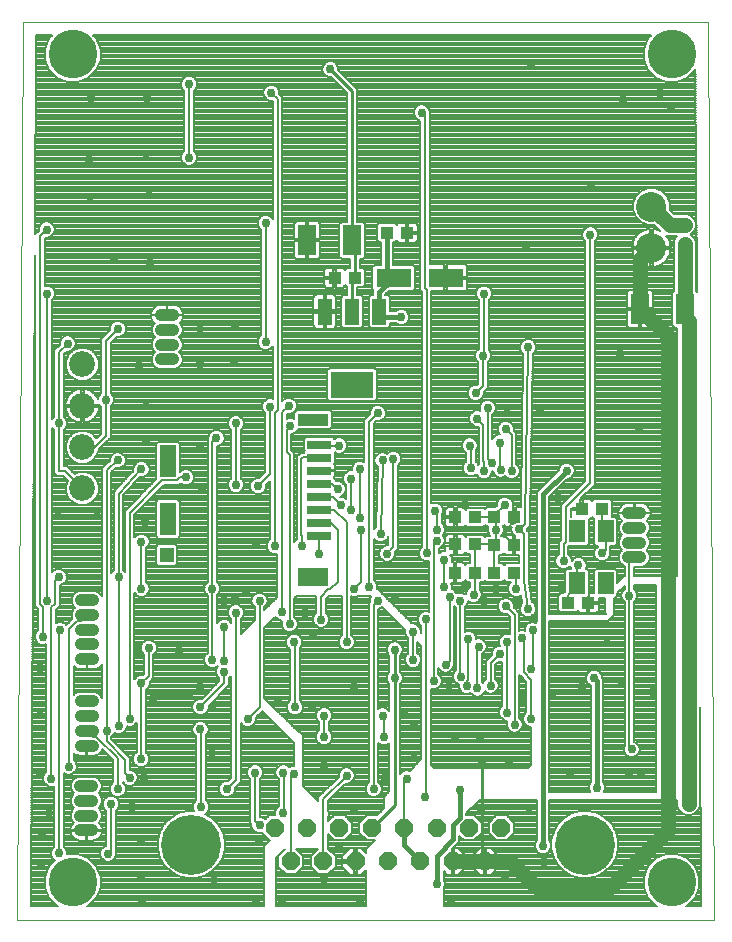
<source format=gbl>
G75*
%MOIN*%
%OFA0B0*%
%FSLAX25Y25*%
%IPPOS*%
%LPD*%
%AMOC8*
5,1,8,0,0,1.08239X$1,22.5*
%
%ADD10C,0.00000*%
%ADD11R,0.04331X0.03937*%
%ADD12R,0.11811X0.06299*%
%ADD13R,0.04800X0.08800*%
%ADD14R,0.14173X0.08661*%
%ADD15R,0.07874X0.02756*%
%ADD16R,0.10236X0.03937*%
%ADD17R,0.05512X0.10630*%
%ADD18R,0.04724X0.04724*%
%ADD19R,0.10236X0.05906*%
%ADD20R,0.05512X0.07480*%
%ADD21C,0.10000*%
%ADD22C,0.03969*%
%ADD23OC8,0.06000*%
%ADD24C,0.20000*%
%ADD25R,0.06000X0.10000*%
%ADD26C,0.08600*%
%ADD27R,0.03150X0.02362*%
%ADD28C,0.05000*%
%ADD29C,0.00800*%
%ADD30C,0.02978*%
%ADD31C,0.01000*%
%ADD32C,0.01600*%
%ADD33C,0.16205*%
D10*
X0006969Y0009400D02*
X0008937Y0308613D01*
X0237283Y0308613D01*
X0239252Y0009400D01*
X0006969Y0009400D01*
D11*
X0152866Y0125057D03*
X0159559Y0125057D03*
X0165894Y0124935D03*
X0172587Y0124935D03*
X0172535Y0134180D03*
X0165843Y0134180D03*
X0159654Y0134435D03*
X0152961Y0134435D03*
X0152961Y0143498D03*
X0159654Y0143498D03*
X0165965Y0143648D03*
X0172657Y0143648D03*
X0195059Y0146298D03*
X0201752Y0146298D03*
X0197252Y0114924D03*
X0190559Y0114924D03*
X0119370Y0223337D03*
X0112677Y0223337D03*
X0130177Y0238337D03*
X0136870Y0238337D03*
D12*
X0132362Y0223337D03*
X0149685Y0223337D03*
D13*
X0127624Y0212037D03*
X0118524Y0212037D03*
X0109424Y0212037D03*
D14*
X0118524Y0187636D03*
D15*
X0107591Y0167715D03*
X0107591Y0163384D03*
X0107591Y0159054D03*
X0107591Y0154723D03*
X0107591Y0150392D03*
X0107591Y0146061D03*
X0107591Y0141731D03*
X0107591Y0137400D03*
D16*
X0105622Y0175983D03*
D17*
X0057091Y0162203D03*
X0057091Y0142912D03*
D18*
X0056697Y0130904D03*
D19*
X0105622Y0123424D03*
D20*
X0193551Y0121455D03*
X0203000Y0121455D03*
X0203000Y0138778D03*
X0193551Y0138778D03*
D21*
X0218311Y0233262D03*
X0218311Y0247042D03*
D22*
X0214618Y0144912D02*
X0210650Y0144912D01*
X0210650Y0139991D02*
X0214618Y0139991D01*
X0214618Y0135069D02*
X0210650Y0135069D01*
X0210650Y0130148D02*
X0214618Y0130148D01*
X0058854Y0196089D02*
X0054886Y0196089D01*
X0054886Y0201010D02*
X0058854Y0201010D01*
X0058854Y0205931D02*
X0054886Y0205931D01*
X0054886Y0210853D02*
X0058854Y0210853D01*
X0032154Y0115872D02*
X0028185Y0115872D01*
X0028185Y0110951D02*
X0032154Y0110951D01*
X0032154Y0106030D02*
X0028185Y0106030D01*
X0028185Y0101109D02*
X0032154Y0101109D01*
X0032154Y0096187D02*
X0028185Y0096187D01*
X0028079Y0082128D02*
X0032047Y0082128D01*
X0032047Y0077207D02*
X0028079Y0077207D01*
X0028079Y0072286D02*
X0032047Y0072286D01*
X0032047Y0067365D02*
X0028079Y0067365D01*
X0027984Y0053896D02*
X0031953Y0053896D01*
X0031953Y0048975D02*
X0027984Y0048975D01*
X0027984Y0044054D02*
X0031953Y0044054D01*
X0031953Y0039132D02*
X0027984Y0039132D01*
D23*
X0092700Y0040000D03*
X0103500Y0040000D03*
X0098100Y0028800D03*
X0108900Y0028800D03*
X0114300Y0040000D03*
X0125100Y0040000D03*
X0135900Y0040000D03*
X0130500Y0028800D03*
X0119700Y0028800D03*
X0141300Y0028800D03*
X0146700Y0040000D03*
X0157500Y0040000D03*
X0168300Y0040000D03*
X0162900Y0028800D03*
X0152100Y0028800D03*
D24*
X0196100Y0034400D03*
X0064900Y0034400D03*
D25*
X0214508Y0212947D03*
X0229508Y0212947D03*
X0118524Y0235837D03*
X0103524Y0235837D03*
D26*
X0028622Y0194439D03*
X0028622Y0180660D03*
X0028622Y0166880D03*
X0028622Y0153101D03*
D27*
X0229409Y0234597D03*
X0229409Y0240896D03*
D28*
X0224457Y0240896D01*
X0218311Y0247042D01*
X0218311Y0233262D02*
X0214508Y0229459D01*
X0214508Y0212947D01*
X0223685Y0203770D01*
X0223685Y0039400D01*
X0204685Y0020400D01*
X0179685Y0020400D01*
X0171285Y0028800D01*
X0162900Y0028800D01*
X0152100Y0028800D01*
X0230685Y0047900D02*
X0230685Y0178691D01*
X0230685Y0202313D01*
X0230685Y0208912D01*
X0229409Y0210187D01*
X0229508Y0210286D01*
X0229508Y0212947D01*
X0229409Y0210187D02*
X0229409Y0234597D01*
D29*
X0226776Y0237196D02*
X0226273Y0236693D01*
X0225709Y0235333D01*
X0225709Y0218846D01*
X0225308Y0218444D01*
X0225308Y0207450D01*
X0226011Y0206747D01*
X0226985Y0206747D01*
X0226985Y0123900D01*
X0212543Y0123900D01*
X0212543Y0126964D01*
X0215252Y0126964D01*
X0216422Y0127449D01*
X0217318Y0128344D01*
X0217802Y0129515D01*
X0217802Y0130781D01*
X0217318Y0131952D01*
X0216661Y0132609D01*
X0217318Y0133266D01*
X0217802Y0134436D01*
X0217802Y0135703D01*
X0217318Y0136873D01*
X0216661Y0137530D01*
X0217318Y0138187D01*
X0217802Y0139357D01*
X0217802Y0140624D01*
X0217318Y0141794D01*
X0216802Y0142310D01*
X0217247Y0142754D01*
X0217617Y0143309D01*
X0217872Y0143925D01*
X0218002Y0144578D01*
X0218002Y0144820D01*
X0212726Y0144820D01*
X0212726Y0145004D01*
X0212542Y0145004D01*
X0212542Y0148296D01*
X0210316Y0148296D01*
X0209662Y0148166D01*
X0209047Y0147911D01*
X0208492Y0147541D01*
X0208021Y0147069D01*
X0207651Y0146515D01*
X0207395Y0145899D01*
X0207265Y0145245D01*
X0207265Y0145004D01*
X0212542Y0145004D01*
X0212542Y0144820D01*
X0207265Y0144820D01*
X0207265Y0144578D01*
X0207395Y0143925D01*
X0207651Y0143309D01*
X0208021Y0142754D01*
X0208466Y0142310D01*
X0207950Y0141794D01*
X0207465Y0140624D01*
X0207465Y0139357D01*
X0207950Y0138187D01*
X0208607Y0137530D01*
X0207950Y0136873D01*
X0207465Y0135703D01*
X0207465Y0134436D01*
X0207950Y0133266D01*
X0208607Y0132609D01*
X0207950Y0131952D01*
X0207465Y0130781D01*
X0207465Y0129515D01*
X0207950Y0128344D01*
X0208846Y0127449D01*
X0209343Y0127243D01*
X0209343Y0123900D01*
X0209185Y0123900D01*
X0206956Y0121671D01*
X0206956Y0125692D01*
X0206253Y0126395D01*
X0199747Y0126395D01*
X0199044Y0125692D01*
X0199044Y0118292D01*
X0197652Y0118292D01*
X0197652Y0115324D01*
X0196852Y0115324D01*
X0196852Y0116563D01*
X0197507Y0117218D01*
X0197507Y0125692D01*
X0196804Y0126395D01*
X0196425Y0126395D01*
X0196665Y0126975D01*
X0196665Y0128045D01*
X0196256Y0129033D01*
X0195500Y0129790D01*
X0194511Y0130199D01*
X0193441Y0130199D01*
X0192453Y0129790D01*
X0191697Y0129033D01*
X0191687Y0129011D01*
X0191687Y0129435D01*
X0191278Y0130423D01*
X0190598Y0131103D01*
X0190598Y0133838D01*
X0196804Y0133838D01*
X0197507Y0134541D01*
X0197507Y0142955D01*
X0197765Y0143025D01*
X0198084Y0143209D01*
X0198345Y0143470D01*
X0198493Y0143726D01*
X0199090Y0143129D01*
X0199158Y0143129D01*
X0199044Y0143015D01*
X0199044Y0134541D01*
X0199747Y0133838D01*
X0200595Y0133838D01*
X0200327Y0133727D01*
X0199571Y0132970D01*
X0199161Y0131982D01*
X0199161Y0130912D01*
X0199571Y0129924D01*
X0200327Y0129168D01*
X0201316Y0128758D01*
X0202385Y0128758D01*
X0203374Y0129168D01*
X0204130Y0129924D01*
X0204539Y0130912D01*
X0204539Y0131873D01*
X0204600Y0131934D01*
X0204600Y0133838D01*
X0206253Y0133838D01*
X0206956Y0134541D01*
X0206956Y0143015D01*
X0206253Y0143718D01*
X0205003Y0143718D01*
X0205117Y0143832D01*
X0205117Y0148763D01*
X0204414Y0149466D01*
X0199090Y0149466D01*
X0198493Y0148869D01*
X0198345Y0149126D01*
X0198084Y0149386D01*
X0197765Y0149571D01*
X0197409Y0149666D01*
X0195459Y0149666D01*
X0195459Y0146698D01*
X0194659Y0146698D01*
X0194659Y0149552D01*
X0199513Y0154407D01*
X0199513Y0235544D01*
X0200193Y0236223D01*
X0200602Y0237212D01*
X0200602Y0238281D01*
X0200193Y0239270D01*
X0199437Y0240026D01*
X0198448Y0240435D01*
X0197379Y0240435D01*
X0196390Y0240026D01*
X0195634Y0239270D01*
X0195224Y0238281D01*
X0195224Y0237212D01*
X0195634Y0236223D01*
X0196313Y0235544D01*
X0196313Y0155732D01*
X0188195Y0147614D01*
X0188195Y0136047D01*
X0187398Y0135250D01*
X0187398Y0131103D01*
X0186719Y0130423D01*
X0186309Y0129435D01*
X0186309Y0128365D01*
X0186719Y0127377D01*
X0187475Y0126620D01*
X0188464Y0126211D01*
X0189533Y0126211D01*
X0190522Y0126620D01*
X0191278Y0127377D01*
X0191287Y0127399D01*
X0191287Y0126975D01*
X0191528Y0126395D01*
X0190298Y0126395D01*
X0189595Y0125692D01*
X0189595Y0118746D01*
X0188959Y0118110D01*
X0188959Y0118092D01*
X0187897Y0118092D01*
X0187194Y0117389D01*
X0187194Y0112458D01*
X0187897Y0111755D01*
X0193221Y0111755D01*
X0193818Y0112352D01*
X0193966Y0112095D01*
X0194227Y0111835D01*
X0194546Y0111651D01*
X0194902Y0111555D01*
X0196852Y0111555D01*
X0196852Y0114524D01*
X0197652Y0114524D01*
X0197652Y0115324D01*
X0200817Y0115324D01*
X0200817Y0116515D01*
X0202685Y0116515D01*
X0202685Y0111900D01*
X0203185Y0111400D01*
X0184165Y0111400D01*
X0184165Y0150304D01*
X0190179Y0156317D01*
X0190574Y0156317D01*
X0191563Y0156727D01*
X0192319Y0157483D01*
X0192728Y0158471D01*
X0192728Y0159541D01*
X0192319Y0160529D01*
X0191563Y0161286D01*
X0190574Y0161695D01*
X0189504Y0161695D01*
X0188516Y0161286D01*
X0187760Y0160529D01*
X0187350Y0159541D01*
X0187350Y0159146D01*
X0181337Y0153132D01*
X0180165Y0151961D01*
X0180165Y0108880D01*
X0179682Y0108397D01*
X0179220Y0108589D01*
X0178150Y0108589D01*
X0177162Y0108180D01*
X0176405Y0107423D01*
X0175996Y0106435D01*
X0175996Y0105672D01*
X0175709Y0105791D01*
X0174639Y0105791D01*
X0174285Y0105645D01*
X0174285Y0111563D01*
X0172374Y0113474D01*
X0172374Y0114435D01*
X0171965Y0115423D01*
X0171208Y0116180D01*
X0170220Y0116589D01*
X0169150Y0116589D01*
X0168162Y0116180D01*
X0167405Y0115423D01*
X0166996Y0114435D01*
X0166996Y0113365D01*
X0167405Y0112377D01*
X0168162Y0111620D01*
X0169150Y0111211D01*
X0170111Y0111211D01*
X0171085Y0110237D01*
X0171085Y0104438D01*
X0170720Y0104589D01*
X0169650Y0104589D01*
X0168662Y0104180D01*
X0167905Y0103423D01*
X0167496Y0102435D01*
X0167496Y0101365D01*
X0167818Y0100589D01*
X0167150Y0100589D01*
X0166162Y0100180D01*
X0165405Y0099423D01*
X0164996Y0098435D01*
X0164996Y0097474D01*
X0164022Y0096500D01*
X0163085Y0095563D01*
X0163085Y0089603D01*
X0162405Y0088923D01*
X0162158Y0088325D01*
X0161860Y0088622D01*
X0161860Y0097976D01*
X0162208Y0098120D01*
X0162965Y0098877D01*
X0163374Y0099865D01*
X0163374Y0100935D01*
X0162965Y0101923D01*
X0162208Y0102680D01*
X0161220Y0103089D01*
X0160150Y0103089D01*
X0159874Y0102975D01*
X0159874Y0103435D01*
X0159465Y0104423D01*
X0169249Y0104423D01*
X0168107Y0103624D02*
X0159796Y0103624D01*
X0159465Y0104423D02*
X0158708Y0105180D01*
X0157720Y0105589D01*
X0156650Y0105589D01*
X0156206Y0105405D01*
X0156206Y0113496D01*
X0156886Y0114176D01*
X0157295Y0115164D01*
X0157295Y0115581D01*
X0157520Y0115357D01*
X0158508Y0114947D01*
X0159578Y0114947D01*
X0160566Y0115357D01*
X0161323Y0116113D01*
X0161732Y0117101D01*
X0161732Y0118171D01*
X0161323Y0119159D01*
X0161159Y0119323D01*
X0161159Y0121889D01*
X0162221Y0121889D01*
X0162665Y0122333D01*
X0163231Y0121767D01*
X0168556Y0121767D01*
X0169240Y0122451D01*
X0169924Y0121767D01*
X0171524Y0121767D01*
X0170916Y0121159D01*
X0170507Y0120171D01*
X0170507Y0119101D01*
X0170916Y0118113D01*
X0171673Y0117357D01*
X0172661Y0116947D01*
X0173731Y0116947D01*
X0174719Y0117357D01*
X0174848Y0117485D01*
X0175270Y0114788D01*
X0174905Y0114423D01*
X0174496Y0113435D01*
X0174496Y0112365D01*
X0174905Y0111377D01*
X0175662Y0110620D01*
X0176650Y0110211D01*
X0177720Y0110211D01*
X0178708Y0110620D01*
X0179465Y0111377D01*
X0179874Y0112365D01*
X0179874Y0113435D01*
X0179465Y0114423D01*
X0178708Y0115180D01*
X0178430Y0115295D01*
X0177352Y0122183D01*
X0177352Y0138645D01*
X0176980Y0139017D01*
X0176980Y0139747D01*
X0177307Y0140074D01*
X0177774Y0140525D01*
X0177774Y0140541D01*
X0177785Y0140552D01*
X0177785Y0141202D01*
X0178747Y0197974D01*
X0179465Y0198692D01*
X0179874Y0199680D01*
X0179874Y0200750D01*
X0179465Y0201738D01*
X0178708Y0202495D01*
X0177720Y0202904D01*
X0176650Y0202904D01*
X0175662Y0202495D01*
X0174905Y0201738D01*
X0174496Y0200750D01*
X0174496Y0199680D01*
X0174905Y0198692D01*
X0175548Y0198049D01*
X0174683Y0147017D01*
X0173057Y0147017D01*
X0173057Y0144048D01*
X0172257Y0144048D01*
X0172257Y0147017D01*
X0172047Y0147017D01*
X0172106Y0147160D01*
X0172106Y0148230D01*
X0171697Y0149218D01*
X0170941Y0149975D01*
X0169952Y0150384D01*
X0168882Y0150384D01*
X0167894Y0149975D01*
X0167138Y0149218D01*
X0166728Y0148230D01*
X0166728Y0147269D01*
X0166276Y0146817D01*
X0163302Y0146817D01*
X0162734Y0146249D01*
X0162316Y0146667D01*
X0156991Y0146667D01*
X0156394Y0146070D01*
X0156246Y0146327D01*
X0155986Y0146587D01*
X0155666Y0146772D01*
X0155310Y0146867D01*
X0153361Y0146867D01*
X0153361Y0143898D01*
X0152561Y0143898D01*
X0152561Y0143098D01*
X0153361Y0143098D01*
X0153361Y0140130D01*
X0155310Y0140130D01*
X0155666Y0140225D01*
X0155986Y0140410D01*
X0156246Y0140670D01*
X0156394Y0140927D01*
X0156991Y0140330D01*
X0162316Y0140330D01*
X0162884Y0140898D01*
X0163302Y0140480D01*
X0163987Y0140480D01*
X0163728Y0139856D01*
X0163728Y0138786D01*
X0164138Y0137798D01*
X0164588Y0137348D01*
X0163180Y0137348D01*
X0162876Y0137044D01*
X0162316Y0137604D01*
X0156991Y0137604D01*
X0156394Y0137007D01*
X0156246Y0137264D01*
X0155986Y0137524D01*
X0155666Y0137709D01*
X0155310Y0137804D01*
X0153361Y0137804D01*
X0153361Y0134835D01*
X0152561Y0134835D01*
X0152561Y0134035D01*
X0153361Y0134035D01*
X0153361Y0131067D01*
X0155310Y0131067D01*
X0155666Y0131162D01*
X0155986Y0131347D01*
X0156246Y0131607D01*
X0156394Y0131864D01*
X0156991Y0131267D01*
X0157959Y0131267D01*
X0157959Y0128226D01*
X0156897Y0128226D01*
X0156300Y0127629D01*
X0156152Y0127886D01*
X0155891Y0128146D01*
X0155572Y0128331D01*
X0155216Y0128426D01*
X0153266Y0128426D01*
X0153266Y0125458D01*
X0152466Y0125458D01*
X0152466Y0128426D01*
X0151692Y0128426D01*
X0151874Y0128865D01*
X0151874Y0129935D01*
X0151465Y0130923D01*
X0151321Y0131067D01*
X0152561Y0131067D01*
X0152561Y0134035D01*
X0149395Y0134035D01*
X0149395Y0132283D01*
X0149447Y0132089D01*
X0148650Y0132089D01*
X0147662Y0131680D01*
X0147465Y0131483D01*
X0147465Y0133156D01*
X0148208Y0133464D01*
X0148965Y0134220D01*
X0149374Y0135208D01*
X0149374Y0136278D01*
X0148965Y0137266D01*
X0148722Y0137509D01*
X0149012Y0137798D01*
X0149421Y0138786D01*
X0149421Y0139856D01*
X0149012Y0140844D01*
X0148332Y0141524D01*
X0148332Y0143992D01*
X0148512Y0144172D01*
X0148921Y0145160D01*
X0148921Y0146230D01*
X0148512Y0147218D01*
X0147755Y0147975D01*
X0146767Y0148384D01*
X0145697Y0148384D01*
X0144976Y0148086D01*
X0144976Y0218787D01*
X0149285Y0218787D01*
X0149285Y0222937D01*
X0150085Y0222937D01*
X0150085Y0218787D01*
X0155775Y0218787D01*
X0156131Y0218883D01*
X0156450Y0219067D01*
X0156711Y0219328D01*
X0156895Y0219647D01*
X0156991Y0220003D01*
X0156991Y0222937D01*
X0150085Y0222937D01*
X0150085Y0223737D01*
X0149285Y0223737D01*
X0149285Y0227887D01*
X0144380Y0227887D01*
X0144380Y0277968D01*
X0144374Y0277974D01*
X0144374Y0278935D01*
X0143965Y0279923D01*
X0143208Y0280680D01*
X0142220Y0281089D01*
X0141150Y0281089D01*
X0140162Y0280680D01*
X0139405Y0279923D01*
X0138996Y0278935D01*
X0138996Y0277865D01*
X0139405Y0276877D01*
X0140162Y0276120D01*
X0141150Y0275711D01*
X0141180Y0275711D01*
X0141180Y0219110D01*
X0141776Y0218514D01*
X0141776Y0133650D01*
X0141097Y0132970D01*
X0140687Y0131982D01*
X0140687Y0130912D01*
X0141097Y0129924D01*
X0141853Y0129168D01*
X0142841Y0128758D01*
X0143911Y0128758D01*
X0144085Y0128830D01*
X0144085Y0112065D01*
X0143731Y0112211D01*
X0142661Y0112211D01*
X0141673Y0111802D01*
X0140916Y0111045D01*
X0140507Y0110057D01*
X0140507Y0108987D01*
X0140916Y0107999D01*
X0141596Y0107319D01*
X0141596Y0104989D01*
X0141374Y0105211D01*
X0141374Y0105935D01*
X0140965Y0106923D01*
X0140208Y0107680D01*
X0139220Y0108089D01*
X0138496Y0108089D01*
X0126829Y0119756D01*
X0126874Y0119865D01*
X0126874Y0120935D01*
X0126465Y0121923D01*
X0125785Y0122603D01*
X0125785Y0136344D01*
X0126524Y0135605D01*
X0127512Y0135195D01*
X0128582Y0135195D01*
X0129570Y0135605D01*
X0130327Y0136361D01*
X0130651Y0137144D01*
X0130651Y0134140D01*
X0130611Y0134100D01*
X0129650Y0134100D01*
X0128662Y0133691D01*
X0127905Y0132934D01*
X0127496Y0131946D01*
X0127496Y0130876D01*
X0127905Y0129888D01*
X0128662Y0129131D01*
X0129650Y0128722D01*
X0130720Y0128722D01*
X0131708Y0129131D01*
X0132465Y0129888D01*
X0132874Y0130876D01*
X0132874Y0131837D01*
X0132914Y0131877D01*
X0133851Y0132814D01*
X0133851Y0160741D01*
X0134531Y0161420D01*
X0134940Y0162408D01*
X0134940Y0163478D01*
X0134531Y0164466D01*
X0133774Y0165223D01*
X0132786Y0165632D01*
X0131716Y0165632D01*
X0130728Y0165223D01*
X0130212Y0164707D01*
X0130196Y0164723D01*
X0129208Y0165132D01*
X0128138Y0165132D01*
X0127150Y0164723D01*
X0126394Y0163966D01*
X0125984Y0162978D01*
X0125984Y0161908D01*
X0126394Y0160920D01*
X0127018Y0160296D01*
X0126504Y0140144D01*
X0125785Y0139425D01*
X0125785Y0174677D01*
X0126621Y0175513D01*
X0127582Y0175513D01*
X0128570Y0175923D01*
X0129327Y0176679D01*
X0129736Y0177667D01*
X0129736Y0178737D01*
X0129327Y0179726D01*
X0128570Y0180482D01*
X0127582Y0180891D01*
X0126512Y0180891D01*
X0125524Y0180482D01*
X0124768Y0179726D01*
X0124358Y0178737D01*
X0124358Y0177776D01*
X0122585Y0176003D01*
X0122585Y0161771D01*
X0122570Y0161786D01*
X0121582Y0162195D01*
X0120512Y0162195D01*
X0119524Y0161786D01*
X0118768Y0161029D01*
X0118358Y0160041D01*
X0118358Y0159089D01*
X0117650Y0159089D01*
X0116662Y0158680D01*
X0115905Y0157923D01*
X0112928Y0157923D01*
X0112928Y0157491D02*
X0112928Y0158765D01*
X0107880Y0158765D01*
X0107880Y0159343D01*
X0112928Y0159343D01*
X0112928Y0160616D01*
X0112832Y0160972D01*
X0112648Y0161291D01*
X0112579Y0161360D01*
X0112728Y0161509D01*
X0112728Y0165104D01*
X0113650Y0164722D01*
X0114720Y0164722D01*
X0115708Y0165131D01*
X0116465Y0165888D01*
X0116874Y0166876D01*
X0116874Y0167946D01*
X0116465Y0168934D01*
X0115708Y0169691D01*
X0114720Y0170100D01*
X0113650Y0170100D01*
X0112662Y0169691D01*
X0112644Y0169673D01*
X0112025Y0170293D01*
X0103156Y0170293D01*
X0102454Y0169590D01*
X0102454Y0165840D01*
X0102744Y0165550D01*
X0102454Y0165259D01*
X0102454Y0165031D01*
X0101577Y0165031D01*
X0100639Y0164094D01*
X0100054Y0163508D01*
X0100054Y0136945D01*
X0100085Y0136914D01*
X0100085Y0136103D01*
X0099405Y0135423D01*
X0099285Y0135132D01*
X0099285Y0165063D01*
X0098285Y0166063D01*
X0098285Y0171236D01*
X0098523Y0171236D01*
X0099511Y0171646D01*
X0100268Y0172402D01*
X0100438Y0172814D01*
X0111237Y0172814D01*
X0111940Y0173517D01*
X0111940Y0178448D01*
X0111237Y0179151D01*
X0100007Y0179151D01*
X0099304Y0178448D01*
X0099304Y0176291D01*
X0098523Y0176614D01*
X0097453Y0176614D01*
X0096796Y0176342D01*
X0096796Y0177810D01*
X0096989Y0178002D01*
X0097950Y0178002D01*
X0098938Y0178412D01*
X0099695Y0179168D01*
X0100104Y0180156D01*
X0100104Y0181226D01*
X0099695Y0182215D01*
X0098938Y0182971D01*
X0097950Y0183380D01*
X0096880Y0183380D01*
X0095892Y0182971D01*
X0095274Y0182353D01*
X0095274Y0283593D01*
X0094303Y0284564D01*
X0094303Y0285525D01*
X0093894Y0286514D01*
X0093137Y0287270D01*
X0092149Y0287680D01*
X0091079Y0287680D01*
X0090091Y0287270D01*
X0089335Y0286514D01*
X0088925Y0285525D01*
X0088925Y0284456D01*
X0089335Y0283467D01*
X0090091Y0282711D01*
X0091079Y0282302D01*
X0092040Y0282302D01*
X0092074Y0282268D01*
X0092074Y0242832D01*
X0091965Y0243096D01*
X0091208Y0243853D01*
X0090220Y0244262D01*
X0089150Y0244262D01*
X0088162Y0243853D01*
X0087405Y0243096D01*
X0086996Y0242108D01*
X0086996Y0241038D01*
X0087405Y0240050D01*
X0088085Y0239370D01*
X0088085Y0204103D01*
X0087405Y0203423D01*
X0086996Y0202435D01*
X0086996Y0201365D01*
X0087405Y0200377D01*
X0088162Y0199620D01*
X0089150Y0199211D01*
X0090220Y0199211D01*
X0091208Y0199620D01*
X0091965Y0200377D01*
X0092074Y0200641D01*
X0092074Y0182942D01*
X0091720Y0183089D01*
X0090650Y0183089D01*
X0089662Y0182680D01*
X0088905Y0181923D01*
X0088496Y0180935D01*
X0088496Y0179865D01*
X0088905Y0178877D01*
X0089585Y0178197D01*
X0089585Y0158563D01*
X0087611Y0156589D01*
X0086650Y0156589D01*
X0085662Y0156180D01*
X0084905Y0155423D01*
X0084496Y0154435D01*
X0084496Y0153365D01*
X0084905Y0152377D01*
X0085662Y0151620D01*
X0086650Y0151211D01*
X0087720Y0151211D01*
X0088708Y0151620D01*
X0089465Y0152377D01*
X0089874Y0153365D01*
X0089874Y0154326D01*
X0091107Y0155559D01*
X0091107Y0136103D01*
X0090427Y0135423D01*
X0090018Y0134435D01*
X0090018Y0133365D01*
X0090427Y0132377D01*
X0091184Y0131620D01*
X0092172Y0131211D01*
X0093242Y0131211D01*
X0093596Y0131358D01*
X0093596Y0116811D01*
X0089277Y0112492D01*
X0089277Y0113496D01*
X0089957Y0114176D01*
X0090366Y0115164D01*
X0090366Y0116234D01*
X0089957Y0117222D01*
X0089200Y0117979D01*
X0088212Y0118388D01*
X0087142Y0118388D01*
X0086154Y0117979D01*
X0085398Y0117222D01*
X0084988Y0116234D01*
X0084988Y0115164D01*
X0085398Y0114176D01*
X0086077Y0113496D01*
X0086077Y0109292D01*
X0081403Y0104618D01*
X0081403Y0109540D01*
X0082083Y0110219D01*
X0082492Y0111208D01*
X0082492Y0112277D01*
X0082083Y0113266D01*
X0081326Y0114022D01*
X0080338Y0114431D01*
X0079268Y0114431D01*
X0078280Y0114022D01*
X0077524Y0113266D01*
X0077114Y0112277D01*
X0077114Y0111208D01*
X0077524Y0110219D01*
X0078203Y0109540D01*
X0078203Y0108206D01*
X0078146Y0108344D01*
X0077389Y0109101D01*
X0076401Y0109510D01*
X0075331Y0109510D01*
X0074343Y0109101D01*
X0073587Y0108344D01*
X0073529Y0108206D01*
X0073529Y0117433D01*
X0074209Y0118113D01*
X0074618Y0119101D01*
X0074618Y0120171D01*
X0074209Y0121159D01*
X0073529Y0121839D01*
X0073529Y0167211D01*
X0073846Y0167211D01*
X0074834Y0167620D01*
X0075591Y0168377D01*
X0076000Y0169365D01*
X0076000Y0170435D01*
X0075591Y0171423D01*
X0074834Y0172180D01*
X0073846Y0172589D01*
X0072776Y0172589D01*
X0071788Y0172180D01*
X0071031Y0171423D01*
X0070622Y0170435D01*
X0070622Y0169474D01*
X0070329Y0169181D01*
X0070329Y0121839D01*
X0069650Y0121159D01*
X0069240Y0120171D01*
X0069240Y0119101D01*
X0069650Y0118113D01*
X0070329Y0117433D01*
X0070329Y0098217D01*
X0069650Y0097537D01*
X0069240Y0096549D01*
X0069240Y0095479D01*
X0069650Y0094491D01*
X0070406Y0093735D01*
X0071394Y0093325D01*
X0072464Y0093325D01*
X0073452Y0093735D01*
X0073628Y0093910D01*
X0073762Y0093776D01*
X0073587Y0093600D01*
X0073177Y0092612D01*
X0073177Y0091542D01*
X0073587Y0090554D01*
X0074266Y0089874D01*
X0074266Y0088803D01*
X0068418Y0082955D01*
X0067457Y0082955D01*
X0066469Y0082546D01*
X0065713Y0081789D01*
X0065303Y0080801D01*
X0065303Y0079731D01*
X0065713Y0078743D01*
X0066469Y0077987D01*
X0067457Y0077577D01*
X0068527Y0077577D01*
X0069515Y0077987D01*
X0070272Y0078743D01*
X0070681Y0079731D01*
X0070681Y0080692D01*
X0076529Y0086540D01*
X0077466Y0087477D01*
X0077466Y0089874D01*
X0078146Y0090554D01*
X0078203Y0090693D01*
X0078203Y0056621D01*
X0077161Y0055578D01*
X0076199Y0055578D01*
X0075211Y0055169D01*
X0074455Y0054412D01*
X0074045Y0053424D01*
X0074045Y0052354D01*
X0074455Y0051366D01*
X0075211Y0050609D01*
X0076199Y0050200D01*
X0077269Y0050200D01*
X0078258Y0050609D01*
X0079014Y0051366D01*
X0079423Y0052354D01*
X0079423Y0053315D01*
X0080466Y0054358D01*
X0081403Y0055295D01*
X0081403Y0074945D01*
X0081461Y0074806D01*
X0082217Y0074050D01*
X0083205Y0073640D01*
X0084275Y0073640D01*
X0085263Y0074050D01*
X0086020Y0074806D01*
X0086429Y0075794D01*
X0086429Y0076755D01*
X0088340Y0078666D01*
X0088629Y0078956D01*
X0099185Y0068400D01*
X0099185Y0060589D01*
X0098650Y0060589D01*
X0097662Y0060180D01*
X0097646Y0060164D01*
X0097130Y0060680D01*
X0096142Y0061089D01*
X0095072Y0061089D01*
X0094084Y0060680D01*
X0093327Y0059923D01*
X0092918Y0058935D01*
X0092918Y0057865D01*
X0093327Y0056877D01*
X0094084Y0056120D01*
X0094085Y0056120D01*
X0094085Y0047136D01*
X0094028Y0047113D01*
X0093272Y0046356D01*
X0092862Y0045368D01*
X0092862Y0044298D01*
X0092903Y0044200D01*
X0090960Y0044200D01*
X0089568Y0042808D01*
X0089200Y0043176D01*
X0088212Y0043585D01*
X0087785Y0043585D01*
X0087785Y0056197D01*
X0088465Y0056877D01*
X0088874Y0057865D01*
X0088874Y0058935D01*
X0088465Y0059923D01*
X0087708Y0060680D01*
X0086720Y0061089D01*
X0085650Y0061089D01*
X0084662Y0060680D01*
X0083905Y0059923D01*
X0083496Y0058935D01*
X0083496Y0057865D01*
X0083905Y0056877D01*
X0084585Y0056197D01*
X0084585Y0041725D01*
X0084988Y0041322D01*
X0084988Y0040361D01*
X0085398Y0039373D01*
X0086154Y0038616D01*
X0087142Y0038207D01*
X0088212Y0038207D01*
X0088500Y0038326D01*
X0088500Y0038260D01*
X0090960Y0035800D01*
X0091085Y0035800D01*
X0089185Y0033900D01*
X0089185Y0013800D01*
X0030127Y0013800D01*
X0030643Y0014014D01*
X0033260Y0016631D01*
X0034676Y0020050D01*
X0034676Y0023750D01*
X0033260Y0027169D01*
X0030643Y0029786D01*
X0027224Y0031202D01*
X0023524Y0031202D01*
X0023437Y0031166D01*
X0023437Y0032057D01*
X0023028Y0033045D01*
X0022348Y0033725D01*
X0022348Y0058371D01*
X0022599Y0058120D01*
X0023587Y0057711D01*
X0024657Y0057711D01*
X0025645Y0058120D01*
X0026402Y0058877D01*
X0026811Y0059865D01*
X0026811Y0060935D01*
X0026402Y0061923D01*
X0025722Y0062603D01*
X0025722Y0064935D01*
X0025921Y0064736D01*
X0026476Y0064365D01*
X0027092Y0064110D01*
X0027745Y0063980D01*
X0029971Y0063980D01*
X0029971Y0067272D01*
X0030155Y0067272D01*
X0030155Y0063980D01*
X0032381Y0063980D01*
X0033034Y0064110D01*
X0033650Y0064365D01*
X0034205Y0064736D01*
X0034676Y0065207D01*
X0035046Y0065762D01*
X0035211Y0066159D01*
X0038833Y0062536D01*
X0038833Y0055092D01*
X0038153Y0054412D01*
X0037744Y0053424D01*
X0037744Y0052354D01*
X0038153Y0051366D01*
X0038910Y0050609D01*
X0039898Y0050200D01*
X0040968Y0050200D01*
X0041956Y0050609D01*
X0042713Y0051366D01*
X0043122Y0052354D01*
X0043122Y0053424D01*
X0042713Y0054412D01*
X0042033Y0055092D01*
X0042033Y0055260D01*
X0042090Y0055121D01*
X0042847Y0054364D01*
X0043835Y0053955D01*
X0044905Y0053955D01*
X0045893Y0054364D01*
X0046650Y0055121D01*
X0047059Y0056109D01*
X0047059Y0057179D01*
X0046650Y0058167D01*
X0045893Y0058924D01*
X0044905Y0059333D01*
X0044522Y0059333D01*
X0044522Y0063353D01*
X0043585Y0064290D01*
X0038285Y0069590D01*
X0038285Y0070197D01*
X0038965Y0070877D01*
X0039256Y0071581D01*
X0040150Y0071211D01*
X0041220Y0071211D01*
X0042208Y0071620D01*
X0042965Y0072377D01*
X0043374Y0073365D01*
X0043374Y0073831D01*
X0043835Y0073640D01*
X0044905Y0073640D01*
X0045893Y0074050D01*
X0046650Y0074806D01*
X0046707Y0074945D01*
X0046707Y0065198D01*
X0046662Y0065180D01*
X0045905Y0064423D01*
X0045496Y0063435D01*
X0045496Y0062365D01*
X0045905Y0061377D01*
X0046662Y0060620D01*
X0047650Y0060211D01*
X0048720Y0060211D01*
X0049708Y0060620D01*
X0050465Y0061377D01*
X0050874Y0062365D01*
X0050874Y0063435D01*
X0050465Y0064423D01*
X0049907Y0064981D01*
X0049907Y0085937D01*
X0050587Y0086617D01*
X0050996Y0087605D01*
X0050996Y0088566D01*
X0051386Y0088957D01*
X0052324Y0089894D01*
X0052324Y0097748D01*
X0053003Y0098428D01*
X0053413Y0099416D01*
X0053413Y0100486D01*
X0053003Y0101474D01*
X0052247Y0102231D01*
X0051258Y0102640D01*
X0050189Y0102640D01*
X0049200Y0102231D01*
X0048444Y0101474D01*
X0048035Y0100486D01*
X0048035Y0099416D01*
X0048444Y0098428D01*
X0049124Y0097748D01*
X0049124Y0091219D01*
X0048733Y0090829D01*
X0047772Y0090829D01*
X0046784Y0090420D01*
X0046027Y0089663D01*
X0045970Y0089525D01*
X0045970Y0118252D01*
X0046027Y0118113D01*
X0046784Y0117357D01*
X0047772Y0116947D01*
X0048842Y0116947D01*
X0049830Y0117357D01*
X0050587Y0118113D01*
X0050996Y0119101D01*
X0050996Y0120171D01*
X0050587Y0121159D01*
X0049907Y0121839D01*
X0049907Y0133181D01*
X0050587Y0133861D01*
X0050996Y0134849D01*
X0050996Y0135919D01*
X0050587Y0136907D01*
X0049830Y0137664D01*
X0048842Y0138073D01*
X0047772Y0138073D01*
X0046784Y0137664D01*
X0046027Y0136907D01*
X0045970Y0136769D01*
X0045970Y0144325D01*
X0055933Y0154288D01*
X0060923Y0154288D01*
X0061406Y0154771D01*
X0061658Y0154520D01*
X0062646Y0154110D01*
X0063716Y0154110D01*
X0064704Y0154520D01*
X0065461Y0155276D01*
X0065870Y0156264D01*
X0065870Y0157334D01*
X0065461Y0158322D01*
X0064704Y0159079D01*
X0063716Y0159488D01*
X0062646Y0159488D01*
X0061658Y0159079D01*
X0061046Y0158467D01*
X0061046Y0168015D01*
X0060344Y0168718D01*
X0053838Y0168718D01*
X0053135Y0168015D01*
X0053135Y0156391D01*
X0053322Y0156203D01*
X0043707Y0146588D01*
X0042770Y0145651D01*
X0042770Y0125291D01*
X0042285Y0125776D01*
X0042285Y0150751D01*
X0047978Y0156817D01*
X0048842Y0156817D01*
X0049830Y0157227D01*
X0050587Y0157983D01*
X0050996Y0158971D01*
X0050996Y0160041D01*
X0050587Y0161029D01*
X0049830Y0161786D01*
X0048842Y0162195D01*
X0047772Y0162195D01*
X0046784Y0161786D01*
X0046027Y0161029D01*
X0045618Y0160041D01*
X0045618Y0158979D01*
X0039536Y0152498D01*
X0039085Y0152047D01*
X0039085Y0152017D01*
X0039065Y0151996D01*
X0039085Y0151359D01*
X0039085Y0125776D01*
X0038405Y0125096D01*
X0038285Y0124806D01*
X0038285Y0158465D01*
X0039814Y0159789D01*
X0039898Y0159754D01*
X0040968Y0159754D01*
X0041956Y0160164D01*
X0042713Y0160920D01*
X0043122Y0161908D01*
X0043122Y0162978D01*
X0042713Y0163966D01*
X0041956Y0164723D01*
X0040968Y0165132D01*
X0039898Y0165132D01*
X0038910Y0164723D01*
X0038153Y0163966D01*
X0037744Y0162978D01*
X0037744Y0162230D01*
X0036088Y0160795D01*
X0036022Y0160795D01*
X0035594Y0160367D01*
X0035136Y0159970D01*
X0035132Y0159905D01*
X0035085Y0159858D01*
X0035085Y0159252D01*
X0035042Y0158648D01*
X0035085Y0158598D01*
X0035085Y0117116D01*
X0034853Y0117676D01*
X0033957Y0118572D01*
X0032787Y0119057D01*
X0027552Y0119057D01*
X0026381Y0118572D01*
X0025486Y0117676D01*
X0025001Y0116506D01*
X0025001Y0115239D01*
X0025486Y0114069D01*
X0026142Y0113412D01*
X0025486Y0112755D01*
X0025001Y0111585D01*
X0025001Y0110318D01*
X0025290Y0109618D01*
X0023280Y0107608D01*
X0022708Y0108180D01*
X0021720Y0108589D01*
X0020650Y0108589D01*
X0019785Y0108231D01*
X0019785Y0112787D01*
X0020067Y0113068D01*
X0021004Y0114005D01*
X0021004Y0120884D01*
X0021283Y0120884D01*
X0022271Y0121294D01*
X0023028Y0122050D01*
X0023437Y0123038D01*
X0023437Y0124108D01*
X0023028Y0125096D01*
X0022271Y0125853D01*
X0021283Y0126262D01*
X0020213Y0126262D01*
X0019225Y0125853D01*
X0018515Y0125143D01*
X0018515Y0173185D01*
X0019148Y0172552D01*
X0019148Y0158344D01*
X0020085Y0157406D01*
X0022054Y0157406D01*
X0023750Y0155710D01*
X0023122Y0154195D01*
X0023122Y0152007D01*
X0023959Y0149985D01*
X0025507Y0148438D01*
X0027528Y0147601D01*
X0029716Y0147601D01*
X0031738Y0148438D01*
X0033285Y0149985D01*
X0034122Y0152007D01*
X0034122Y0154195D01*
X0033285Y0156216D01*
X0031738Y0157763D01*
X0029716Y0158601D01*
X0027528Y0158601D01*
X0026013Y0157973D01*
X0023379Y0160606D01*
X0022348Y0160606D01*
X0022348Y0172552D01*
X0023028Y0173231D01*
X0023437Y0174219D01*
X0023437Y0175289D01*
X0023028Y0176278D01*
X0022348Y0176957D01*
X0022348Y0197800D01*
X0023259Y0198711D01*
X0024220Y0198711D01*
X0025208Y0199120D01*
X0025965Y0199877D01*
X0026374Y0200865D01*
X0026374Y0201935D01*
X0025965Y0202923D01*
X0025208Y0203680D01*
X0024220Y0204089D01*
X0023150Y0204089D01*
X0022162Y0203680D01*
X0021405Y0202923D01*
X0020996Y0201935D01*
X0020996Y0200974D01*
X0019148Y0199126D01*
X0019148Y0176957D01*
X0018515Y0176324D01*
X0018515Y0215859D01*
X0019195Y0216538D01*
X0019604Y0217527D01*
X0019604Y0218596D01*
X0019195Y0219585D01*
X0018438Y0220341D01*
X0017450Y0220750D01*
X0016380Y0220750D01*
X0016026Y0220604D01*
X0016026Y0236478D01*
X0016259Y0236711D01*
X0017220Y0236711D01*
X0018208Y0237120D01*
X0018965Y0237877D01*
X0019374Y0238865D01*
X0019374Y0239935D01*
X0018965Y0240923D01*
X0018208Y0241680D01*
X0017220Y0242089D01*
X0016150Y0242089D01*
X0015162Y0241680D01*
X0014405Y0240923D01*
X0013996Y0239935D01*
X0013996Y0238974D01*
X0012872Y0237849D01*
X0013308Y0304213D01*
X0018586Y0304213D01*
X0017488Y0303114D01*
X0016072Y0299695D01*
X0016072Y0295995D01*
X0017488Y0292576D01*
X0020105Y0289959D01*
X0023524Y0288543D01*
X0027224Y0288543D01*
X0030643Y0289959D01*
X0033260Y0292576D01*
X0034676Y0295995D01*
X0034676Y0299695D01*
X0033260Y0303114D01*
X0032162Y0304213D01*
X0218212Y0304213D01*
X0217114Y0303114D01*
X0215698Y0299695D01*
X0215698Y0295995D01*
X0217114Y0292576D01*
X0219731Y0289959D01*
X0223150Y0288543D01*
X0226850Y0288543D01*
X0230269Y0289959D01*
X0232886Y0292576D01*
X0232987Y0292820D01*
X0233475Y0218677D01*
X0233109Y0219043D01*
X0233109Y0235333D01*
X0232546Y0236693D01*
X0231505Y0237734D01*
X0231474Y0237746D01*
X0231505Y0237759D01*
X0232546Y0238800D01*
X0233109Y0240160D01*
X0233109Y0241632D01*
X0232546Y0242992D01*
X0231505Y0244033D01*
X0230145Y0244596D01*
X0225989Y0244596D01*
X0224511Y0246074D01*
X0224511Y0248275D01*
X0223567Y0250554D01*
X0221823Y0252298D01*
X0219544Y0253242D01*
X0217078Y0253242D01*
X0214799Y0252298D01*
X0213055Y0250554D01*
X0212111Y0248275D01*
X0212111Y0245808D01*
X0213055Y0243530D01*
X0214799Y0241786D01*
X0217078Y0240842D01*
X0219278Y0240842D01*
X0221076Y0239044D01*
X0220373Y0239336D01*
X0219562Y0239553D01*
X0218730Y0239662D01*
X0218711Y0239662D01*
X0218711Y0233662D01*
X0224711Y0233662D01*
X0224711Y0233682D01*
X0224602Y0234513D01*
X0224384Y0235324D01*
X0224063Y0236099D01*
X0223644Y0236825D01*
X0223191Y0237415D01*
X0223721Y0237196D01*
X0226776Y0237196D01*
X0226556Y0236976D02*
X0223529Y0236976D01*
X0224018Y0236177D02*
X0226059Y0236177D01*
X0225728Y0235379D02*
X0224362Y0235379D01*
X0224584Y0234580D02*
X0225709Y0234580D01*
X0225709Y0233782D02*
X0224698Y0233782D01*
X0224711Y0232862D02*
X0218711Y0232862D01*
X0218711Y0226862D01*
X0218730Y0226862D01*
X0219562Y0226972D01*
X0220373Y0227189D01*
X0221148Y0227510D01*
X0221874Y0227929D01*
X0222540Y0228440D01*
X0223133Y0229033D01*
X0223644Y0229699D01*
X0224063Y0230425D01*
X0224384Y0231201D01*
X0224602Y0232011D01*
X0224711Y0232843D01*
X0224711Y0232862D01*
X0224624Y0232185D02*
X0225709Y0232185D01*
X0225709Y0232983D02*
X0218711Y0232983D01*
X0218711Y0232862D02*
X0218711Y0233662D01*
X0217911Y0233662D01*
X0217911Y0232862D01*
X0218711Y0232862D01*
X0218711Y0232185D02*
X0217911Y0232185D01*
X0217911Y0232862D02*
X0217911Y0226862D01*
X0217892Y0226862D01*
X0217060Y0226972D01*
X0216249Y0227189D01*
X0215474Y0227510D01*
X0214748Y0227929D01*
X0214082Y0228440D01*
X0213489Y0229033D01*
X0212978Y0229699D01*
X0212559Y0230425D01*
X0212238Y0231201D01*
X0212021Y0232011D01*
X0211911Y0232843D01*
X0211911Y0232862D01*
X0217911Y0232862D01*
X0217911Y0232983D02*
X0199513Y0232983D01*
X0199513Y0232185D02*
X0211998Y0232185D01*
X0212188Y0231386D02*
X0199513Y0231386D01*
X0199513Y0230588D02*
X0212492Y0230588D01*
X0212926Y0229789D02*
X0199513Y0229789D01*
X0199513Y0228991D02*
X0213532Y0228991D01*
X0214405Y0228192D02*
X0199513Y0228192D01*
X0199513Y0227394D02*
X0215755Y0227394D01*
X0217911Y0227394D02*
X0218711Y0227394D01*
X0218711Y0228192D02*
X0217911Y0228192D01*
X0217911Y0228991D02*
X0218711Y0228991D01*
X0218711Y0229789D02*
X0217911Y0229789D01*
X0217911Y0230588D02*
X0218711Y0230588D01*
X0218711Y0231386D02*
X0217911Y0231386D01*
X0217911Y0233662D02*
X0211911Y0233662D01*
X0211911Y0233682D01*
X0212021Y0234513D01*
X0212238Y0235324D01*
X0212559Y0236099D01*
X0212978Y0236825D01*
X0213489Y0237491D01*
X0214082Y0238084D01*
X0214748Y0238595D01*
X0215474Y0239014D01*
X0216249Y0239336D01*
X0217060Y0239553D01*
X0217892Y0239662D01*
X0217911Y0239662D01*
X0217911Y0233662D01*
X0217911Y0233782D02*
X0218711Y0233782D01*
X0218711Y0234580D02*
X0217911Y0234580D01*
X0217911Y0235379D02*
X0218711Y0235379D01*
X0218711Y0236177D02*
X0217911Y0236177D01*
X0217911Y0236976D02*
X0218711Y0236976D01*
X0218711Y0237774D02*
X0217911Y0237774D01*
X0217911Y0238573D02*
X0218711Y0238573D01*
X0218711Y0239371D02*
X0217911Y0239371D01*
X0216383Y0239371D02*
X0200091Y0239371D01*
X0200482Y0238573D02*
X0214719Y0238573D01*
X0213772Y0237774D02*
X0200602Y0237774D01*
X0200505Y0236976D02*
X0213093Y0236976D01*
X0212604Y0236177D02*
X0200147Y0236177D01*
X0199513Y0235379D02*
X0212260Y0235379D01*
X0212038Y0234580D02*
X0199513Y0234580D01*
X0199513Y0233782D02*
X0211924Y0233782D01*
X0214844Y0241767D02*
X0144380Y0241767D01*
X0144380Y0242565D02*
X0214019Y0242565D01*
X0213221Y0243364D02*
X0144380Y0243364D01*
X0144380Y0244162D02*
X0212793Y0244162D01*
X0212462Y0244961D02*
X0144380Y0244961D01*
X0144380Y0245759D02*
X0212131Y0245759D01*
X0212111Y0246558D02*
X0144380Y0246558D01*
X0144380Y0247356D02*
X0212111Y0247356D01*
X0212111Y0248155D02*
X0144380Y0248155D01*
X0144380Y0248953D02*
X0212392Y0248953D01*
X0212723Y0249752D02*
X0144380Y0249752D01*
X0144380Y0250550D02*
X0213054Y0250550D01*
X0213850Y0251349D02*
X0144380Y0251349D01*
X0144380Y0252147D02*
X0214649Y0252147D01*
X0216364Y0252946D02*
X0144380Y0252946D01*
X0144380Y0253744D02*
X0233244Y0253744D01*
X0233250Y0252946D02*
X0220258Y0252946D01*
X0221973Y0252147D02*
X0233255Y0252147D01*
X0233260Y0251349D02*
X0222772Y0251349D01*
X0223568Y0250550D02*
X0233265Y0250550D01*
X0233271Y0249752D02*
X0223899Y0249752D01*
X0224230Y0248953D02*
X0233276Y0248953D01*
X0233281Y0248155D02*
X0224511Y0248155D01*
X0224511Y0247356D02*
X0233286Y0247356D01*
X0233292Y0246558D02*
X0224511Y0246558D01*
X0224826Y0245759D02*
X0233297Y0245759D01*
X0233302Y0244961D02*
X0225624Y0244961D01*
X0220749Y0239371D02*
X0220239Y0239371D01*
X0219950Y0240170D02*
X0199090Y0240170D01*
X0196737Y0240170D02*
X0144380Y0240170D01*
X0144380Y0240968D02*
X0216772Y0240968D01*
X0224434Y0231386D02*
X0225709Y0231386D01*
X0225709Y0230588D02*
X0224130Y0230588D01*
X0223696Y0229789D02*
X0225709Y0229789D01*
X0225709Y0228991D02*
X0223090Y0228991D01*
X0222217Y0228192D02*
X0225709Y0228192D01*
X0225709Y0227394D02*
X0220867Y0227394D01*
X0225709Y0226595D02*
X0199513Y0226595D01*
X0199513Y0225797D02*
X0225709Y0225797D01*
X0225709Y0224998D02*
X0199513Y0224998D01*
X0199513Y0224200D02*
X0225709Y0224200D01*
X0225709Y0223401D02*
X0199513Y0223401D01*
X0199513Y0222603D02*
X0225709Y0222603D01*
X0225709Y0221804D02*
X0199513Y0221804D01*
X0199513Y0221005D02*
X0225709Y0221005D01*
X0225709Y0220207D02*
X0199513Y0220207D01*
X0199513Y0219408D02*
X0225709Y0219408D01*
X0225474Y0218610D02*
X0218742Y0218610D01*
X0218812Y0218488D02*
X0218628Y0218807D01*
X0218367Y0219068D01*
X0218048Y0219252D01*
X0217692Y0219347D01*
X0214908Y0219347D01*
X0214908Y0213347D01*
X0218908Y0213347D01*
X0218908Y0218132D01*
X0218812Y0218488D01*
X0218908Y0217811D02*
X0225308Y0217811D01*
X0225308Y0217013D02*
X0218908Y0217013D01*
X0218908Y0216214D02*
X0225308Y0216214D01*
X0225308Y0215416D02*
X0218908Y0215416D01*
X0218908Y0214617D02*
X0225308Y0214617D01*
X0225308Y0213819D02*
X0218908Y0213819D01*
X0218908Y0212547D02*
X0218908Y0207763D01*
X0218812Y0207407D01*
X0218628Y0207088D01*
X0218367Y0206827D01*
X0218048Y0206643D01*
X0217692Y0206547D01*
X0214908Y0206547D01*
X0214908Y0212547D01*
X0214108Y0212547D01*
X0214108Y0206547D01*
X0211324Y0206547D01*
X0210967Y0206643D01*
X0210648Y0206827D01*
X0210388Y0207088D01*
X0210203Y0207407D01*
X0210108Y0207763D01*
X0210108Y0212547D01*
X0214108Y0212547D01*
X0214108Y0213347D01*
X0210108Y0213347D01*
X0210108Y0218132D01*
X0210203Y0218488D01*
X0210388Y0218807D01*
X0210648Y0219068D01*
X0210967Y0219252D01*
X0211324Y0219347D01*
X0214108Y0219347D01*
X0214108Y0213347D01*
X0214908Y0213347D01*
X0214908Y0212547D01*
X0218908Y0212547D01*
X0218908Y0212222D02*
X0225308Y0212222D01*
X0225308Y0213020D02*
X0214908Y0213020D01*
X0214908Y0212222D02*
X0214108Y0212222D01*
X0214108Y0213020D02*
X0199513Y0213020D01*
X0199513Y0212222D02*
X0210108Y0212222D01*
X0210108Y0211423D02*
X0199513Y0211423D01*
X0199513Y0210625D02*
X0210108Y0210625D01*
X0210108Y0209826D02*
X0199513Y0209826D01*
X0199513Y0209028D02*
X0210108Y0209028D01*
X0210108Y0208229D02*
X0199513Y0208229D01*
X0199513Y0207431D02*
X0210197Y0207431D01*
X0211006Y0206632D02*
X0199513Y0206632D01*
X0199513Y0205834D02*
X0226985Y0205834D01*
X0226985Y0206632D02*
X0218010Y0206632D01*
X0218819Y0207431D02*
X0225327Y0207431D01*
X0225308Y0208229D02*
X0218908Y0208229D01*
X0218908Y0209028D02*
X0225308Y0209028D01*
X0225308Y0209826D02*
X0218908Y0209826D01*
X0218908Y0210625D02*
X0225308Y0210625D01*
X0225308Y0211423D02*
X0218908Y0211423D01*
X0214908Y0211423D02*
X0214108Y0211423D01*
X0214108Y0210625D02*
X0214908Y0210625D01*
X0214908Y0209826D02*
X0214108Y0209826D01*
X0214108Y0209028D02*
X0214908Y0209028D01*
X0214908Y0208229D02*
X0214108Y0208229D01*
X0214108Y0207431D02*
X0214908Y0207431D01*
X0214908Y0206632D02*
X0214108Y0206632D01*
X0214108Y0213819D02*
X0214908Y0213819D01*
X0214908Y0214617D02*
X0214108Y0214617D01*
X0214108Y0215416D02*
X0214908Y0215416D01*
X0214908Y0216214D02*
X0214108Y0216214D01*
X0214108Y0217013D02*
X0214908Y0217013D01*
X0214908Y0217811D02*
X0214108Y0217811D01*
X0214108Y0218610D02*
X0214908Y0218610D01*
X0210274Y0218610D02*
X0199513Y0218610D01*
X0199513Y0217811D02*
X0210108Y0217811D01*
X0210108Y0217013D02*
X0199513Y0217013D01*
X0199513Y0216214D02*
X0210108Y0216214D01*
X0210108Y0215416D02*
X0199513Y0215416D01*
X0199513Y0214617D02*
X0210108Y0214617D01*
X0210108Y0213819D02*
X0199513Y0213819D01*
X0196313Y0213819D02*
X0164080Y0213819D01*
X0164080Y0214617D02*
X0196313Y0214617D01*
X0196313Y0215416D02*
X0164080Y0215416D01*
X0164080Y0215859D02*
X0164760Y0216538D01*
X0165169Y0217527D01*
X0165169Y0218596D01*
X0164760Y0219585D01*
X0164003Y0220341D01*
X0163015Y0220750D01*
X0161945Y0220750D01*
X0160957Y0220341D01*
X0160201Y0219585D01*
X0159791Y0218596D01*
X0159791Y0217527D01*
X0160201Y0216538D01*
X0160880Y0215859D01*
X0160880Y0199770D01*
X0160662Y0199680D01*
X0159905Y0198923D01*
X0159496Y0197935D01*
X0159496Y0196865D01*
X0159905Y0195877D01*
X0160585Y0195197D01*
X0160585Y0188063D01*
X0160111Y0187589D01*
X0159150Y0187589D01*
X0158162Y0187180D01*
X0157405Y0186423D01*
X0156996Y0185435D01*
X0156996Y0184365D01*
X0157405Y0183377D01*
X0158162Y0182620D01*
X0159150Y0182211D01*
X0160220Y0182211D01*
X0161208Y0182620D01*
X0161965Y0183377D01*
X0162374Y0184365D01*
X0162374Y0185326D01*
X0163785Y0186737D01*
X0163785Y0195197D01*
X0164465Y0195877D01*
X0164874Y0196865D01*
X0164874Y0197935D01*
X0164465Y0198923D01*
X0164080Y0199307D01*
X0164080Y0215859D01*
X0164436Y0216214D02*
X0196313Y0216214D01*
X0196313Y0217013D02*
X0164957Y0217013D01*
X0165169Y0217811D02*
X0196313Y0217811D01*
X0196313Y0218610D02*
X0165164Y0218610D01*
X0164833Y0219408D02*
X0196313Y0219408D01*
X0196313Y0220207D02*
X0164138Y0220207D01*
X0162480Y0218061D02*
X0162480Y0197695D01*
X0162185Y0197400D01*
X0162185Y0187400D01*
X0159685Y0184900D01*
X0157177Y0185871D02*
X0144976Y0185871D01*
X0144976Y0186670D02*
X0157652Y0186670D01*
X0158858Y0187468D02*
X0144976Y0187468D01*
X0144976Y0188267D02*
X0160585Y0188267D01*
X0160585Y0189065D02*
X0144976Y0189065D01*
X0144976Y0189864D02*
X0160585Y0189864D01*
X0160585Y0190662D02*
X0144976Y0190662D01*
X0144976Y0191461D02*
X0160585Y0191461D01*
X0160585Y0192259D02*
X0144976Y0192259D01*
X0144976Y0193058D02*
X0160585Y0193058D01*
X0160585Y0193856D02*
X0144976Y0193856D01*
X0144976Y0194655D02*
X0160585Y0194655D01*
X0160329Y0195453D02*
X0144976Y0195453D01*
X0144976Y0196252D02*
X0159750Y0196252D01*
X0159496Y0197050D02*
X0144976Y0197050D01*
X0144976Y0197849D02*
X0159496Y0197849D01*
X0159791Y0198647D02*
X0144976Y0198647D01*
X0144976Y0199446D02*
X0160428Y0199446D01*
X0160880Y0200244D02*
X0144976Y0200244D01*
X0144976Y0201043D02*
X0160880Y0201043D01*
X0160880Y0201841D02*
X0144976Y0201841D01*
X0144976Y0202640D02*
X0160880Y0202640D01*
X0160880Y0203438D02*
X0144976Y0203438D01*
X0144976Y0204237D02*
X0160880Y0204237D01*
X0160880Y0205035D02*
X0144976Y0205035D01*
X0144976Y0205834D02*
X0160880Y0205834D01*
X0160880Y0206632D02*
X0144976Y0206632D01*
X0144976Y0207431D02*
X0160880Y0207431D01*
X0160880Y0208229D02*
X0144976Y0208229D01*
X0144976Y0209028D02*
X0160880Y0209028D01*
X0160880Y0209826D02*
X0144976Y0209826D01*
X0144976Y0210625D02*
X0160880Y0210625D01*
X0160880Y0211423D02*
X0144976Y0211423D01*
X0144976Y0212222D02*
X0160880Y0212222D01*
X0160880Y0213020D02*
X0144976Y0213020D01*
X0144976Y0213819D02*
X0160880Y0213819D01*
X0160880Y0214617D02*
X0144976Y0214617D01*
X0144976Y0215416D02*
X0160880Y0215416D01*
X0160525Y0216214D02*
X0144976Y0216214D01*
X0144976Y0217013D02*
X0160004Y0217013D01*
X0159791Y0217811D02*
X0144976Y0217811D01*
X0144976Y0218610D02*
X0159797Y0218610D01*
X0160128Y0219408D02*
X0156757Y0219408D01*
X0156991Y0220207D02*
X0160823Y0220207D01*
X0156991Y0221005D02*
X0196313Y0221005D01*
X0196313Y0221804D02*
X0156991Y0221804D01*
X0156991Y0222603D02*
X0196313Y0222603D01*
X0196313Y0223401D02*
X0150085Y0223401D01*
X0150085Y0223737D02*
X0156991Y0223737D01*
X0156991Y0226671D01*
X0156895Y0227027D01*
X0156711Y0227346D01*
X0156450Y0227607D01*
X0156131Y0227791D01*
X0155775Y0227887D01*
X0150085Y0227887D01*
X0150085Y0223737D01*
X0150085Y0224200D02*
X0149285Y0224200D01*
X0149285Y0224998D02*
X0150085Y0224998D01*
X0150085Y0225797D02*
X0149285Y0225797D01*
X0149285Y0226595D02*
X0150085Y0226595D01*
X0150085Y0227394D02*
X0149285Y0227394D01*
X0149285Y0222603D02*
X0150085Y0222603D01*
X0150085Y0221804D02*
X0149285Y0221804D01*
X0149285Y0221005D02*
X0150085Y0221005D01*
X0150085Y0220207D02*
X0149285Y0220207D01*
X0149285Y0219408D02*
X0150085Y0219408D01*
X0143376Y0219176D02*
X0142780Y0219773D01*
X0142780Y0277306D01*
X0141685Y0278400D01*
X0140679Y0280894D02*
X0120224Y0280894D01*
X0120224Y0281692D02*
X0233060Y0281692D01*
X0233066Y0280894D02*
X0142691Y0280894D01*
X0143792Y0280095D02*
X0233071Y0280095D01*
X0233076Y0279297D02*
X0144224Y0279297D01*
X0144374Y0278498D02*
X0233081Y0278498D01*
X0233087Y0277700D02*
X0144380Y0277700D01*
X0144380Y0276901D02*
X0233092Y0276901D01*
X0233097Y0276103D02*
X0144380Y0276103D01*
X0144380Y0275304D02*
X0233103Y0275304D01*
X0233108Y0274506D02*
X0144380Y0274506D01*
X0144380Y0273707D02*
X0233113Y0273707D01*
X0233118Y0272909D02*
X0144380Y0272909D01*
X0144380Y0272110D02*
X0233124Y0272110D01*
X0233129Y0271312D02*
X0144380Y0271312D01*
X0144380Y0270513D02*
X0233134Y0270513D01*
X0233139Y0269715D02*
X0144380Y0269715D01*
X0144380Y0268916D02*
X0233145Y0268916D01*
X0233150Y0268118D02*
X0144380Y0268118D01*
X0144380Y0267319D02*
X0233155Y0267319D01*
X0233160Y0266521D02*
X0144380Y0266521D01*
X0144380Y0265722D02*
X0233166Y0265722D01*
X0233171Y0264924D02*
X0144380Y0264924D01*
X0144380Y0264125D02*
X0233176Y0264125D01*
X0233181Y0263327D02*
X0144380Y0263327D01*
X0144380Y0262528D02*
X0233187Y0262528D01*
X0233192Y0261730D02*
X0144380Y0261730D01*
X0144380Y0260931D02*
X0233197Y0260931D01*
X0233202Y0260133D02*
X0144380Y0260133D01*
X0144380Y0259334D02*
X0233208Y0259334D01*
X0233213Y0258536D02*
X0144380Y0258536D01*
X0144380Y0257737D02*
X0233218Y0257737D01*
X0233223Y0256939D02*
X0144380Y0256939D01*
X0144380Y0256140D02*
X0233229Y0256140D01*
X0233234Y0255341D02*
X0144380Y0255341D01*
X0144380Y0254543D02*
X0233239Y0254543D01*
X0233307Y0244162D02*
X0231193Y0244162D01*
X0232174Y0243364D02*
X0233313Y0243364D01*
X0233318Y0242565D02*
X0232723Y0242565D01*
X0233054Y0241767D02*
X0233323Y0241767D01*
X0233328Y0240968D02*
X0233109Y0240968D01*
X0233109Y0240170D02*
X0233334Y0240170D01*
X0233339Y0239371D02*
X0232783Y0239371D01*
X0232319Y0238573D02*
X0233344Y0238573D01*
X0233349Y0237774D02*
X0231520Y0237774D01*
X0232263Y0236976D02*
X0233355Y0236976D01*
X0233360Y0236177D02*
X0232760Y0236177D01*
X0233090Y0235379D02*
X0233365Y0235379D01*
X0233370Y0234580D02*
X0233109Y0234580D01*
X0233109Y0233782D02*
X0233376Y0233782D01*
X0233381Y0232983D02*
X0233109Y0232983D01*
X0233109Y0232185D02*
X0233386Y0232185D01*
X0233391Y0231386D02*
X0233109Y0231386D01*
X0233109Y0230588D02*
X0233397Y0230588D01*
X0233402Y0229789D02*
X0233109Y0229789D01*
X0233109Y0228991D02*
X0233407Y0228991D01*
X0233412Y0228192D02*
X0233109Y0228192D01*
X0233109Y0227394D02*
X0233418Y0227394D01*
X0233423Y0226595D02*
X0233109Y0226595D01*
X0233109Y0225797D02*
X0233428Y0225797D01*
X0233433Y0224998D02*
X0233109Y0224998D01*
X0233109Y0224200D02*
X0233439Y0224200D01*
X0233444Y0223401D02*
X0233109Y0223401D01*
X0233109Y0222603D02*
X0233449Y0222603D01*
X0233454Y0221804D02*
X0233109Y0221804D01*
X0233109Y0221005D02*
X0233460Y0221005D01*
X0233465Y0220207D02*
X0233109Y0220207D01*
X0233109Y0219408D02*
X0233470Y0219408D01*
X0226985Y0205035D02*
X0199513Y0205035D01*
X0199513Y0204237D02*
X0226985Y0204237D01*
X0226985Y0203438D02*
X0199513Y0203438D01*
X0199513Y0202640D02*
X0226985Y0202640D01*
X0226985Y0201841D02*
X0199513Y0201841D01*
X0199513Y0201043D02*
X0226985Y0201043D01*
X0226985Y0200244D02*
X0199513Y0200244D01*
X0199513Y0199446D02*
X0226985Y0199446D01*
X0226985Y0198647D02*
X0199513Y0198647D01*
X0199513Y0197849D02*
X0226985Y0197849D01*
X0226985Y0197050D02*
X0199513Y0197050D01*
X0199513Y0196252D02*
X0226985Y0196252D01*
X0226985Y0195453D02*
X0199513Y0195453D01*
X0199513Y0194655D02*
X0226985Y0194655D01*
X0226985Y0193856D02*
X0199513Y0193856D01*
X0199513Y0193058D02*
X0226985Y0193058D01*
X0226985Y0192259D02*
X0199513Y0192259D01*
X0199513Y0191461D02*
X0226985Y0191461D01*
X0226985Y0190662D02*
X0199513Y0190662D01*
X0199513Y0189864D02*
X0226985Y0189864D01*
X0226985Y0189065D02*
X0199513Y0189065D01*
X0199513Y0188267D02*
X0226985Y0188267D01*
X0226985Y0187468D02*
X0199513Y0187468D01*
X0199513Y0186670D02*
X0226985Y0186670D01*
X0226985Y0185871D02*
X0199513Y0185871D01*
X0199513Y0185072D02*
X0226985Y0185072D01*
X0226985Y0184274D02*
X0199513Y0184274D01*
X0199513Y0183475D02*
X0226985Y0183475D01*
X0226985Y0182677D02*
X0199513Y0182677D01*
X0199513Y0181878D02*
X0226985Y0181878D01*
X0226985Y0181080D02*
X0199513Y0181080D01*
X0199513Y0180281D02*
X0226985Y0180281D01*
X0226985Y0179483D02*
X0199513Y0179483D01*
X0199513Y0178684D02*
X0226985Y0178684D01*
X0226985Y0177886D02*
X0199513Y0177886D01*
X0199513Y0177087D02*
X0226985Y0177087D01*
X0226985Y0176289D02*
X0199513Y0176289D01*
X0199513Y0175490D02*
X0226985Y0175490D01*
X0226985Y0174692D02*
X0199513Y0174692D01*
X0199513Y0173893D02*
X0226985Y0173893D01*
X0226985Y0173095D02*
X0199513Y0173095D01*
X0199513Y0172296D02*
X0226985Y0172296D01*
X0226985Y0171498D02*
X0199513Y0171498D01*
X0199513Y0170699D02*
X0226985Y0170699D01*
X0226985Y0169901D02*
X0199513Y0169901D01*
X0199513Y0169102D02*
X0226985Y0169102D01*
X0226985Y0168304D02*
X0199513Y0168304D01*
X0199513Y0167505D02*
X0226985Y0167505D01*
X0226985Y0166707D02*
X0199513Y0166707D01*
X0199513Y0165908D02*
X0226985Y0165908D01*
X0226985Y0165110D02*
X0199513Y0165110D01*
X0199513Y0164311D02*
X0226985Y0164311D01*
X0226985Y0163513D02*
X0199513Y0163513D01*
X0199513Y0162714D02*
X0226985Y0162714D01*
X0226985Y0161916D02*
X0199513Y0161916D01*
X0199513Y0161117D02*
X0226985Y0161117D01*
X0226985Y0160319D02*
X0199513Y0160319D01*
X0199513Y0159520D02*
X0226985Y0159520D01*
X0226985Y0158722D02*
X0199513Y0158722D01*
X0199513Y0157923D02*
X0226985Y0157923D01*
X0226985Y0157125D02*
X0199513Y0157125D01*
X0199513Y0156326D02*
X0226985Y0156326D01*
X0226985Y0155528D02*
X0199513Y0155528D01*
X0199513Y0154729D02*
X0226985Y0154729D01*
X0226985Y0153931D02*
X0199037Y0153931D01*
X0198239Y0153132D02*
X0226985Y0153132D01*
X0226985Y0152334D02*
X0197440Y0152334D01*
X0196642Y0151535D02*
X0226985Y0151535D01*
X0226985Y0150737D02*
X0195843Y0150737D01*
X0195045Y0149938D02*
X0226985Y0149938D01*
X0226985Y0149139D02*
X0204741Y0149139D01*
X0205117Y0148341D02*
X0226985Y0148341D01*
X0226985Y0147542D02*
X0216773Y0147542D01*
X0216775Y0147541D02*
X0216221Y0147911D01*
X0215605Y0148166D01*
X0214951Y0148296D01*
X0212726Y0148296D01*
X0212726Y0145004D01*
X0218002Y0145004D01*
X0218002Y0145245D01*
X0217872Y0145899D01*
X0217617Y0146515D01*
X0217247Y0147069D01*
X0216775Y0147541D01*
X0217464Y0146744D02*
X0226985Y0146744D01*
X0226985Y0145945D02*
X0217853Y0145945D01*
X0218002Y0145147D02*
X0226985Y0145147D01*
X0226985Y0144348D02*
X0217957Y0144348D01*
X0217717Y0143550D02*
X0226985Y0143550D01*
X0226985Y0142751D02*
X0217244Y0142751D01*
X0217159Y0141953D02*
X0226985Y0141953D01*
X0226985Y0141154D02*
X0217583Y0141154D01*
X0217802Y0140356D02*
X0226985Y0140356D01*
X0226985Y0139557D02*
X0217802Y0139557D01*
X0217555Y0138759D02*
X0226985Y0138759D01*
X0226985Y0137960D02*
X0217091Y0137960D01*
X0217029Y0137162D02*
X0226985Y0137162D01*
X0226985Y0136363D02*
X0217529Y0136363D01*
X0217802Y0135565D02*
X0226985Y0135565D01*
X0226985Y0134766D02*
X0217802Y0134766D01*
X0217608Y0133968D02*
X0226985Y0133968D01*
X0226985Y0133169D02*
X0217221Y0133169D01*
X0216899Y0132371D02*
X0226985Y0132371D01*
X0226985Y0131572D02*
X0217475Y0131572D01*
X0217802Y0130774D02*
X0226985Y0130774D01*
X0226985Y0129975D02*
X0217802Y0129975D01*
X0217662Y0129177D02*
X0226985Y0129177D01*
X0226985Y0128378D02*
X0217332Y0128378D01*
X0216553Y0127580D02*
X0226985Y0127580D01*
X0226985Y0126781D02*
X0212543Y0126781D01*
X0212543Y0125983D02*
X0226985Y0125983D01*
X0226985Y0125184D02*
X0212543Y0125184D01*
X0212543Y0124386D02*
X0226985Y0124386D01*
X0219985Y0120900D02*
X0219985Y0051900D01*
X0202474Y0051900D01*
X0202874Y0052865D01*
X0202874Y0053935D01*
X0202465Y0054923D01*
X0202185Y0055203D01*
X0202185Y0089728D01*
X0201874Y0090039D01*
X0201874Y0090435D01*
X0201465Y0091423D01*
X0200708Y0092180D01*
X0199720Y0092589D01*
X0198650Y0092589D01*
X0197662Y0092180D01*
X0196905Y0091423D01*
X0196496Y0090435D01*
X0196496Y0089365D01*
X0196905Y0088377D01*
X0197662Y0087620D01*
X0198185Y0087404D01*
X0198185Y0055203D01*
X0197905Y0054923D01*
X0197496Y0053935D01*
X0197496Y0052865D01*
X0197896Y0051900D01*
X0184165Y0051900D01*
X0184165Y0108900D01*
X0203685Y0108900D01*
X0205685Y0110900D01*
X0205685Y0116515D01*
X0206253Y0116515D01*
X0206956Y0117218D01*
X0206956Y0118171D01*
X0209343Y0120558D01*
X0209343Y0119603D01*
X0208664Y0118923D01*
X0208254Y0117935D01*
X0208254Y0116865D01*
X0208664Y0115877D01*
X0209343Y0115197D01*
X0209343Y0067498D01*
X0208996Y0066659D01*
X0208996Y0065590D01*
X0209405Y0064601D01*
X0210162Y0063845D01*
X0211150Y0063435D01*
X0212220Y0063435D01*
X0213208Y0063845D01*
X0213965Y0064601D01*
X0214374Y0065590D01*
X0214374Y0066659D01*
X0213965Y0067648D01*
X0213208Y0068404D01*
X0212543Y0068679D01*
X0212543Y0115197D01*
X0213223Y0115877D01*
X0213632Y0116865D01*
X0213632Y0117935D01*
X0213223Y0118923D01*
X0212543Y0119603D01*
X0212543Y0120900D01*
X0219985Y0120900D01*
X0219985Y0120393D02*
X0212543Y0120393D01*
X0212552Y0119595D02*
X0219985Y0119595D01*
X0219985Y0118796D02*
X0213276Y0118796D01*
X0213606Y0117998D02*
X0219985Y0117998D01*
X0219985Y0117199D02*
X0213632Y0117199D01*
X0213440Y0116401D02*
X0219985Y0116401D01*
X0219985Y0115602D02*
X0212948Y0115602D01*
X0212543Y0114803D02*
X0219985Y0114803D01*
X0219985Y0114005D02*
X0212543Y0114005D01*
X0212543Y0113206D02*
X0219985Y0113206D01*
X0219985Y0112408D02*
X0212543Y0112408D01*
X0212543Y0111609D02*
X0219985Y0111609D01*
X0219985Y0110811D02*
X0212543Y0110811D01*
X0212543Y0110012D02*
X0219985Y0110012D01*
X0219985Y0109214D02*
X0212543Y0109214D01*
X0212543Y0108415D02*
X0219985Y0108415D01*
X0219985Y0107617D02*
X0212543Y0107617D01*
X0212543Y0106818D02*
X0219985Y0106818D01*
X0219985Y0106020D02*
X0212543Y0106020D01*
X0212543Y0105221D02*
X0219985Y0105221D01*
X0219985Y0104423D02*
X0212543Y0104423D01*
X0212543Y0103624D02*
X0219985Y0103624D01*
X0219985Y0102826D02*
X0212543Y0102826D01*
X0212543Y0102027D02*
X0219985Y0102027D01*
X0219985Y0101229D02*
X0212543Y0101229D01*
X0212543Y0100430D02*
X0219985Y0100430D01*
X0219985Y0099632D02*
X0212543Y0099632D01*
X0212543Y0098833D02*
X0219985Y0098833D01*
X0219985Y0098035D02*
X0212543Y0098035D01*
X0212543Y0097236D02*
X0219985Y0097236D01*
X0219985Y0096438D02*
X0212543Y0096438D01*
X0212543Y0095639D02*
X0219985Y0095639D01*
X0219985Y0094841D02*
X0212543Y0094841D01*
X0212543Y0094042D02*
X0219985Y0094042D01*
X0219985Y0093244D02*
X0212543Y0093244D01*
X0212543Y0092445D02*
X0219985Y0092445D01*
X0219985Y0091647D02*
X0212543Y0091647D01*
X0212543Y0090848D02*
X0219985Y0090848D01*
X0219985Y0090050D02*
X0212543Y0090050D01*
X0212543Y0089251D02*
X0219985Y0089251D01*
X0219985Y0088453D02*
X0212543Y0088453D01*
X0212543Y0087654D02*
X0219985Y0087654D01*
X0219985Y0086856D02*
X0212543Y0086856D01*
X0212543Y0086057D02*
X0219985Y0086057D01*
X0219985Y0085259D02*
X0212543Y0085259D01*
X0212543Y0084460D02*
X0219985Y0084460D01*
X0219985Y0083662D02*
X0212543Y0083662D01*
X0212543Y0082863D02*
X0219985Y0082863D01*
X0219985Y0082065D02*
X0212543Y0082065D01*
X0212543Y0081266D02*
X0219985Y0081266D01*
X0219985Y0080468D02*
X0212543Y0080468D01*
X0212543Y0079669D02*
X0219985Y0079669D01*
X0219985Y0078870D02*
X0212543Y0078870D01*
X0212543Y0078072D02*
X0219985Y0078072D01*
X0219985Y0077273D02*
X0212543Y0077273D01*
X0212543Y0076475D02*
X0219985Y0076475D01*
X0219985Y0075676D02*
X0212543Y0075676D01*
X0212543Y0074878D02*
X0219985Y0074878D01*
X0219985Y0074079D02*
X0212543Y0074079D01*
X0212543Y0073281D02*
X0219985Y0073281D01*
X0219985Y0072482D02*
X0212543Y0072482D01*
X0212543Y0071684D02*
X0219985Y0071684D01*
X0219985Y0070885D02*
X0212543Y0070885D01*
X0212543Y0070087D02*
X0219985Y0070087D01*
X0219985Y0069288D02*
X0212543Y0069288D01*
X0213001Y0068490D02*
X0219985Y0068490D01*
X0219985Y0067691D02*
X0213921Y0067691D01*
X0214277Y0066893D02*
X0219985Y0066893D01*
X0219985Y0066094D02*
X0214374Y0066094D01*
X0214252Y0065296D02*
X0219985Y0065296D01*
X0219985Y0064497D02*
X0213861Y0064497D01*
X0212856Y0063699D02*
X0219985Y0063699D01*
X0219985Y0062900D02*
X0202185Y0062900D01*
X0202185Y0062102D02*
X0219985Y0062102D01*
X0219985Y0061303D02*
X0202185Y0061303D01*
X0202185Y0060505D02*
X0219985Y0060505D01*
X0219985Y0059706D02*
X0202185Y0059706D01*
X0202185Y0058908D02*
X0219985Y0058908D01*
X0219985Y0058109D02*
X0202185Y0058109D01*
X0202185Y0057311D02*
X0219985Y0057311D01*
X0219985Y0056512D02*
X0202185Y0056512D01*
X0202185Y0055714D02*
X0219985Y0055714D01*
X0219985Y0054915D02*
X0202468Y0054915D01*
X0202799Y0054117D02*
X0219985Y0054117D01*
X0219985Y0053318D02*
X0202874Y0053318D01*
X0202731Y0052520D02*
X0219985Y0052520D01*
X0226985Y0049400D02*
X0226985Y0047164D01*
X0227548Y0045804D01*
X0228589Y0044763D01*
X0229949Y0044200D01*
X0231421Y0044200D01*
X0232781Y0044763D01*
X0233822Y0045804D01*
X0234385Y0047164D01*
X0234385Y0080362D01*
X0234823Y0013800D01*
X0229753Y0013800D01*
X0230269Y0014014D01*
X0232886Y0016631D01*
X0234302Y0020050D01*
X0234302Y0023750D01*
X0232886Y0027169D01*
X0230269Y0029786D01*
X0226850Y0031202D01*
X0223150Y0031202D01*
X0219731Y0029786D01*
X0217114Y0027169D01*
X0215698Y0023750D01*
X0215698Y0020050D01*
X0217114Y0016631D01*
X0219731Y0014014D01*
X0220247Y0013800D01*
X0149185Y0013800D01*
X0149185Y0020106D01*
X0149421Y0020676D01*
X0149421Y0021746D01*
X0149185Y0022316D01*
X0149185Y0025492D01*
X0150277Y0024400D01*
X0151700Y0024400D01*
X0151700Y0028400D01*
X0152500Y0028400D01*
X0152500Y0029200D01*
X0151700Y0029200D01*
X0151700Y0032794D01*
X0153013Y0034108D01*
X0154185Y0035279D01*
X0154185Y0037375D01*
X0155760Y0035800D01*
X0159240Y0035800D01*
X0161700Y0038260D01*
X0161700Y0041740D01*
X0159240Y0044200D01*
X0156606Y0044200D01*
X0156606Y0044821D01*
X0161185Y0049400D01*
X0180165Y0049400D01*
X0180165Y0035825D01*
X0179886Y0035545D01*
X0179476Y0034557D01*
X0179476Y0033487D01*
X0179886Y0032499D01*
X0180642Y0031742D01*
X0181630Y0031333D01*
X0182700Y0031333D01*
X0183689Y0031742D01*
X0184445Y0032499D01*
X0184854Y0033487D01*
X0184854Y0034557D01*
X0184445Y0035545D01*
X0184165Y0035825D01*
X0184165Y0049400D01*
X0226985Y0049400D01*
X0226985Y0049326D02*
X0184165Y0049326D01*
X0184165Y0048527D02*
X0226985Y0048527D01*
X0226985Y0047729D02*
X0184165Y0047729D01*
X0184165Y0046930D02*
X0227082Y0046930D01*
X0227413Y0046132D02*
X0184165Y0046132D01*
X0184165Y0045333D02*
X0193629Y0045333D01*
X0194625Y0045600D02*
X0191777Y0044837D01*
X0189223Y0043362D01*
X0187138Y0041277D01*
X0185663Y0038723D01*
X0184900Y0035875D01*
X0184900Y0032925D01*
X0185663Y0030077D01*
X0187138Y0027523D01*
X0189223Y0025438D01*
X0191777Y0023963D01*
X0194625Y0023200D01*
X0197575Y0023200D01*
X0200423Y0023963D01*
X0202977Y0025438D01*
X0205062Y0027523D01*
X0206537Y0030077D01*
X0207300Y0032925D01*
X0207300Y0035875D01*
X0206537Y0038723D01*
X0205062Y0041277D01*
X0202977Y0043362D01*
X0200423Y0044837D01*
X0197575Y0045600D01*
X0194625Y0045600D01*
X0191253Y0044534D02*
X0184165Y0044534D01*
X0184165Y0043736D02*
X0189870Y0043736D01*
X0188798Y0042937D02*
X0184165Y0042937D01*
X0184165Y0042139D02*
X0188000Y0042139D01*
X0187201Y0041340D02*
X0184165Y0041340D01*
X0184165Y0040542D02*
X0186713Y0040542D01*
X0186252Y0039743D02*
X0184165Y0039743D01*
X0184165Y0038945D02*
X0185791Y0038945D01*
X0185509Y0038146D02*
X0184165Y0038146D01*
X0184165Y0037348D02*
X0185295Y0037348D01*
X0185081Y0036549D02*
X0184165Y0036549D01*
X0184239Y0035751D02*
X0184900Y0035751D01*
X0184900Y0034952D02*
X0184691Y0034952D01*
X0184854Y0034154D02*
X0184900Y0034154D01*
X0184900Y0033355D02*
X0184800Y0033355D01*
X0184999Y0032557D02*
X0184469Y0032557D01*
X0185213Y0031758D02*
X0183704Y0031758D01*
X0185427Y0030960D02*
X0166963Y0030960D01*
X0167300Y0030623D02*
X0164723Y0033200D01*
X0163300Y0033200D01*
X0163300Y0029200D01*
X0167300Y0029200D01*
X0167300Y0030623D01*
X0167300Y0030161D02*
X0185641Y0030161D01*
X0186076Y0029363D02*
X0167300Y0029363D01*
X0167300Y0028400D02*
X0163300Y0028400D01*
X0163300Y0029200D01*
X0162500Y0029200D01*
X0162500Y0033200D01*
X0161077Y0033200D01*
X0158500Y0030623D01*
X0158500Y0029200D01*
X0162500Y0029200D01*
X0162500Y0028400D01*
X0163300Y0028400D01*
X0163300Y0024400D01*
X0164723Y0024400D01*
X0167300Y0026977D01*
X0167300Y0028400D01*
X0167300Y0027766D02*
X0186998Y0027766D01*
X0186537Y0028564D02*
X0163300Y0028564D01*
X0163300Y0027766D02*
X0162500Y0027766D01*
X0162500Y0028400D02*
X0162500Y0024400D01*
X0161077Y0024400D01*
X0158500Y0026977D01*
X0158500Y0028400D01*
X0162500Y0028400D01*
X0162500Y0028564D02*
X0152500Y0028564D01*
X0152500Y0028400D02*
X0156500Y0028400D01*
X0156500Y0026977D01*
X0153923Y0024400D01*
X0152500Y0024400D01*
X0152500Y0028400D01*
X0152500Y0027766D02*
X0151700Y0027766D01*
X0151700Y0026967D02*
X0152500Y0026967D01*
X0152500Y0026169D02*
X0151700Y0026169D01*
X0151700Y0025370D02*
X0152500Y0025370D01*
X0152500Y0024572D02*
X0151700Y0024572D01*
X0150106Y0024572D02*
X0149185Y0024572D01*
X0149185Y0025370D02*
X0149307Y0025370D01*
X0149185Y0023773D02*
X0192486Y0023773D01*
X0190723Y0024572D02*
X0164894Y0024572D01*
X0165693Y0025370D02*
X0189340Y0025370D01*
X0188492Y0026169D02*
X0166491Y0026169D01*
X0167290Y0026967D02*
X0187694Y0026967D01*
X0180626Y0031758D02*
X0166164Y0031758D01*
X0165366Y0032557D02*
X0179862Y0032557D01*
X0179531Y0033355D02*
X0152261Y0033355D01*
X0152500Y0033200D02*
X0152500Y0029200D01*
X0156500Y0029200D01*
X0156500Y0030623D01*
X0153923Y0033200D01*
X0152500Y0033200D01*
X0152500Y0032557D02*
X0151700Y0032557D01*
X0151700Y0031758D02*
X0152500Y0031758D01*
X0152500Y0030960D02*
X0151700Y0030960D01*
X0151700Y0030161D02*
X0152500Y0030161D01*
X0152500Y0029363D02*
X0151700Y0029363D01*
X0154566Y0032557D02*
X0160434Y0032557D01*
X0159636Y0031758D02*
X0155364Y0031758D01*
X0156163Y0030960D02*
X0158837Y0030960D01*
X0158500Y0030161D02*
X0156500Y0030161D01*
X0156500Y0029363D02*
X0158500Y0029363D01*
X0158500Y0027766D02*
X0156500Y0027766D01*
X0156490Y0026967D02*
X0158510Y0026967D01*
X0159309Y0026169D02*
X0155691Y0026169D01*
X0154893Y0025370D02*
X0160107Y0025370D01*
X0160906Y0024572D02*
X0154094Y0024572D01*
X0149185Y0022975D02*
X0215698Y0022975D01*
X0215707Y0023773D02*
X0199714Y0023773D01*
X0201477Y0024572D02*
X0216038Y0024572D01*
X0216369Y0025370D02*
X0202860Y0025370D01*
X0203708Y0026169D02*
X0216699Y0026169D01*
X0217030Y0026967D02*
X0204506Y0026967D01*
X0205202Y0027766D02*
X0217710Y0027766D01*
X0218509Y0028564D02*
X0205663Y0028564D01*
X0206124Y0029363D02*
X0219307Y0029363D01*
X0220636Y0030161D02*
X0206559Y0030161D01*
X0206773Y0030960D02*
X0222564Y0030960D01*
X0227436Y0030960D02*
X0234710Y0030960D01*
X0234705Y0031758D02*
X0206987Y0031758D01*
X0207201Y0032557D02*
X0234700Y0032557D01*
X0234694Y0033355D02*
X0207300Y0033355D01*
X0207300Y0034154D02*
X0234689Y0034154D01*
X0234684Y0034952D02*
X0207300Y0034952D01*
X0207300Y0035751D02*
X0234679Y0035751D01*
X0234673Y0036549D02*
X0207119Y0036549D01*
X0206905Y0037348D02*
X0234668Y0037348D01*
X0234663Y0038146D02*
X0206691Y0038146D01*
X0206409Y0038945D02*
X0234658Y0038945D01*
X0234652Y0039743D02*
X0205948Y0039743D01*
X0205487Y0040542D02*
X0234647Y0040542D01*
X0234642Y0041340D02*
X0204999Y0041340D01*
X0204200Y0042139D02*
X0234636Y0042139D01*
X0234631Y0042937D02*
X0203402Y0042937D01*
X0202330Y0043736D02*
X0234626Y0043736D01*
X0234621Y0044534D02*
X0232229Y0044534D01*
X0233351Y0045333D02*
X0234615Y0045333D01*
X0234610Y0046132D02*
X0233957Y0046132D01*
X0234288Y0046930D02*
X0234605Y0046930D01*
X0234600Y0047729D02*
X0234385Y0047729D01*
X0234385Y0048527D02*
X0234594Y0048527D01*
X0234589Y0049326D02*
X0234385Y0049326D01*
X0234385Y0050124D02*
X0234584Y0050124D01*
X0234579Y0050923D02*
X0234385Y0050923D01*
X0234385Y0051721D02*
X0234573Y0051721D01*
X0234568Y0052520D02*
X0234385Y0052520D01*
X0234385Y0053318D02*
X0234563Y0053318D01*
X0234558Y0054117D02*
X0234385Y0054117D01*
X0234385Y0054915D02*
X0234552Y0054915D01*
X0234547Y0055714D02*
X0234385Y0055714D01*
X0234385Y0056512D02*
X0234542Y0056512D01*
X0234537Y0057311D02*
X0234385Y0057311D01*
X0234385Y0058109D02*
X0234531Y0058109D01*
X0234526Y0058908D02*
X0234385Y0058908D01*
X0234385Y0059706D02*
X0234521Y0059706D01*
X0234516Y0060505D02*
X0234385Y0060505D01*
X0234385Y0061303D02*
X0234510Y0061303D01*
X0234505Y0062102D02*
X0234385Y0062102D01*
X0234385Y0062900D02*
X0234500Y0062900D01*
X0234495Y0063699D02*
X0234385Y0063699D01*
X0234385Y0064497D02*
X0234489Y0064497D01*
X0234484Y0065296D02*
X0234385Y0065296D01*
X0234385Y0066094D02*
X0234479Y0066094D01*
X0234474Y0066893D02*
X0234385Y0066893D01*
X0234385Y0067691D02*
X0234468Y0067691D01*
X0234463Y0068490D02*
X0234385Y0068490D01*
X0234385Y0069288D02*
X0234458Y0069288D01*
X0234453Y0070087D02*
X0234385Y0070087D01*
X0234385Y0070885D02*
X0234447Y0070885D01*
X0234442Y0071684D02*
X0234385Y0071684D01*
X0234385Y0072482D02*
X0234437Y0072482D01*
X0234432Y0073281D02*
X0234385Y0073281D01*
X0234385Y0074079D02*
X0234426Y0074079D01*
X0234421Y0074878D02*
X0234385Y0074878D01*
X0234385Y0075676D02*
X0234416Y0075676D01*
X0234385Y0076475D02*
X0234411Y0076475D01*
X0234385Y0077273D02*
X0234405Y0077273D01*
X0234385Y0078072D02*
X0234400Y0078072D01*
X0234385Y0078870D02*
X0234395Y0078870D01*
X0234385Y0079669D02*
X0234390Y0079669D01*
X0211685Y0066124D02*
X0210943Y0066866D01*
X0210943Y0117400D01*
X0210943Y0128457D01*
X0212634Y0130148D01*
X0208715Y0127580D02*
X0196665Y0127580D01*
X0196585Y0126781D02*
X0209343Y0126781D01*
X0209343Y0125983D02*
X0206666Y0125983D01*
X0206956Y0125184D02*
X0209343Y0125184D01*
X0209343Y0124386D02*
X0206956Y0124386D01*
X0206956Y0123587D02*
X0208872Y0123587D01*
X0208074Y0122789D02*
X0206956Y0122789D01*
X0206956Y0121990D02*
X0207275Y0121990D01*
X0209178Y0120393D02*
X0209343Y0120393D01*
X0209335Y0119595D02*
X0208380Y0119595D01*
X0208611Y0118796D02*
X0207581Y0118796D01*
X0206956Y0117998D02*
X0208280Y0117998D01*
X0208254Y0117199D02*
X0206937Y0117199D01*
X0205685Y0116401D02*
X0208447Y0116401D01*
X0208939Y0115602D02*
X0205685Y0115602D01*
X0205685Y0114803D02*
X0209343Y0114803D01*
X0209343Y0114005D02*
X0205685Y0114005D01*
X0205685Y0113206D02*
X0209343Y0113206D01*
X0209343Y0112408D02*
X0205685Y0112408D01*
X0205685Y0111609D02*
X0209343Y0111609D01*
X0209343Y0110811D02*
X0205596Y0110811D01*
X0204797Y0110012D02*
X0209343Y0110012D01*
X0209343Y0109214D02*
X0203999Y0109214D01*
X0202976Y0111609D02*
X0199804Y0111609D01*
X0199958Y0111651D02*
X0200277Y0111835D01*
X0200538Y0112095D01*
X0200722Y0112415D01*
X0200817Y0112771D01*
X0200817Y0114524D01*
X0197652Y0114524D01*
X0197652Y0111555D01*
X0199602Y0111555D01*
X0199958Y0111651D01*
X0200718Y0112408D02*
X0202685Y0112408D01*
X0202685Y0113206D02*
X0200817Y0113206D01*
X0200817Y0114005D02*
X0202685Y0114005D01*
X0202685Y0114803D02*
X0197652Y0114803D01*
X0197652Y0114005D02*
X0196852Y0114005D01*
X0196852Y0113206D02*
X0197652Y0113206D01*
X0197652Y0112408D02*
X0196852Y0112408D01*
X0196852Y0111609D02*
X0197652Y0111609D01*
X0194700Y0111609D02*
X0184165Y0111609D01*
X0184165Y0112408D02*
X0187244Y0112408D01*
X0187194Y0113206D02*
X0184165Y0113206D01*
X0184165Y0114005D02*
X0187194Y0114005D01*
X0187194Y0114803D02*
X0184165Y0114803D01*
X0184165Y0115602D02*
X0187194Y0115602D01*
X0187194Y0116401D02*
X0184165Y0116401D01*
X0184165Y0117199D02*
X0187194Y0117199D01*
X0187802Y0117998D02*
X0184165Y0117998D01*
X0184165Y0118796D02*
X0189595Y0118796D01*
X0189595Y0119595D02*
X0184165Y0119595D01*
X0184165Y0120393D02*
X0189595Y0120393D01*
X0189595Y0121192D02*
X0184165Y0121192D01*
X0184165Y0121990D02*
X0189595Y0121990D01*
X0189595Y0122789D02*
X0184165Y0122789D01*
X0184165Y0123587D02*
X0189595Y0123587D01*
X0189595Y0124386D02*
X0184165Y0124386D01*
X0184165Y0125184D02*
X0189595Y0125184D01*
X0189886Y0125983D02*
X0184165Y0125983D01*
X0184165Y0126781D02*
X0187314Y0126781D01*
X0186635Y0127580D02*
X0184165Y0127580D01*
X0184165Y0128378D02*
X0186309Y0128378D01*
X0186309Y0129177D02*
X0184165Y0129177D01*
X0184165Y0129975D02*
X0186533Y0129975D01*
X0187069Y0130774D02*
X0184165Y0130774D01*
X0184165Y0131572D02*
X0187398Y0131572D01*
X0187398Y0132371D02*
X0184165Y0132371D01*
X0184165Y0133169D02*
X0187398Y0133169D01*
X0187398Y0133968D02*
X0184165Y0133968D01*
X0184165Y0134766D02*
X0187398Y0134766D01*
X0187713Y0135565D02*
X0184165Y0135565D01*
X0184165Y0136363D02*
X0188195Y0136363D01*
X0188195Y0137162D02*
X0184165Y0137162D01*
X0184165Y0137960D02*
X0188195Y0137960D01*
X0188195Y0138759D02*
X0184165Y0138759D01*
X0184165Y0139557D02*
X0188195Y0139557D01*
X0188195Y0140356D02*
X0184165Y0140356D01*
X0184165Y0141154D02*
X0188195Y0141154D01*
X0188195Y0141953D02*
X0184165Y0141953D01*
X0184165Y0142751D02*
X0188195Y0142751D01*
X0188195Y0143550D02*
X0184165Y0143550D01*
X0184165Y0144348D02*
X0188195Y0144348D01*
X0188195Y0145147D02*
X0184165Y0145147D01*
X0184165Y0145945D02*
X0188195Y0145945D01*
X0188195Y0146744D02*
X0184165Y0146744D01*
X0184165Y0147542D02*
X0188195Y0147542D01*
X0188922Y0148341D02*
X0184165Y0148341D01*
X0184165Y0149139D02*
X0189721Y0149139D01*
X0190519Y0149938D02*
X0184165Y0149938D01*
X0184598Y0150737D02*
X0191318Y0150737D01*
X0192116Y0151535D02*
X0185397Y0151535D01*
X0186195Y0152334D02*
X0192915Y0152334D01*
X0193713Y0153132D02*
X0186994Y0153132D01*
X0187792Y0153931D02*
X0194512Y0153931D01*
X0195310Y0154729D02*
X0188591Y0154729D01*
X0189389Y0155528D02*
X0196109Y0155528D01*
X0196313Y0156326D02*
X0190595Y0156326D01*
X0191960Y0157125D02*
X0196313Y0157125D01*
X0196313Y0157923D02*
X0192501Y0157923D01*
X0192728Y0158722D02*
X0196313Y0158722D01*
X0196313Y0159520D02*
X0192728Y0159520D01*
X0192406Y0160319D02*
X0196313Y0160319D01*
X0196313Y0161117D02*
X0191731Y0161117D01*
X0188347Y0161117D02*
X0178123Y0161117D01*
X0178109Y0160319D02*
X0187672Y0160319D01*
X0187350Y0159520D02*
X0178096Y0159520D01*
X0178082Y0158722D02*
X0186926Y0158722D01*
X0186128Y0157923D02*
X0178068Y0157923D01*
X0178055Y0157125D02*
X0185329Y0157125D01*
X0184531Y0156326D02*
X0178041Y0156326D01*
X0178028Y0155528D02*
X0183732Y0155528D01*
X0182934Y0154729D02*
X0178014Y0154729D01*
X0178001Y0153931D02*
X0182135Y0153931D01*
X0181337Y0153132D02*
X0177987Y0153132D01*
X0177974Y0152334D02*
X0180538Y0152334D01*
X0180165Y0151535D02*
X0177960Y0151535D01*
X0177947Y0150737D02*
X0180165Y0150737D01*
X0180165Y0149938D02*
X0177933Y0149938D01*
X0177920Y0149139D02*
X0180165Y0149139D01*
X0180165Y0148341D02*
X0177906Y0148341D01*
X0177892Y0147542D02*
X0180165Y0147542D01*
X0180165Y0146744D02*
X0177879Y0146744D01*
X0177865Y0145945D02*
X0180165Y0145945D01*
X0180165Y0145147D02*
X0177852Y0145147D01*
X0177838Y0144348D02*
X0180165Y0144348D01*
X0180165Y0143550D02*
X0177825Y0143550D01*
X0177811Y0142751D02*
X0180165Y0142751D01*
X0180165Y0141953D02*
X0177798Y0141953D01*
X0177785Y0141154D02*
X0180165Y0141154D01*
X0180165Y0140356D02*
X0177598Y0140356D01*
X0176980Y0139557D02*
X0180165Y0139557D01*
X0180165Y0138759D02*
X0177239Y0138759D01*
X0177352Y0137960D02*
X0180165Y0137960D01*
X0180165Y0137162D02*
X0177352Y0137162D01*
X0177352Y0136363D02*
X0180165Y0136363D01*
X0180165Y0135565D02*
X0177352Y0135565D01*
X0177352Y0134766D02*
X0180165Y0134766D01*
X0180165Y0133968D02*
X0177352Y0133968D01*
X0177352Y0133169D02*
X0180165Y0133169D01*
X0180165Y0132371D02*
X0177352Y0132371D01*
X0177352Y0131572D02*
X0180165Y0131572D01*
X0180165Y0130774D02*
X0177352Y0130774D01*
X0177352Y0129975D02*
X0180165Y0129975D01*
X0180165Y0129177D02*
X0177352Y0129177D01*
X0177352Y0128378D02*
X0180165Y0128378D01*
X0180165Y0127580D02*
X0177352Y0127580D01*
X0177352Y0126781D02*
X0180165Y0126781D01*
X0180165Y0125983D02*
X0177352Y0125983D01*
X0177352Y0125184D02*
X0180165Y0125184D01*
X0180165Y0124386D02*
X0177352Y0124386D01*
X0177352Y0123587D02*
X0180165Y0123587D01*
X0180165Y0122789D02*
X0177352Y0122789D01*
X0177382Y0121990D02*
X0180165Y0121990D01*
X0180165Y0121192D02*
X0177507Y0121192D01*
X0177632Y0120393D02*
X0180165Y0120393D01*
X0180165Y0119595D02*
X0177757Y0119595D01*
X0177882Y0118796D02*
X0180165Y0118796D01*
X0180165Y0117998D02*
X0178007Y0117998D01*
X0178132Y0117199D02*
X0180165Y0117199D01*
X0180165Y0116401D02*
X0178257Y0116401D01*
X0178382Y0115602D02*
X0180165Y0115602D01*
X0180165Y0114803D02*
X0179084Y0114803D01*
X0179638Y0114005D02*
X0180165Y0114005D01*
X0180165Y0113206D02*
X0179874Y0113206D01*
X0179874Y0112408D02*
X0180165Y0112408D01*
X0180165Y0111609D02*
X0179561Y0111609D01*
X0180165Y0110811D02*
X0178899Y0110811D01*
X0180165Y0110012D02*
X0174285Y0110012D01*
X0174285Y0109214D02*
X0180165Y0109214D01*
X0179700Y0108415D02*
X0179639Y0108415D01*
X0177731Y0108415D02*
X0174285Y0108415D01*
X0174285Y0107617D02*
X0176599Y0107617D01*
X0176155Y0106818D02*
X0174285Y0106818D01*
X0174285Y0106020D02*
X0175996Y0106020D01*
X0175174Y0103102D02*
X0175739Y0102537D01*
X0175739Y0091858D01*
X0178228Y0089369D01*
X0178228Y0076329D01*
X0178185Y0073640D02*
X0178185Y0060900D01*
X0177185Y0059900D01*
X0145685Y0059900D01*
X0144796Y0060789D01*
X0144796Y0086358D01*
X0145150Y0086211D01*
X0146220Y0086211D01*
X0147208Y0086620D01*
X0147965Y0087377D01*
X0148374Y0088365D01*
X0148374Y0089435D01*
X0147965Y0090423D01*
X0147285Y0091103D01*
X0147285Y0093168D01*
X0147405Y0092877D01*
X0148162Y0092120D01*
X0149150Y0091711D01*
X0150220Y0091711D01*
X0151208Y0092120D01*
X0151965Y0092877D01*
X0152374Y0093865D01*
X0152374Y0094826D01*
X0152628Y0095081D01*
X0152628Y0113874D01*
X0153006Y0113496D01*
X0153006Y0092524D01*
X0152405Y0091923D01*
X0151996Y0090935D01*
X0151996Y0089865D01*
X0152405Y0088877D01*
X0153162Y0088120D01*
X0153993Y0087776D01*
X0153993Y0086802D01*
X0154402Y0085814D01*
X0155159Y0085057D01*
X0156147Y0084648D01*
X0157217Y0084648D01*
X0157956Y0084954D01*
X0157980Y0084896D01*
X0158737Y0084140D01*
X0159725Y0083731D01*
X0160795Y0083731D01*
X0161783Y0084140D01*
X0162539Y0084896D01*
X0162787Y0085495D01*
X0163162Y0085120D01*
X0164150Y0084711D01*
X0165220Y0084711D01*
X0166208Y0085120D01*
X0166965Y0085877D01*
X0167374Y0086865D01*
X0167374Y0087935D01*
X0166965Y0088923D01*
X0166285Y0089603D01*
X0166285Y0094237D01*
X0167259Y0095211D01*
X0168220Y0095211D01*
X0168585Y0095362D01*
X0168585Y0080603D01*
X0167905Y0079923D01*
X0167496Y0078935D01*
X0167496Y0077865D01*
X0167905Y0076877D01*
X0168662Y0076120D01*
X0169650Y0075711D01*
X0170318Y0075711D01*
X0169996Y0074935D01*
X0169996Y0073865D01*
X0170405Y0072877D01*
X0171162Y0072120D01*
X0172150Y0071711D01*
X0173220Y0071711D01*
X0174208Y0072120D01*
X0174965Y0072877D01*
X0175374Y0073865D01*
X0175374Y0074935D01*
X0174965Y0075923D01*
X0174285Y0076603D01*
X0174285Y0091050D01*
X0175077Y0090258D01*
X0176628Y0088706D01*
X0176628Y0078532D01*
X0175949Y0077852D01*
X0175539Y0076864D01*
X0175539Y0075794D01*
X0175949Y0074806D01*
X0176705Y0074050D01*
X0177693Y0073640D01*
X0178185Y0073640D01*
X0178185Y0073281D02*
X0175132Y0073281D01*
X0175374Y0074079D02*
X0176675Y0074079D01*
X0175919Y0074878D02*
X0175374Y0074878D01*
X0175588Y0075676D02*
X0175067Y0075676D01*
X0175539Y0076475D02*
X0174413Y0076475D01*
X0174285Y0077273D02*
X0175709Y0077273D01*
X0176168Y0078072D02*
X0174285Y0078072D01*
X0174285Y0078870D02*
X0176628Y0078870D01*
X0176628Y0079669D02*
X0174285Y0079669D01*
X0174285Y0080468D02*
X0176628Y0080468D01*
X0176628Y0081266D02*
X0174285Y0081266D01*
X0174285Y0082065D02*
X0176628Y0082065D01*
X0176628Y0082863D02*
X0174285Y0082863D01*
X0174285Y0083662D02*
X0176628Y0083662D01*
X0176628Y0084460D02*
X0174285Y0084460D01*
X0174285Y0085259D02*
X0176628Y0085259D01*
X0176628Y0086057D02*
X0174285Y0086057D01*
X0174285Y0086856D02*
X0176628Y0086856D01*
X0176628Y0087654D02*
X0174285Y0087654D01*
X0174285Y0088453D02*
X0176628Y0088453D01*
X0176083Y0089251D02*
X0174285Y0089251D01*
X0174285Y0090050D02*
X0175285Y0090050D01*
X0174486Y0090848D02*
X0174285Y0090848D01*
X0178228Y0092889D02*
X0178685Y0093346D01*
X0178685Y0105900D01*
X0184165Y0106020D02*
X0209343Y0106020D01*
X0209343Y0106818D02*
X0184165Y0106818D01*
X0184165Y0107617D02*
X0209343Y0107617D01*
X0209343Y0108415D02*
X0184165Y0108415D01*
X0184165Y0105221D02*
X0209343Y0105221D01*
X0209343Y0104423D02*
X0184165Y0104423D01*
X0184165Y0103624D02*
X0209343Y0103624D01*
X0209343Y0102826D02*
X0184165Y0102826D01*
X0184165Y0102027D02*
X0209343Y0102027D01*
X0209343Y0101229D02*
X0184165Y0101229D01*
X0184165Y0100430D02*
X0209343Y0100430D01*
X0209343Y0099632D02*
X0184165Y0099632D01*
X0184165Y0098833D02*
X0209343Y0098833D01*
X0209343Y0098035D02*
X0184165Y0098035D01*
X0184165Y0097236D02*
X0209343Y0097236D01*
X0209343Y0096438D02*
X0184165Y0096438D01*
X0184165Y0095639D02*
X0209343Y0095639D01*
X0209343Y0094841D02*
X0184165Y0094841D01*
X0184165Y0094042D02*
X0209343Y0094042D01*
X0209343Y0093244D02*
X0184165Y0093244D01*
X0184165Y0092445D02*
X0198303Y0092445D01*
X0197129Y0091647D02*
X0184165Y0091647D01*
X0184165Y0090848D02*
X0196667Y0090848D01*
X0196496Y0090050D02*
X0184165Y0090050D01*
X0184165Y0089251D02*
X0196543Y0089251D01*
X0196874Y0088453D02*
X0184165Y0088453D01*
X0184165Y0087654D02*
X0197628Y0087654D01*
X0198185Y0086856D02*
X0184165Y0086856D01*
X0184165Y0086057D02*
X0198185Y0086057D01*
X0198185Y0085259D02*
X0184165Y0085259D01*
X0184165Y0084460D02*
X0198185Y0084460D01*
X0198185Y0083662D02*
X0184165Y0083662D01*
X0184165Y0082863D02*
X0198185Y0082863D01*
X0198185Y0082065D02*
X0184165Y0082065D01*
X0184165Y0081266D02*
X0198185Y0081266D01*
X0198185Y0080468D02*
X0184165Y0080468D01*
X0184165Y0079669D02*
X0198185Y0079669D01*
X0198185Y0078870D02*
X0184165Y0078870D01*
X0184165Y0078072D02*
X0198185Y0078072D01*
X0198185Y0077273D02*
X0184165Y0077273D01*
X0184165Y0076475D02*
X0198185Y0076475D01*
X0198185Y0075676D02*
X0184165Y0075676D01*
X0184165Y0074878D02*
X0198185Y0074878D01*
X0198185Y0074079D02*
X0184165Y0074079D01*
X0184165Y0073281D02*
X0198185Y0073281D01*
X0198185Y0072482D02*
X0184165Y0072482D01*
X0184165Y0071684D02*
X0198185Y0071684D01*
X0198185Y0070885D02*
X0184165Y0070885D01*
X0184165Y0070087D02*
X0198185Y0070087D01*
X0198185Y0069288D02*
X0184165Y0069288D01*
X0184165Y0068490D02*
X0198185Y0068490D01*
X0198185Y0067691D02*
X0184165Y0067691D01*
X0184165Y0066893D02*
X0198185Y0066893D01*
X0198185Y0066094D02*
X0184165Y0066094D01*
X0184165Y0065296D02*
X0198185Y0065296D01*
X0198185Y0064497D02*
X0184165Y0064497D01*
X0184165Y0063699D02*
X0198185Y0063699D01*
X0198185Y0062900D02*
X0184165Y0062900D01*
X0184165Y0062102D02*
X0198185Y0062102D01*
X0198185Y0061303D02*
X0184165Y0061303D01*
X0184165Y0060505D02*
X0198185Y0060505D01*
X0198185Y0059706D02*
X0184165Y0059706D01*
X0184165Y0058908D02*
X0198185Y0058908D01*
X0198185Y0058109D02*
X0184165Y0058109D01*
X0184165Y0057311D02*
X0198185Y0057311D01*
X0198185Y0056512D02*
X0184165Y0056512D01*
X0184165Y0055714D02*
X0198185Y0055714D01*
X0197902Y0054915D02*
X0184165Y0054915D01*
X0184165Y0054117D02*
X0197571Y0054117D01*
X0197496Y0053318D02*
X0184165Y0053318D01*
X0184165Y0052520D02*
X0197639Y0052520D01*
X0198571Y0045333D02*
X0228019Y0045333D01*
X0229141Y0044534D02*
X0200947Y0044534D01*
X0202185Y0063699D02*
X0210514Y0063699D01*
X0209509Y0064497D02*
X0202185Y0064497D01*
X0202185Y0065296D02*
X0209118Y0065296D01*
X0208996Y0066094D02*
X0202185Y0066094D01*
X0202185Y0066893D02*
X0209093Y0066893D01*
X0209343Y0067691D02*
X0202185Y0067691D01*
X0202185Y0068490D02*
X0209343Y0068490D01*
X0209343Y0069288D02*
X0202185Y0069288D01*
X0202185Y0070087D02*
X0209343Y0070087D01*
X0209343Y0070885D02*
X0202185Y0070885D01*
X0202185Y0071684D02*
X0209343Y0071684D01*
X0209343Y0072482D02*
X0202185Y0072482D01*
X0202185Y0073281D02*
X0209343Y0073281D01*
X0209343Y0074079D02*
X0202185Y0074079D01*
X0202185Y0074878D02*
X0209343Y0074878D01*
X0209343Y0075676D02*
X0202185Y0075676D01*
X0202185Y0076475D02*
X0209343Y0076475D01*
X0209343Y0077273D02*
X0202185Y0077273D01*
X0202185Y0078072D02*
X0209343Y0078072D01*
X0209343Y0078870D02*
X0202185Y0078870D01*
X0202185Y0079669D02*
X0209343Y0079669D01*
X0209343Y0080468D02*
X0202185Y0080468D01*
X0202185Y0081266D02*
X0209343Y0081266D01*
X0209343Y0082065D02*
X0202185Y0082065D01*
X0202185Y0082863D02*
X0209343Y0082863D01*
X0209343Y0083662D02*
X0202185Y0083662D01*
X0202185Y0084460D02*
X0209343Y0084460D01*
X0209343Y0085259D02*
X0202185Y0085259D01*
X0202185Y0086057D02*
X0209343Y0086057D01*
X0209343Y0086856D02*
X0202185Y0086856D01*
X0202185Y0087654D02*
X0209343Y0087654D01*
X0209343Y0088453D02*
X0202185Y0088453D01*
X0202185Y0089251D02*
X0209343Y0089251D01*
X0209343Y0090050D02*
X0201874Y0090050D01*
X0201703Y0090848D02*
X0209343Y0090848D01*
X0209343Y0091647D02*
X0201241Y0091647D01*
X0200067Y0092445D02*
X0209343Y0092445D01*
X0202685Y0115602D02*
X0200817Y0115602D01*
X0200817Y0116401D02*
X0202685Y0116401D01*
X0199044Y0118796D02*
X0197507Y0118796D01*
X0197507Y0117998D02*
X0197652Y0117998D01*
X0197652Y0117199D02*
X0197488Y0117199D01*
X0197652Y0116401D02*
X0196852Y0116401D01*
X0196852Y0115602D02*
X0197652Y0115602D01*
X0197507Y0119595D02*
X0199044Y0119595D01*
X0199044Y0120393D02*
X0197507Y0120393D01*
X0197507Y0121192D02*
X0199044Y0121192D01*
X0199044Y0121990D02*
X0197507Y0121990D01*
X0197507Y0122789D02*
X0199044Y0122789D01*
X0199044Y0123587D02*
X0197507Y0123587D01*
X0197507Y0124386D02*
X0199044Y0124386D01*
X0199044Y0125184D02*
X0197507Y0125184D01*
X0197217Y0125983D02*
X0199334Y0125983D01*
X0200318Y0129177D02*
X0196113Y0129177D01*
X0196527Y0128378D02*
X0207936Y0128378D01*
X0207605Y0129177D02*
X0203383Y0129177D01*
X0204151Y0129975D02*
X0207465Y0129975D01*
X0207465Y0130774D02*
X0204482Y0130774D01*
X0204539Y0131572D02*
X0207793Y0131572D01*
X0208369Y0132371D02*
X0204600Y0132371D01*
X0204600Y0133169D02*
X0208046Y0133169D01*
X0207659Y0133968D02*
X0206383Y0133968D01*
X0206956Y0134766D02*
X0207465Y0134766D01*
X0207465Y0135565D02*
X0206956Y0135565D01*
X0206956Y0136363D02*
X0207739Y0136363D01*
X0208239Y0137162D02*
X0206956Y0137162D01*
X0206956Y0137960D02*
X0208177Y0137960D01*
X0207713Y0138759D02*
X0206956Y0138759D01*
X0206956Y0139557D02*
X0207465Y0139557D01*
X0207465Y0140356D02*
X0206956Y0140356D01*
X0206956Y0141154D02*
X0207685Y0141154D01*
X0208109Y0141953D02*
X0206956Y0141953D01*
X0206956Y0142751D02*
X0208024Y0142751D01*
X0207551Y0143550D02*
X0206421Y0143550D01*
X0207311Y0144348D02*
X0205117Y0144348D01*
X0205117Y0145147D02*
X0207265Y0145147D01*
X0207415Y0145945D02*
X0205117Y0145945D01*
X0205117Y0146744D02*
X0207804Y0146744D01*
X0208495Y0147542D02*
X0205117Y0147542D01*
X0201752Y0146298D02*
X0201752Y0140026D01*
X0203000Y0138778D01*
X0203000Y0132597D01*
X0201850Y0131447D01*
X0199322Y0132371D02*
X0190598Y0132371D01*
X0190598Y0133169D02*
X0199770Y0133169D01*
X0199617Y0133968D02*
X0196934Y0133968D01*
X0197507Y0134766D02*
X0199044Y0134766D01*
X0199044Y0135565D02*
X0197507Y0135565D01*
X0197507Y0136363D02*
X0199044Y0136363D01*
X0199044Y0137162D02*
X0197507Y0137162D01*
X0197507Y0137960D02*
X0199044Y0137960D01*
X0199044Y0138759D02*
X0197507Y0138759D01*
X0197507Y0139557D02*
X0199044Y0139557D01*
X0199044Y0140356D02*
X0197507Y0140356D01*
X0197507Y0141154D02*
X0199044Y0141154D01*
X0199044Y0141953D02*
X0197507Y0141953D01*
X0197507Y0142751D02*
X0199044Y0142751D01*
X0198669Y0143550D02*
X0198391Y0143550D01*
X0195459Y0146744D02*
X0194659Y0146744D01*
X0194659Y0146698D02*
X0191804Y0146698D01*
X0191395Y0146288D01*
X0191395Y0143718D01*
X0191630Y0143718D01*
X0191589Y0143789D01*
X0191494Y0144145D01*
X0191494Y0145898D01*
X0194659Y0145898D01*
X0194659Y0146698D01*
X0194659Y0145945D02*
X0191395Y0145945D01*
X0191395Y0145147D02*
X0191494Y0145147D01*
X0191494Y0144348D02*
X0191395Y0144348D01*
X0189795Y0146951D02*
X0197913Y0155069D01*
X0197913Y0237746D01*
X0195224Y0237774D02*
X0144380Y0237774D01*
X0144380Y0236976D02*
X0195322Y0236976D01*
X0195680Y0236177D02*
X0144380Y0236177D01*
X0144380Y0235379D02*
X0196313Y0235379D01*
X0196313Y0234580D02*
X0144380Y0234580D01*
X0144380Y0233782D02*
X0196313Y0233782D01*
X0196313Y0232983D02*
X0144380Y0232983D01*
X0144380Y0232185D02*
X0196313Y0232185D01*
X0196313Y0231386D02*
X0144380Y0231386D01*
X0144380Y0230588D02*
X0196313Y0230588D01*
X0196313Y0229789D02*
X0144380Y0229789D01*
X0144380Y0228991D02*
X0196313Y0228991D01*
X0196313Y0228192D02*
X0144380Y0228192D01*
X0141180Y0228192D02*
X0132177Y0228192D01*
X0132177Y0227687D02*
X0132177Y0235169D01*
X0132840Y0235169D01*
X0133436Y0235765D01*
X0133584Y0235509D01*
X0133845Y0235248D01*
X0134164Y0235064D01*
X0134520Y0234969D01*
X0136470Y0234969D01*
X0136470Y0237937D01*
X0137270Y0237937D01*
X0137270Y0234969D01*
X0139220Y0234969D01*
X0139576Y0235064D01*
X0139895Y0235248D01*
X0140156Y0235509D01*
X0140340Y0235828D01*
X0140435Y0236184D01*
X0140435Y0237937D01*
X0137270Y0237937D01*
X0137270Y0238737D01*
X0136470Y0238737D01*
X0136470Y0241705D01*
X0134520Y0241705D01*
X0134164Y0241610D01*
X0133845Y0241426D01*
X0133584Y0241165D01*
X0133436Y0240909D01*
X0132840Y0241505D01*
X0127515Y0241505D01*
X0126812Y0240803D01*
X0126812Y0235871D01*
X0127515Y0235169D01*
X0128177Y0235169D01*
X0128177Y0227687D01*
X0125960Y0227687D01*
X0125257Y0226984D01*
X0125257Y0219690D01*
X0125624Y0219323D01*
X0125624Y0217637D01*
X0124727Y0217637D01*
X0124024Y0216934D01*
X0124024Y0207140D01*
X0124727Y0206437D01*
X0130521Y0206437D01*
X0131224Y0207140D01*
X0131224Y0208187D01*
X0133118Y0208187D01*
X0133398Y0207908D01*
X0134386Y0207498D01*
X0135456Y0207498D01*
X0136444Y0207908D01*
X0137201Y0208664D01*
X0137610Y0209653D01*
X0137610Y0210722D01*
X0137201Y0211711D01*
X0136444Y0212467D01*
X0135456Y0212876D01*
X0134386Y0212876D01*
X0133398Y0212467D01*
X0133118Y0212187D01*
X0131224Y0212187D01*
X0131224Y0216934D01*
X0130521Y0217637D01*
X0129624Y0217637D01*
X0129624Y0217770D01*
X0130841Y0218987D01*
X0138765Y0218987D01*
X0139468Y0219690D01*
X0139468Y0226984D01*
X0138765Y0227687D01*
X0132177Y0227687D01*
X0132177Y0228991D02*
X0141180Y0228991D01*
X0141180Y0229789D02*
X0132177Y0229789D01*
X0132177Y0230588D02*
X0141180Y0230588D01*
X0141180Y0231386D02*
X0132177Y0231386D01*
X0132177Y0232185D02*
X0141180Y0232185D01*
X0141180Y0232983D02*
X0132177Y0232983D01*
X0132177Y0233782D02*
X0141180Y0233782D01*
X0141180Y0234580D02*
X0132177Y0234580D01*
X0133050Y0235379D02*
X0133715Y0235379D01*
X0136470Y0235379D02*
X0137270Y0235379D01*
X0137270Y0236177D02*
X0136470Y0236177D01*
X0136470Y0236976D02*
X0137270Y0236976D01*
X0137270Y0237774D02*
X0136470Y0237774D01*
X0137270Y0238573D02*
X0141180Y0238573D01*
X0140435Y0238737D02*
X0140435Y0240490D01*
X0140340Y0240846D01*
X0140156Y0241165D01*
X0139895Y0241426D01*
X0139576Y0241610D01*
X0139220Y0241705D01*
X0137270Y0241705D01*
X0137270Y0238737D01*
X0140435Y0238737D01*
X0140435Y0239371D02*
X0141180Y0239371D01*
X0141180Y0240170D02*
X0140435Y0240170D01*
X0140269Y0240968D02*
X0141180Y0240968D01*
X0141180Y0241767D02*
X0122291Y0241767D01*
X0122021Y0242037D02*
X0120224Y0242037D01*
X0120224Y0286344D01*
X0113988Y0292580D01*
X0113988Y0293399D01*
X0113579Y0294388D01*
X0112822Y0295144D01*
X0111834Y0295554D01*
X0110764Y0295554D01*
X0109776Y0295144D01*
X0109020Y0294388D01*
X0108610Y0293399D01*
X0108610Y0292330D01*
X0109020Y0291341D01*
X0109776Y0290585D01*
X0110764Y0290176D01*
X0111584Y0290176D01*
X0116824Y0284936D01*
X0116824Y0242037D01*
X0115027Y0242037D01*
X0114324Y0241334D01*
X0114324Y0230340D01*
X0115027Y0229637D01*
X0117670Y0229637D01*
X0117670Y0226505D01*
X0116708Y0226505D01*
X0116111Y0225909D01*
X0115963Y0226165D01*
X0115702Y0226426D01*
X0115383Y0226610D01*
X0115027Y0226705D01*
X0113077Y0226705D01*
X0113077Y0223737D01*
X0112277Y0223737D01*
X0112277Y0222937D01*
X0109112Y0222937D01*
X0109112Y0221184D01*
X0109207Y0220828D01*
X0109392Y0220509D01*
X0109652Y0220248D01*
X0109971Y0220064D01*
X0110327Y0219969D01*
X0112277Y0219969D01*
X0112277Y0222937D01*
X0113077Y0222937D01*
X0113077Y0219969D01*
X0115027Y0219969D01*
X0115383Y0220064D01*
X0115702Y0220248D01*
X0115963Y0220509D01*
X0116111Y0220765D01*
X0116708Y0220169D01*
X0116824Y0220169D01*
X0116824Y0217637D01*
X0115627Y0217637D01*
X0114924Y0216934D01*
X0114924Y0207140D01*
X0115627Y0206437D01*
X0121421Y0206437D01*
X0122124Y0207140D01*
X0122124Y0216934D01*
X0121421Y0217637D01*
X0120224Y0217637D01*
X0120224Y0220169D01*
X0122032Y0220169D01*
X0122735Y0220871D01*
X0122735Y0225803D01*
X0122032Y0226505D01*
X0121070Y0226505D01*
X0121070Y0229637D01*
X0122021Y0229637D01*
X0122724Y0230340D01*
X0122724Y0241334D01*
X0122021Y0242037D01*
X0122724Y0240968D02*
X0126978Y0240968D01*
X0126812Y0240170D02*
X0122724Y0240170D01*
X0122724Y0239371D02*
X0126812Y0239371D01*
X0126812Y0238573D02*
X0122724Y0238573D01*
X0122724Y0237774D02*
X0126812Y0237774D01*
X0126812Y0236976D02*
X0122724Y0236976D01*
X0122724Y0236177D02*
X0126812Y0236177D01*
X0127305Y0235379D02*
X0122724Y0235379D01*
X0122724Y0234580D02*
X0128177Y0234580D01*
X0128177Y0233782D02*
X0122724Y0233782D01*
X0122724Y0232983D02*
X0128177Y0232983D01*
X0128177Y0232185D02*
X0122724Y0232185D01*
X0122724Y0231386D02*
X0128177Y0231386D01*
X0128177Y0230588D02*
X0122724Y0230588D01*
X0122173Y0229789D02*
X0128177Y0229789D01*
X0128177Y0228991D02*
X0121070Y0228991D01*
X0121070Y0228192D02*
X0128177Y0228192D01*
X0125667Y0227394D02*
X0121070Y0227394D01*
X0121070Y0226595D02*
X0125257Y0226595D01*
X0125257Y0225797D02*
X0122735Y0225797D01*
X0122735Y0224998D02*
X0125257Y0224998D01*
X0125257Y0224200D02*
X0122735Y0224200D01*
X0122735Y0223401D02*
X0125257Y0223401D01*
X0125257Y0222603D02*
X0122735Y0222603D01*
X0122735Y0221804D02*
X0125257Y0221804D01*
X0125257Y0221005D02*
X0122735Y0221005D01*
X0122071Y0220207D02*
X0125257Y0220207D01*
X0125539Y0219408D02*
X0120224Y0219408D01*
X0120224Y0218610D02*
X0125624Y0218610D01*
X0125624Y0217811D02*
X0120224Y0217811D01*
X0122045Y0217013D02*
X0124103Y0217013D01*
X0124024Y0216214D02*
X0122124Y0216214D01*
X0122124Y0215416D02*
X0124024Y0215416D01*
X0124024Y0214617D02*
X0122124Y0214617D01*
X0122124Y0213819D02*
X0124024Y0213819D01*
X0124024Y0213020D02*
X0122124Y0213020D01*
X0122124Y0212222D02*
X0124024Y0212222D01*
X0124024Y0211423D02*
X0122124Y0211423D01*
X0122124Y0210625D02*
X0124024Y0210625D01*
X0124024Y0209826D02*
X0122124Y0209826D01*
X0122124Y0209028D02*
X0124024Y0209028D01*
X0124024Y0208229D02*
X0122124Y0208229D01*
X0122124Y0207431D02*
X0124024Y0207431D01*
X0124531Y0206632D02*
X0121616Y0206632D01*
X0115431Y0206632D02*
X0112799Y0206632D01*
X0112683Y0206517D02*
X0112944Y0206777D01*
X0113128Y0207097D01*
X0113224Y0207453D01*
X0113224Y0211637D01*
X0109824Y0211637D01*
X0109824Y0212437D01*
X0113224Y0212437D01*
X0113224Y0216621D01*
X0113128Y0216977D01*
X0112944Y0217297D01*
X0112683Y0217557D01*
X0112364Y0217742D01*
X0112008Y0217837D01*
X0109824Y0217837D01*
X0109824Y0212437D01*
X0109024Y0212437D01*
X0109024Y0217837D01*
X0106839Y0217837D01*
X0106483Y0217742D01*
X0106164Y0217557D01*
X0105903Y0217297D01*
X0105719Y0216977D01*
X0105624Y0216621D01*
X0105624Y0212437D01*
X0109024Y0212437D01*
X0109024Y0211637D01*
X0109824Y0211637D01*
X0109824Y0206237D01*
X0112008Y0206237D01*
X0112364Y0206332D01*
X0112683Y0206517D01*
X0113218Y0207431D02*
X0114924Y0207431D01*
X0114924Y0208229D02*
X0113224Y0208229D01*
X0113224Y0209028D02*
X0114924Y0209028D01*
X0114924Y0209826D02*
X0113224Y0209826D01*
X0113224Y0210625D02*
X0114924Y0210625D01*
X0114924Y0211423D02*
X0113224Y0211423D01*
X0113224Y0213020D02*
X0114924Y0213020D01*
X0114924Y0212222D02*
X0109824Y0212222D01*
X0109824Y0213020D02*
X0109024Y0213020D01*
X0109024Y0212222D02*
X0095274Y0212222D01*
X0095274Y0213020D02*
X0105624Y0213020D01*
X0105624Y0213819D02*
X0095274Y0213819D01*
X0095274Y0214617D02*
X0105624Y0214617D01*
X0105624Y0215416D02*
X0095274Y0215416D01*
X0095274Y0216214D02*
X0105624Y0216214D01*
X0105740Y0217013D02*
X0095274Y0217013D01*
X0095274Y0217811D02*
X0106744Y0217811D01*
X0109024Y0217811D02*
X0109824Y0217811D01*
X0109824Y0217013D02*
X0109024Y0217013D01*
X0109024Y0216214D02*
X0109824Y0216214D01*
X0109824Y0215416D02*
X0109024Y0215416D01*
X0109024Y0214617D02*
X0109824Y0214617D01*
X0109824Y0213819D02*
X0109024Y0213819D01*
X0109024Y0211637D02*
X0105624Y0211637D01*
X0105624Y0207453D01*
X0105719Y0207097D01*
X0105903Y0206777D01*
X0106164Y0206517D01*
X0106483Y0206332D01*
X0106839Y0206237D01*
X0109024Y0206237D01*
X0109024Y0211637D01*
X0109024Y0211423D02*
X0109824Y0211423D01*
X0109824Y0210625D02*
X0109024Y0210625D01*
X0109024Y0209826D02*
X0109824Y0209826D01*
X0109824Y0209028D02*
X0109024Y0209028D01*
X0109024Y0208229D02*
X0109824Y0208229D01*
X0109824Y0207431D02*
X0109024Y0207431D01*
X0109024Y0206632D02*
X0109824Y0206632D01*
X0106048Y0206632D02*
X0095274Y0206632D01*
X0095274Y0205834D02*
X0141776Y0205834D01*
X0141776Y0206632D02*
X0130716Y0206632D01*
X0131224Y0207431D02*
X0141776Y0207431D01*
X0141776Y0208229D02*
X0136766Y0208229D01*
X0137351Y0209028D02*
X0141776Y0209028D01*
X0141776Y0209826D02*
X0137610Y0209826D01*
X0137610Y0210625D02*
X0141776Y0210625D01*
X0141776Y0211423D02*
X0137320Y0211423D01*
X0136690Y0212222D02*
X0141776Y0212222D01*
X0141776Y0213020D02*
X0131224Y0213020D01*
X0131224Y0212222D02*
X0133153Y0212222D01*
X0131224Y0213819D02*
X0141776Y0213819D01*
X0141776Y0214617D02*
X0131224Y0214617D01*
X0131224Y0215416D02*
X0141776Y0215416D01*
X0141776Y0216214D02*
X0131224Y0216214D01*
X0131145Y0217013D02*
X0141776Y0217013D01*
X0141776Y0217811D02*
X0129665Y0217811D01*
X0130464Y0218610D02*
X0141680Y0218610D01*
X0141180Y0219408D02*
X0139186Y0219408D01*
X0139468Y0220207D02*
X0141180Y0220207D01*
X0141180Y0221005D02*
X0139468Y0221005D01*
X0139468Y0221804D02*
X0141180Y0221804D01*
X0141180Y0222603D02*
X0139468Y0222603D01*
X0139468Y0223401D02*
X0141180Y0223401D01*
X0141180Y0224200D02*
X0139468Y0224200D01*
X0139468Y0224998D02*
X0141180Y0224998D01*
X0141180Y0225797D02*
X0139468Y0225797D01*
X0139468Y0226595D02*
X0141180Y0226595D01*
X0141180Y0227394D02*
X0139058Y0227394D01*
X0143376Y0219176D02*
X0143376Y0131447D01*
X0145685Y0130236D02*
X0145865Y0130416D01*
X0145865Y0134924D01*
X0146685Y0135743D01*
X0149191Y0134766D02*
X0152561Y0134766D01*
X0152561Y0134835D02*
X0149395Y0134835D01*
X0149395Y0136588D01*
X0149491Y0136944D01*
X0149675Y0137264D01*
X0149936Y0137524D01*
X0150255Y0137709D01*
X0150611Y0137804D01*
X0152561Y0137804D01*
X0152561Y0134835D01*
X0152561Y0135565D02*
X0153361Y0135565D01*
X0153361Y0136363D02*
X0152561Y0136363D01*
X0152561Y0137162D02*
X0153361Y0137162D01*
X0152561Y0140130D02*
X0150611Y0140130D01*
X0150255Y0140225D01*
X0149936Y0140410D01*
X0149675Y0140670D01*
X0149491Y0140990D01*
X0149395Y0141346D01*
X0149395Y0143098D01*
X0152561Y0143098D01*
X0152561Y0140130D01*
X0152561Y0140356D02*
X0153361Y0140356D01*
X0153361Y0141154D02*
X0152561Y0141154D01*
X0152561Y0141953D02*
X0153361Y0141953D01*
X0153361Y0142751D02*
X0152561Y0142751D01*
X0152561Y0143550D02*
X0148332Y0143550D01*
X0148332Y0142751D02*
X0149395Y0142751D01*
X0149395Y0141953D02*
X0148332Y0141953D01*
X0148702Y0141154D02*
X0149447Y0141154D01*
X0149214Y0140356D02*
X0150029Y0140356D01*
X0149421Y0139557D02*
X0163728Y0139557D01*
X0163740Y0138759D02*
X0149410Y0138759D01*
X0149079Y0137960D02*
X0164071Y0137960D01*
X0162994Y0137162D02*
X0162758Y0137162D01*
X0162342Y0140356D02*
X0163935Y0140356D01*
X0166417Y0139321D02*
X0166417Y0134754D01*
X0165843Y0134180D01*
X0165843Y0124987D01*
X0165894Y0124935D01*
X0167443Y0128104D02*
X0167443Y0131011D01*
X0168505Y0131011D01*
X0169102Y0131608D01*
X0169250Y0131351D01*
X0169510Y0131091D01*
X0169830Y0130906D01*
X0170186Y0130811D01*
X0172135Y0130811D01*
X0172135Y0133779D01*
X0172935Y0133779D01*
X0172935Y0130811D01*
X0174152Y0130811D01*
X0174152Y0128104D01*
X0169924Y0128104D01*
X0169240Y0127420D01*
X0168556Y0128104D01*
X0167443Y0128104D01*
X0167443Y0128378D02*
X0174152Y0128378D01*
X0174152Y0129177D02*
X0167443Y0129177D01*
X0167443Y0129975D02*
X0174152Y0129975D01*
X0174152Y0130774D02*
X0167443Y0130774D01*
X0169066Y0131572D02*
X0169122Y0131572D01*
X0172135Y0131572D02*
X0172935Y0131572D01*
X0172935Y0132371D02*
X0172135Y0132371D01*
X0172135Y0133169D02*
X0172935Y0133169D01*
X0172535Y0134180D02*
X0169685Y0137030D01*
X0169685Y0139400D01*
X0172657Y0142372D01*
X0172657Y0143648D01*
X0172257Y0143248D02*
X0172257Y0141212D01*
X0172768Y0141723D01*
X0173057Y0141843D01*
X0173057Y0143248D01*
X0172257Y0143248D01*
X0172257Y0142751D02*
X0173057Y0142751D01*
X0173057Y0141953D02*
X0172257Y0141953D01*
X0171727Y0140280D02*
X0171602Y0139978D01*
X0171602Y0138908D01*
X0172012Y0137920D01*
X0172768Y0137164D01*
X0172935Y0137094D01*
X0172935Y0134580D01*
X0172135Y0134580D01*
X0172135Y0137548D01*
X0170186Y0137548D01*
X0169830Y0137453D01*
X0169510Y0137268D01*
X0169250Y0137008D01*
X0169102Y0136751D01*
X0168505Y0137348D01*
X0168247Y0137348D01*
X0168697Y0137798D01*
X0169106Y0138786D01*
X0169106Y0139856D01*
X0168783Y0140636D01*
X0169224Y0141076D01*
X0169372Y0140820D01*
X0169633Y0140559D01*
X0169952Y0140375D01*
X0170308Y0140280D01*
X0171727Y0140280D01*
X0171602Y0139557D02*
X0169106Y0139557D01*
X0169095Y0138759D02*
X0171664Y0138759D01*
X0171995Y0137960D02*
X0168764Y0137960D01*
X0168691Y0137162D02*
X0169404Y0137162D01*
X0172135Y0137162D02*
X0172773Y0137162D01*
X0172935Y0136363D02*
X0172135Y0136363D01*
X0172135Y0135565D02*
X0172935Y0135565D01*
X0172935Y0134766D02*
X0172135Y0134766D01*
X0175752Y0137983D02*
X0174352Y0139382D01*
X0176185Y0141215D01*
X0177185Y0200215D01*
X0174496Y0200244D02*
X0164080Y0200244D01*
X0164080Y0199446D02*
X0174593Y0199446D01*
X0174950Y0198647D02*
X0164579Y0198647D01*
X0164874Y0197849D02*
X0175545Y0197849D01*
X0175531Y0197050D02*
X0164874Y0197050D01*
X0164620Y0196252D02*
X0175518Y0196252D01*
X0175504Y0195453D02*
X0164041Y0195453D01*
X0163785Y0194655D02*
X0175491Y0194655D01*
X0175477Y0193856D02*
X0163785Y0193856D01*
X0163785Y0193058D02*
X0175464Y0193058D01*
X0175450Y0192259D02*
X0163785Y0192259D01*
X0163785Y0191461D02*
X0175436Y0191461D01*
X0175423Y0190662D02*
X0163785Y0190662D01*
X0163785Y0189864D02*
X0175409Y0189864D01*
X0175396Y0189065D02*
X0163785Y0189065D01*
X0163785Y0188267D02*
X0175382Y0188267D01*
X0175369Y0187468D02*
X0163785Y0187468D01*
X0163717Y0186670D02*
X0175355Y0186670D01*
X0175342Y0185871D02*
X0162919Y0185871D01*
X0162374Y0185072D02*
X0175328Y0185072D01*
X0175315Y0184274D02*
X0162336Y0184274D01*
X0162005Y0183475D02*
X0175301Y0183475D01*
X0175288Y0182677D02*
X0161265Y0182677D01*
X0161861Y0181878D02*
X0144976Y0181878D01*
X0144976Y0181080D02*
X0161263Y0181080D01*
X0161405Y0181423D02*
X0160996Y0180435D01*
X0160996Y0179365D01*
X0161184Y0178911D01*
X0160720Y0179103D01*
X0159650Y0179103D01*
X0158662Y0178694D01*
X0157905Y0177937D01*
X0157496Y0176949D01*
X0157496Y0175879D01*
X0157905Y0174891D01*
X0158662Y0174135D01*
X0159650Y0173725D01*
X0160611Y0173725D01*
X0160685Y0173651D01*
X0160685Y0161657D01*
X0160880Y0161462D01*
X0160880Y0161209D01*
X0160649Y0160978D01*
X0160465Y0161423D01*
X0159785Y0162103D01*
X0159785Y0165708D01*
X0159965Y0165888D01*
X0160374Y0166876D01*
X0160374Y0167946D01*
X0159965Y0168934D01*
X0159208Y0169691D01*
X0158220Y0170100D01*
X0157150Y0170100D01*
X0156162Y0169691D01*
X0155405Y0168934D01*
X0154996Y0167946D01*
X0154996Y0166876D01*
X0155405Y0165888D01*
X0156162Y0165131D01*
X0156585Y0164956D01*
X0156585Y0162103D01*
X0155905Y0161423D01*
X0155496Y0160435D01*
X0155496Y0159365D01*
X0155905Y0158377D01*
X0156662Y0157620D01*
X0157650Y0157211D01*
X0158720Y0157211D01*
X0159708Y0157620D01*
X0160016Y0157928D01*
X0160201Y0157483D01*
X0160957Y0156727D01*
X0161945Y0156317D01*
X0163015Y0156317D01*
X0164003Y0156727D01*
X0164760Y0157483D01*
X0165169Y0158471D01*
X0165169Y0158780D01*
X0165453Y0158780D01*
X0165827Y0157877D01*
X0166584Y0157120D01*
X0167572Y0156711D01*
X0168642Y0156711D01*
X0169630Y0157120D01*
X0169646Y0157136D01*
X0170162Y0156620D01*
X0171150Y0156211D01*
X0172220Y0156211D01*
X0173208Y0156620D01*
X0173965Y0157377D01*
X0174374Y0158365D01*
X0174374Y0159435D01*
X0173965Y0160423D01*
X0173285Y0161103D01*
X0173285Y0171563D01*
X0172374Y0172474D01*
X0172374Y0173435D01*
X0171965Y0174423D01*
X0171208Y0175180D01*
X0170220Y0175589D01*
X0169150Y0175589D01*
X0168162Y0175180D01*
X0167405Y0174423D01*
X0166996Y0173435D01*
X0166996Y0172365D01*
X0167405Y0171377D01*
X0167693Y0171089D01*
X0167150Y0171089D01*
X0166162Y0170680D01*
X0165405Y0169923D01*
X0165285Y0169632D01*
X0165285Y0177697D01*
X0165965Y0178377D01*
X0166374Y0179365D01*
X0166374Y0180435D01*
X0165965Y0181423D01*
X0165208Y0182180D01*
X0164220Y0182589D01*
X0163150Y0182589D01*
X0162162Y0182180D01*
X0161405Y0181423D01*
X0160996Y0180281D02*
X0144976Y0180281D01*
X0144976Y0179483D02*
X0160996Y0179483D01*
X0158652Y0178684D02*
X0144976Y0178684D01*
X0144976Y0177886D02*
X0157884Y0177886D01*
X0157553Y0177087D02*
X0144976Y0177087D01*
X0144976Y0176289D02*
X0157496Y0176289D01*
X0157657Y0175490D02*
X0144976Y0175490D01*
X0144976Y0174692D02*
X0158105Y0174692D01*
X0159244Y0173893D02*
X0144976Y0173893D01*
X0144976Y0173095D02*
X0160685Y0173095D01*
X0160685Y0172296D02*
X0144976Y0172296D01*
X0144976Y0171498D02*
X0160685Y0171498D01*
X0160685Y0170699D02*
X0144976Y0170699D01*
X0144976Y0169901D02*
X0156669Y0169901D01*
X0155573Y0169102D02*
X0144976Y0169102D01*
X0144976Y0168304D02*
X0155144Y0168304D01*
X0154996Y0167505D02*
X0144976Y0167505D01*
X0144976Y0166707D02*
X0155066Y0166707D01*
X0155397Y0165908D02*
X0144976Y0165908D01*
X0144976Y0165110D02*
X0156214Y0165110D01*
X0156585Y0164311D02*
X0144976Y0164311D01*
X0144976Y0163513D02*
X0156585Y0163513D01*
X0156585Y0162714D02*
X0144976Y0162714D01*
X0144976Y0161916D02*
X0156398Y0161916D01*
X0155779Y0161117D02*
X0144976Y0161117D01*
X0144976Y0160319D02*
X0155496Y0160319D01*
X0155496Y0159520D02*
X0144976Y0159520D01*
X0144976Y0158722D02*
X0155763Y0158722D01*
X0156359Y0157923D02*
X0144976Y0157923D01*
X0144976Y0157125D02*
X0160559Y0157125D01*
X0160018Y0157923D02*
X0160011Y0157923D01*
X0161924Y0156326D02*
X0144976Y0156326D01*
X0144976Y0155528D02*
X0174827Y0155528D01*
X0174841Y0156326D02*
X0172498Y0156326D01*
X0173712Y0157125D02*
X0174854Y0157125D01*
X0174868Y0157923D02*
X0174191Y0157923D01*
X0174374Y0158722D02*
X0174882Y0158722D01*
X0174895Y0159520D02*
X0174339Y0159520D01*
X0174008Y0160319D02*
X0174909Y0160319D01*
X0174922Y0161117D02*
X0173285Y0161117D01*
X0173285Y0161916D02*
X0174936Y0161916D01*
X0174949Y0162714D02*
X0173285Y0162714D01*
X0173285Y0163513D02*
X0174963Y0163513D01*
X0174976Y0164311D02*
X0173285Y0164311D01*
X0173285Y0165110D02*
X0174990Y0165110D01*
X0175003Y0165908D02*
X0173285Y0165908D01*
X0173285Y0166707D02*
X0175017Y0166707D01*
X0175030Y0167505D02*
X0173285Y0167505D01*
X0173285Y0168304D02*
X0175044Y0168304D01*
X0175057Y0169102D02*
X0173285Y0169102D01*
X0173285Y0169901D02*
X0175071Y0169901D01*
X0175085Y0170699D02*
X0173285Y0170699D01*
X0173285Y0171498D02*
X0175098Y0171498D01*
X0175112Y0172296D02*
X0172551Y0172296D01*
X0172374Y0173095D02*
X0175125Y0173095D01*
X0175139Y0173893D02*
X0172184Y0173893D01*
X0171696Y0174692D02*
X0175152Y0174692D01*
X0175166Y0175490D02*
X0170458Y0175490D01*
X0168912Y0175490D02*
X0165285Y0175490D01*
X0165285Y0174692D02*
X0167674Y0174692D01*
X0167186Y0173893D02*
X0165285Y0173893D01*
X0165285Y0173095D02*
X0166996Y0173095D01*
X0167025Y0172296D02*
X0165285Y0172296D01*
X0165285Y0171498D02*
X0167355Y0171498D01*
X0166209Y0170699D02*
X0165285Y0170699D01*
X0165285Y0169901D02*
X0165396Y0169901D01*
X0167685Y0168400D02*
X0167685Y0159822D01*
X0168107Y0159400D01*
X0165478Y0158722D02*
X0165169Y0158722D01*
X0164942Y0157923D02*
X0165808Y0157923D01*
X0166580Y0157125D02*
X0164401Y0157125D01*
X0163036Y0156326D02*
X0170872Y0156326D01*
X0169658Y0157125D02*
X0169634Y0157125D01*
X0171685Y0158900D02*
X0171685Y0170900D01*
X0169685Y0172900D01*
X0165285Y0176289D02*
X0175179Y0176289D01*
X0175193Y0177087D02*
X0165285Y0177087D01*
X0165474Y0177886D02*
X0175206Y0177886D01*
X0175220Y0178684D02*
X0166092Y0178684D01*
X0166374Y0179483D02*
X0175233Y0179483D01*
X0175247Y0180281D02*
X0166374Y0180281D01*
X0166107Y0181080D02*
X0175260Y0181080D01*
X0175274Y0181878D02*
X0165509Y0181878D01*
X0163685Y0179900D02*
X0163685Y0162900D01*
X0165116Y0161469D01*
X0162480Y0162125D02*
X0162480Y0159006D01*
X0160788Y0161117D02*
X0160591Y0161117D01*
X0160685Y0161916D02*
X0159972Y0161916D01*
X0159785Y0162714D02*
X0160685Y0162714D01*
X0160685Y0163513D02*
X0159785Y0163513D01*
X0159785Y0164311D02*
X0160685Y0164311D01*
X0160685Y0165110D02*
X0159785Y0165110D01*
X0159973Y0165908D02*
X0160685Y0165908D01*
X0160685Y0166707D02*
X0160304Y0166707D01*
X0160374Y0167505D02*
X0160685Y0167505D01*
X0160685Y0168304D02*
X0160226Y0168304D01*
X0159797Y0169102D02*
X0160685Y0169102D01*
X0160685Y0169901D02*
X0158701Y0169901D01*
X0157685Y0167411D02*
X0158185Y0166911D01*
X0158185Y0159900D01*
X0162285Y0162320D02*
X0162285Y0174314D01*
X0160185Y0176414D01*
X0158105Y0182677D02*
X0144976Y0182677D01*
X0144976Y0183475D02*
X0157365Y0183475D01*
X0157034Y0184274D02*
X0144976Y0184274D01*
X0144976Y0185072D02*
X0156996Y0185072D01*
X0164080Y0201043D02*
X0174617Y0201043D01*
X0175009Y0201841D02*
X0164080Y0201841D01*
X0164080Y0202640D02*
X0176012Y0202640D01*
X0178358Y0202640D02*
X0196313Y0202640D01*
X0196313Y0203438D02*
X0164080Y0203438D01*
X0164080Y0204237D02*
X0196313Y0204237D01*
X0196313Y0205035D02*
X0164080Y0205035D01*
X0164080Y0205834D02*
X0196313Y0205834D01*
X0196313Y0206632D02*
X0164080Y0206632D01*
X0164080Y0207431D02*
X0196313Y0207431D01*
X0196313Y0208229D02*
X0164080Y0208229D01*
X0164080Y0209028D02*
X0196313Y0209028D01*
X0196313Y0209826D02*
X0164080Y0209826D01*
X0164080Y0210625D02*
X0196313Y0210625D01*
X0196313Y0211423D02*
X0164080Y0211423D01*
X0164080Y0212222D02*
X0196313Y0212222D01*
X0196313Y0213020D02*
X0164080Y0213020D01*
X0156991Y0224200D02*
X0196313Y0224200D01*
X0196313Y0224998D02*
X0156991Y0224998D01*
X0156991Y0225797D02*
X0196313Y0225797D01*
X0196313Y0226595D02*
X0156991Y0226595D01*
X0156663Y0227394D02*
X0196313Y0227394D01*
X0195345Y0238573D02*
X0144380Y0238573D01*
X0144380Y0239371D02*
X0195735Y0239371D01*
X0196313Y0201841D02*
X0179362Y0201841D01*
X0179753Y0201043D02*
X0196313Y0201043D01*
X0196313Y0200244D02*
X0179874Y0200244D01*
X0179777Y0199446D02*
X0196313Y0199446D01*
X0196313Y0198647D02*
X0179420Y0198647D01*
X0178745Y0197849D02*
X0196313Y0197849D01*
X0196313Y0197050D02*
X0178732Y0197050D01*
X0178718Y0196252D02*
X0196313Y0196252D01*
X0196313Y0195453D02*
X0178705Y0195453D01*
X0178691Y0194655D02*
X0196313Y0194655D01*
X0196313Y0193856D02*
X0178677Y0193856D01*
X0178664Y0193058D02*
X0196313Y0193058D01*
X0196313Y0192259D02*
X0178650Y0192259D01*
X0178637Y0191461D02*
X0196313Y0191461D01*
X0196313Y0190662D02*
X0178623Y0190662D01*
X0178610Y0189864D02*
X0196313Y0189864D01*
X0196313Y0189065D02*
X0178596Y0189065D01*
X0178583Y0188267D02*
X0196313Y0188267D01*
X0196313Y0187468D02*
X0178569Y0187468D01*
X0178556Y0186670D02*
X0196313Y0186670D01*
X0196313Y0185871D02*
X0178542Y0185871D01*
X0178529Y0185072D02*
X0196313Y0185072D01*
X0196313Y0184274D02*
X0178515Y0184274D01*
X0178502Y0183475D02*
X0196313Y0183475D01*
X0196313Y0182677D02*
X0178488Y0182677D01*
X0178474Y0181878D02*
X0196313Y0181878D01*
X0196313Y0181080D02*
X0178461Y0181080D01*
X0178447Y0180281D02*
X0196313Y0180281D01*
X0196313Y0179483D02*
X0178434Y0179483D01*
X0178420Y0178684D02*
X0196313Y0178684D01*
X0196313Y0177886D02*
X0178407Y0177886D01*
X0178393Y0177087D02*
X0196313Y0177087D01*
X0196313Y0176289D02*
X0178380Y0176289D01*
X0178366Y0175490D02*
X0196313Y0175490D01*
X0196313Y0174692D02*
X0178353Y0174692D01*
X0178339Y0173893D02*
X0196313Y0173893D01*
X0196313Y0173095D02*
X0178326Y0173095D01*
X0178312Y0172296D02*
X0196313Y0172296D01*
X0196313Y0171498D02*
X0178299Y0171498D01*
X0178285Y0170699D02*
X0196313Y0170699D01*
X0196313Y0169901D02*
X0178271Y0169901D01*
X0178258Y0169102D02*
X0196313Y0169102D01*
X0196313Y0168304D02*
X0178244Y0168304D01*
X0178231Y0167505D02*
X0196313Y0167505D01*
X0196313Y0166707D02*
X0178217Y0166707D01*
X0178204Y0165908D02*
X0196313Y0165908D01*
X0196313Y0165110D02*
X0178190Y0165110D01*
X0178177Y0164311D02*
X0196313Y0164311D01*
X0196313Y0163513D02*
X0178163Y0163513D01*
X0178150Y0162714D02*
X0196313Y0162714D01*
X0196313Y0161916D02*
X0178136Y0161916D01*
X0174814Y0154729D02*
X0144976Y0154729D01*
X0144976Y0153931D02*
X0174800Y0153931D01*
X0174787Y0153132D02*
X0144976Y0153132D01*
X0144976Y0152334D02*
X0174773Y0152334D01*
X0174760Y0151535D02*
X0144976Y0151535D01*
X0144976Y0150737D02*
X0174746Y0150737D01*
X0174733Y0149938D02*
X0170977Y0149938D01*
X0171730Y0149139D02*
X0174719Y0149139D01*
X0174706Y0148341D02*
X0172060Y0148341D01*
X0172106Y0147542D02*
X0174692Y0147542D01*
X0173057Y0146744D02*
X0172257Y0146744D01*
X0172257Y0145945D02*
X0173057Y0145945D01*
X0173057Y0145147D02*
X0172257Y0145147D01*
X0172257Y0144348D02*
X0173057Y0144348D01*
X0169417Y0147695D02*
X0165965Y0144243D01*
X0165965Y0143648D01*
X0166417Y0143195D01*
X0166417Y0139321D01*
X0168899Y0140356D02*
X0170023Y0140356D01*
X0174291Y0139443D02*
X0174352Y0139382D01*
X0175752Y0137983D02*
X0175752Y0122553D01*
X0175685Y0122486D01*
X0177185Y0112900D01*
X0174732Y0114005D02*
X0172374Y0114005D01*
X0172221Y0114803D02*
X0175268Y0114803D01*
X0175143Y0115602D02*
X0171786Y0115602D01*
X0170675Y0116401D02*
X0175018Y0116401D01*
X0174893Y0117199D02*
X0174339Y0117199D01*
X0172053Y0117199D02*
X0161732Y0117199D01*
X0161732Y0117998D02*
X0171032Y0117998D01*
X0170634Y0118796D02*
X0161473Y0118796D01*
X0161159Y0119595D02*
X0170507Y0119595D01*
X0170599Y0120393D02*
X0161159Y0120393D01*
X0161159Y0121192D02*
X0170949Y0121192D01*
X0169701Y0121990D02*
X0168779Y0121990D01*
X0172587Y0124935D02*
X0173196Y0124326D01*
X0173196Y0119636D01*
X0169685Y0113900D02*
X0172685Y0110900D01*
X0172685Y0074400D01*
X0170800Y0072482D02*
X0144796Y0072482D01*
X0144796Y0071684D02*
X0178185Y0071684D01*
X0178185Y0072482D02*
X0174570Y0072482D01*
X0178185Y0070885D02*
X0144796Y0070885D01*
X0144796Y0070087D02*
X0178185Y0070087D01*
X0178185Y0069288D02*
X0144796Y0069288D01*
X0144796Y0068490D02*
X0178185Y0068490D01*
X0178185Y0067691D02*
X0144796Y0067691D01*
X0144796Y0066893D02*
X0178185Y0066893D01*
X0178185Y0066094D02*
X0144796Y0066094D01*
X0144796Y0065296D02*
X0178185Y0065296D01*
X0178185Y0064497D02*
X0144796Y0064497D01*
X0144796Y0063699D02*
X0178185Y0063699D01*
X0178185Y0062900D02*
X0144796Y0062900D01*
X0144796Y0062102D02*
X0178185Y0062102D01*
X0178185Y0061303D02*
X0144796Y0061303D01*
X0145080Y0060505D02*
X0177790Y0060505D01*
X0180165Y0049326D02*
X0161111Y0049326D01*
X0160312Y0048527D02*
X0180165Y0048527D01*
X0180165Y0047729D02*
X0159514Y0047729D01*
X0158715Y0046930D02*
X0180165Y0046930D01*
X0180165Y0046132D02*
X0157917Y0046132D01*
X0157118Y0045333D02*
X0180165Y0045333D01*
X0180165Y0044534D02*
X0156606Y0044534D01*
X0159704Y0043736D02*
X0166096Y0043736D01*
X0166560Y0044200D02*
X0164100Y0041740D01*
X0164100Y0038260D01*
X0166560Y0035800D01*
X0170040Y0035800D01*
X0172500Y0038260D01*
X0172500Y0041740D01*
X0170040Y0044200D01*
X0166560Y0044200D01*
X0165298Y0042937D02*
X0160502Y0042937D01*
X0161301Y0042139D02*
X0164499Y0042139D01*
X0164100Y0041340D02*
X0161700Y0041340D01*
X0161700Y0040542D02*
X0164100Y0040542D01*
X0164100Y0039743D02*
X0161700Y0039743D01*
X0161700Y0038945D02*
X0164100Y0038945D01*
X0164214Y0038146D02*
X0161586Y0038146D01*
X0160788Y0037348D02*
X0165012Y0037348D01*
X0165811Y0036549D02*
X0159989Y0036549D01*
X0162500Y0032557D02*
X0163300Y0032557D01*
X0163300Y0031758D02*
X0162500Y0031758D01*
X0162500Y0030960D02*
X0163300Y0030960D01*
X0163300Y0030161D02*
X0162500Y0030161D01*
X0162500Y0029363D02*
X0163300Y0029363D01*
X0163300Y0026967D02*
X0162500Y0026967D01*
X0162500Y0026169D02*
X0163300Y0026169D01*
X0163300Y0025370D02*
X0162500Y0025370D01*
X0162500Y0024572D02*
X0163300Y0024572D01*
X0153858Y0034952D02*
X0179640Y0034952D01*
X0179476Y0034154D02*
X0153060Y0034154D01*
X0154185Y0035751D02*
X0180091Y0035751D01*
X0180165Y0036549D02*
X0170789Y0036549D01*
X0171588Y0037348D02*
X0180165Y0037348D01*
X0180165Y0038146D02*
X0172386Y0038146D01*
X0172500Y0038945D02*
X0180165Y0038945D01*
X0180165Y0039743D02*
X0172500Y0039743D01*
X0172500Y0040542D02*
X0180165Y0040542D01*
X0180165Y0041340D02*
X0172500Y0041340D01*
X0172101Y0042139D02*
X0180165Y0042139D01*
X0180165Y0042937D02*
X0171302Y0042937D01*
X0170504Y0043736D02*
X0180165Y0043736D01*
X0170238Y0073281D02*
X0144796Y0073281D01*
X0144796Y0074079D02*
X0169996Y0074079D01*
X0169996Y0074878D02*
X0144796Y0074878D01*
X0144796Y0075676D02*
X0170303Y0075676D01*
X0168307Y0076475D02*
X0144796Y0076475D01*
X0144796Y0077273D02*
X0167741Y0077273D01*
X0167496Y0078072D02*
X0144796Y0078072D01*
X0144796Y0078870D02*
X0167496Y0078870D01*
X0167800Y0079669D02*
X0144796Y0079669D01*
X0144796Y0080468D02*
X0168450Y0080468D01*
X0168585Y0081266D02*
X0144796Y0081266D01*
X0144796Y0082065D02*
X0168585Y0082065D01*
X0168585Y0082863D02*
X0144796Y0082863D01*
X0144796Y0083662D02*
X0168585Y0083662D01*
X0168585Y0084460D02*
X0162103Y0084460D01*
X0162689Y0085259D02*
X0163024Y0085259D01*
X0164685Y0087400D02*
X0164685Y0094900D01*
X0167685Y0097900D01*
X0165161Y0098833D02*
X0162921Y0098833D01*
X0163277Y0099632D02*
X0165614Y0099632D01*
X0166767Y0100430D02*
X0163374Y0100430D01*
X0163252Y0101229D02*
X0167553Y0101229D01*
X0167496Y0102027D02*
X0162860Y0102027D01*
X0161855Y0102826D02*
X0167658Y0102826D01*
X0170185Y0101900D02*
X0170185Y0078400D01*
X0168585Y0085259D02*
X0166346Y0085259D01*
X0167039Y0086057D02*
X0168585Y0086057D01*
X0168585Y0086856D02*
X0167370Y0086856D01*
X0167374Y0087654D02*
X0168585Y0087654D01*
X0168585Y0088453D02*
X0167160Y0088453D01*
X0166637Y0089251D02*
X0168585Y0089251D01*
X0168585Y0090050D02*
X0166285Y0090050D01*
X0166285Y0090848D02*
X0168585Y0090848D01*
X0168585Y0091647D02*
X0166285Y0091647D01*
X0166285Y0092445D02*
X0168585Y0092445D01*
X0168585Y0093244D02*
X0166285Y0093244D01*
X0166285Y0094042D02*
X0168585Y0094042D01*
X0168585Y0094841D02*
X0166888Y0094841D01*
X0164759Y0097236D02*
X0161860Y0097236D01*
X0161860Y0096438D02*
X0163960Y0096438D01*
X0163162Y0095639D02*
X0161860Y0095639D01*
X0161860Y0094841D02*
X0163085Y0094841D01*
X0163085Y0094042D02*
X0161860Y0094042D01*
X0161860Y0093244D02*
X0163085Y0093244D01*
X0163085Y0092445D02*
X0161860Y0092445D01*
X0161860Y0091647D02*
X0163085Y0091647D01*
X0163085Y0090848D02*
X0161860Y0090848D01*
X0161860Y0090050D02*
X0163085Y0090050D01*
X0162733Y0089251D02*
X0161860Y0089251D01*
X0162030Y0088453D02*
X0162211Y0088453D01*
X0160260Y0086420D02*
X0160260Y0099975D01*
X0160685Y0100400D01*
X0162001Y0098035D02*
X0164996Y0098035D01*
X0171085Y0105221D02*
X0158607Y0105221D01*
X0156206Y0106020D02*
X0171085Y0106020D01*
X0171085Y0106818D02*
X0156206Y0106818D01*
X0156206Y0107617D02*
X0171085Y0107617D01*
X0171085Y0108415D02*
X0156206Y0108415D01*
X0156206Y0109214D02*
X0171085Y0109214D01*
X0171085Y0110012D02*
X0156206Y0110012D01*
X0156206Y0110811D02*
X0170511Y0110811D01*
X0168188Y0111609D02*
X0156206Y0111609D01*
X0156206Y0112408D02*
X0167393Y0112408D01*
X0167062Y0113206D02*
X0156206Y0113206D01*
X0156715Y0114005D02*
X0166996Y0114005D01*
X0167149Y0114803D02*
X0157146Y0114803D01*
X0154606Y0115699D02*
X0154606Y0090479D01*
X0154685Y0090400D01*
X0156682Y0088877D02*
X0156682Y0087337D01*
X0156682Y0088877D02*
X0157174Y0089369D01*
X0157174Y0102889D01*
X0157185Y0102900D01*
X0153006Y0102826D02*
X0152628Y0102826D01*
X0152628Y0103624D02*
X0153006Y0103624D01*
X0153006Y0104423D02*
X0152628Y0104423D01*
X0152628Y0105221D02*
X0153006Y0105221D01*
X0153006Y0106020D02*
X0152628Y0106020D01*
X0152628Y0106818D02*
X0153006Y0106818D01*
X0153006Y0107617D02*
X0152628Y0107617D01*
X0152628Y0108415D02*
X0153006Y0108415D01*
X0153006Y0109214D02*
X0152628Y0109214D01*
X0152628Y0110012D02*
X0153006Y0110012D01*
X0153006Y0110811D02*
X0152628Y0110811D01*
X0152628Y0111609D02*
X0153006Y0111609D01*
X0153006Y0112408D02*
X0152628Y0112408D01*
X0152628Y0113206D02*
X0153006Y0113206D01*
X0151028Y0116872D02*
X0151028Y0095743D01*
X0149685Y0094400D01*
X0147837Y0092445D02*
X0147285Y0092445D01*
X0147285Y0091647D02*
X0152291Y0091647D01*
X0151996Y0090848D02*
X0147540Y0090848D01*
X0148119Y0090050D02*
X0151996Y0090050D01*
X0152250Y0089251D02*
X0148374Y0089251D01*
X0148374Y0088453D02*
X0152830Y0088453D01*
X0153993Y0087654D02*
X0148079Y0087654D01*
X0147443Y0086856D02*
X0153993Y0086856D01*
X0154301Y0086057D02*
X0144796Y0086057D01*
X0144796Y0085259D02*
X0154957Y0085259D01*
X0158417Y0084460D02*
X0144796Y0084460D01*
X0141596Y0084460D02*
X0134385Y0084460D01*
X0134385Y0083662D02*
X0141596Y0083662D01*
X0141596Y0082863D02*
X0134385Y0082863D01*
X0134385Y0082065D02*
X0141596Y0082065D01*
X0141596Y0081266D02*
X0134385Y0081266D01*
X0134385Y0080468D02*
X0141596Y0080468D01*
X0141596Y0079669D02*
X0134385Y0079669D01*
X0134385Y0078870D02*
X0141596Y0078870D01*
X0141596Y0078072D02*
X0134385Y0078072D01*
X0134385Y0077273D02*
X0141596Y0077273D01*
X0141596Y0076475D02*
X0134385Y0076475D01*
X0134385Y0075676D02*
X0141596Y0075676D01*
X0141596Y0074878D02*
X0134385Y0074878D01*
X0134385Y0074079D02*
X0141596Y0074079D01*
X0141596Y0073281D02*
X0134385Y0073281D01*
X0134385Y0072482D02*
X0141596Y0072482D01*
X0141596Y0071684D02*
X0134385Y0071684D01*
X0134385Y0070885D02*
X0141596Y0070885D01*
X0141596Y0070087D02*
X0134385Y0070087D01*
X0134385Y0069288D02*
X0141596Y0069288D01*
X0141596Y0068490D02*
X0134385Y0068490D01*
X0134385Y0067691D02*
X0141596Y0067691D01*
X0141596Y0066893D02*
X0134385Y0066893D01*
X0134385Y0066094D02*
X0141596Y0066094D01*
X0141596Y0065296D02*
X0134385Y0065296D01*
X0134385Y0064497D02*
X0141596Y0064497D01*
X0141596Y0063699D02*
X0134385Y0063699D01*
X0134385Y0062900D02*
X0141596Y0062900D01*
X0141596Y0062811D02*
X0137682Y0058897D01*
X0137220Y0059089D01*
X0136150Y0059089D01*
X0135162Y0058680D01*
X0134405Y0057923D01*
X0134385Y0057874D01*
X0134385Y0087797D01*
X0134965Y0088377D01*
X0135374Y0089365D01*
X0135374Y0090435D01*
X0134965Y0091423D01*
X0134385Y0092003D01*
X0134385Y0097297D01*
X0134965Y0097877D01*
X0135374Y0098865D01*
X0135374Y0099935D01*
X0134965Y0100923D01*
X0134208Y0101680D01*
X0133220Y0102089D01*
X0132150Y0102089D01*
X0131162Y0101680D01*
X0130405Y0100923D01*
X0129996Y0099935D01*
X0129996Y0098865D01*
X0130405Y0097877D01*
X0130985Y0097297D01*
X0130985Y0092003D01*
X0130405Y0091423D01*
X0129996Y0090435D01*
X0129996Y0089365D01*
X0130405Y0088377D01*
X0130985Y0087797D01*
X0130985Y0078874D01*
X0130965Y0078923D01*
X0130208Y0079680D01*
X0129220Y0080089D01*
X0128150Y0080089D01*
X0127285Y0079731D01*
X0127285Y0113010D01*
X0127582Y0113010D01*
X0128570Y0113420D01*
X0128618Y0113467D01*
X0136041Y0106044D01*
X0135996Y0105935D01*
X0135996Y0104865D01*
X0136405Y0103877D01*
X0137085Y0103197D01*
X0137085Y0098044D01*
X0136579Y0097537D01*
X0136169Y0096549D01*
X0136169Y0095479D01*
X0136579Y0094491D01*
X0137335Y0093735D01*
X0138323Y0093325D01*
X0139393Y0093325D01*
X0140381Y0093735D01*
X0141138Y0094491D01*
X0141547Y0095479D01*
X0141547Y0096549D01*
X0141138Y0097537D01*
X0140381Y0098294D01*
X0140285Y0098334D01*
X0140285Y0101800D01*
X0141596Y0100489D01*
X0141596Y0062811D01*
X0140887Y0062102D02*
X0134385Y0062102D01*
X0134385Y0061303D02*
X0140088Y0061303D01*
X0139290Y0060505D02*
X0134385Y0060505D01*
X0134385Y0059706D02*
X0138491Y0059706D01*
X0137693Y0058908D02*
X0137658Y0058908D01*
X0135713Y0058908D02*
X0134385Y0058908D01*
X0134385Y0058109D02*
X0134591Y0058109D01*
X0136685Y0056400D02*
X0135900Y0055615D01*
X0135900Y0040000D01*
X0129185Y0046489D02*
X0126868Y0044172D01*
X0126840Y0044200D01*
X0123360Y0044200D01*
X0120900Y0041740D01*
X0120900Y0038260D01*
X0123360Y0035800D01*
X0126085Y0035800D01*
X0123185Y0032900D01*
X0123185Y0031537D01*
X0121523Y0033200D01*
X0120100Y0033200D01*
X0120100Y0029200D01*
X0119300Y0029200D01*
X0119300Y0033200D01*
X0117877Y0033200D01*
X0115300Y0030623D01*
X0115300Y0029200D01*
X0119300Y0029200D01*
X0119300Y0028400D01*
X0120100Y0028400D01*
X0120100Y0024400D01*
X0121523Y0024400D01*
X0123185Y0026063D01*
X0123185Y0013800D01*
X0093185Y0013800D01*
X0093185Y0029900D01*
X0096185Y0032900D01*
X0096260Y0032900D01*
X0093900Y0030540D01*
X0093900Y0027060D01*
X0096360Y0024600D01*
X0099840Y0024600D01*
X0102300Y0027060D01*
X0102300Y0030540D01*
X0099940Y0032900D01*
X0107060Y0032900D01*
X0104700Y0030540D01*
X0104700Y0027060D01*
X0107160Y0024600D01*
X0110640Y0024600D01*
X0113100Y0027060D01*
X0113100Y0030540D01*
X0110640Y0033000D01*
X0110500Y0033000D01*
X0110500Y0037860D01*
X0112560Y0035800D01*
X0116040Y0035800D01*
X0118500Y0038260D01*
X0118500Y0041740D01*
X0116040Y0044200D01*
X0112560Y0044200D01*
X0110500Y0042140D01*
X0110500Y0043715D01*
X0110685Y0043900D01*
X0110685Y0045400D01*
X0110500Y0045585D01*
X0110500Y0048952D01*
X0116259Y0054711D01*
X0117220Y0054711D01*
X0118208Y0055120D01*
X0118965Y0055877D01*
X0119374Y0056865D01*
X0119374Y0057935D01*
X0118965Y0058923D01*
X0118208Y0059680D01*
X0117220Y0060089D01*
X0116150Y0060089D01*
X0115162Y0059680D01*
X0114405Y0058923D01*
X0113996Y0057935D01*
X0113996Y0056974D01*
X0107300Y0050278D01*
X0107300Y0048785D01*
X0102185Y0053900D01*
X0102185Y0070900D01*
X0101185Y0071900D01*
X0100685Y0071900D01*
X0089277Y0083308D01*
X0089277Y0106492D01*
X0092970Y0110185D01*
X0093673Y0109483D01*
X0094661Y0109073D01*
X0095260Y0109073D01*
X0094996Y0108435D01*
X0094996Y0107365D01*
X0095405Y0106377D01*
X0096162Y0105620D01*
X0097150Y0105211D01*
X0098220Y0105211D01*
X0099208Y0105620D01*
X0099965Y0106377D01*
X0100374Y0107365D01*
X0100374Y0108435D01*
X0099965Y0109423D01*
X0099285Y0110103D01*
X0099285Y0116500D01*
X0100185Y0117400D01*
X0106585Y0117400D01*
X0106585Y0111603D01*
X0105905Y0110923D01*
X0105496Y0109935D01*
X0105496Y0108865D01*
X0105905Y0107877D01*
X0106662Y0107120D01*
X0107650Y0106711D01*
X0108720Y0106711D01*
X0109708Y0107120D01*
X0110465Y0107877D01*
X0110874Y0108865D01*
X0110874Y0109935D01*
X0110465Y0110923D01*
X0109785Y0111603D01*
X0109785Y0116339D01*
X0110846Y0117400D01*
X0115085Y0117400D01*
X0115085Y0104103D01*
X0114405Y0103423D01*
X0113996Y0102435D01*
X0113996Y0101365D01*
X0114405Y0100377D01*
X0115162Y0099620D01*
X0116150Y0099211D01*
X0117220Y0099211D01*
X0118208Y0099620D01*
X0118965Y0100377D01*
X0119374Y0101365D01*
X0119374Y0102435D01*
X0118965Y0103423D01*
X0118285Y0104103D01*
X0118285Y0117094D01*
X0118638Y0116947D01*
X0119708Y0116947D01*
X0120696Y0117357D01*
X0120740Y0117400D01*
X0124685Y0117400D01*
X0124815Y0117270D01*
X0124768Y0117222D01*
X0124358Y0116234D01*
X0124358Y0115273D01*
X0124085Y0115000D01*
X0124085Y0055103D01*
X0123405Y0054423D01*
X0122996Y0053435D01*
X0122996Y0052365D01*
X0123405Y0051377D01*
X0124162Y0050620D01*
X0125150Y0050211D01*
X0126220Y0050211D01*
X0127208Y0050620D01*
X0127965Y0051377D01*
X0128374Y0052365D01*
X0128374Y0053435D01*
X0127965Y0054423D01*
X0127285Y0055103D01*
X0127285Y0068344D01*
X0127662Y0067967D01*
X0128650Y0067557D01*
X0129720Y0067557D01*
X0130708Y0067967D01*
X0130985Y0068244D01*
X0130985Y0052200D01*
X0129185Y0050400D01*
X0129185Y0046489D01*
X0129185Y0046930D02*
X0110500Y0046930D01*
X0110500Y0046132D02*
X0128827Y0046132D01*
X0128029Y0045333D02*
X0110685Y0045333D01*
X0110685Y0044534D02*
X0127230Y0044534D01*
X0129185Y0047729D02*
X0110500Y0047729D01*
X0110500Y0048527D02*
X0129185Y0048527D01*
X0129185Y0049326D02*
X0110873Y0049326D01*
X0111672Y0050124D02*
X0129185Y0050124D01*
X0129708Y0050923D02*
X0127510Y0050923D01*
X0128107Y0051721D02*
X0130506Y0051721D01*
X0130985Y0052520D02*
X0128374Y0052520D01*
X0128374Y0053318D02*
X0130985Y0053318D01*
X0130985Y0054117D02*
X0128092Y0054117D01*
X0127473Y0054915D02*
X0130985Y0054915D01*
X0130985Y0055714D02*
X0127285Y0055714D01*
X0127285Y0056512D02*
X0130985Y0056512D01*
X0130985Y0057311D02*
X0127285Y0057311D01*
X0127285Y0058109D02*
X0130985Y0058109D01*
X0130985Y0058908D02*
X0127285Y0058908D01*
X0127285Y0059706D02*
X0130985Y0059706D01*
X0130985Y0060505D02*
X0127285Y0060505D01*
X0127285Y0061303D02*
X0130985Y0061303D01*
X0130985Y0062102D02*
X0127285Y0062102D01*
X0127285Y0062900D02*
X0130985Y0062900D01*
X0130985Y0063699D02*
X0127285Y0063699D01*
X0127285Y0064497D02*
X0130985Y0064497D01*
X0130985Y0065296D02*
X0127285Y0065296D01*
X0127285Y0066094D02*
X0130985Y0066094D01*
X0130985Y0066893D02*
X0127285Y0066893D01*
X0127285Y0067691D02*
X0128327Y0067691D01*
X0130043Y0067691D02*
X0130985Y0067691D01*
X0129185Y0070246D02*
X0129185Y0076900D01*
X0128685Y0077400D01*
X0130219Y0079669D02*
X0130985Y0079669D01*
X0130985Y0080468D02*
X0127285Y0080468D01*
X0127285Y0081266D02*
X0130985Y0081266D01*
X0130985Y0082065D02*
X0127285Y0082065D01*
X0127285Y0082863D02*
X0130985Y0082863D01*
X0130985Y0083662D02*
X0127285Y0083662D01*
X0127285Y0084460D02*
X0130985Y0084460D01*
X0130985Y0085259D02*
X0127285Y0085259D01*
X0127285Y0086057D02*
X0130985Y0086057D01*
X0130985Y0086856D02*
X0127285Y0086856D01*
X0127285Y0087654D02*
X0130985Y0087654D01*
X0130374Y0088453D02*
X0127285Y0088453D01*
X0127285Y0089251D02*
X0130043Y0089251D01*
X0129996Y0090050D02*
X0127285Y0090050D01*
X0127285Y0090848D02*
X0130167Y0090848D01*
X0130629Y0091647D02*
X0127285Y0091647D01*
X0127285Y0092445D02*
X0130985Y0092445D01*
X0130985Y0093244D02*
X0127285Y0093244D01*
X0127285Y0094042D02*
X0130985Y0094042D01*
X0130985Y0094841D02*
X0127285Y0094841D01*
X0127285Y0095639D02*
X0130985Y0095639D01*
X0130985Y0096438D02*
X0127285Y0096438D01*
X0127285Y0097236D02*
X0130985Y0097236D01*
X0130340Y0098035D02*
X0127285Y0098035D01*
X0127285Y0098833D02*
X0130009Y0098833D01*
X0129996Y0099632D02*
X0127285Y0099632D01*
X0127285Y0100430D02*
X0130201Y0100430D01*
X0130711Y0101229D02*
X0127285Y0101229D01*
X0127285Y0102027D02*
X0132001Y0102027D01*
X0133369Y0102027D02*
X0137085Y0102027D01*
X0137085Y0101229D02*
X0134659Y0101229D01*
X0135169Y0100430D02*
X0137085Y0100430D01*
X0137085Y0099632D02*
X0135374Y0099632D01*
X0135361Y0098833D02*
X0137085Y0098833D01*
X0137076Y0098035D02*
X0135030Y0098035D01*
X0134385Y0097236D02*
X0136454Y0097236D01*
X0136169Y0096438D02*
X0134385Y0096438D01*
X0134385Y0095639D02*
X0136169Y0095639D01*
X0136434Y0094841D02*
X0134385Y0094841D01*
X0134385Y0094042D02*
X0137027Y0094042D01*
X0138858Y0096014D02*
X0138685Y0096187D01*
X0138685Y0105400D01*
X0136179Y0104423D02*
X0127285Y0104423D01*
X0127285Y0105221D02*
X0135996Y0105221D01*
X0136031Y0106020D02*
X0127285Y0106020D01*
X0127285Y0106818D02*
X0135267Y0106818D01*
X0134468Y0107617D02*
X0127285Y0107617D01*
X0127285Y0108415D02*
X0133670Y0108415D01*
X0132871Y0109214D02*
X0127285Y0109214D01*
X0127285Y0110012D02*
X0132073Y0110012D01*
X0131274Y0110811D02*
X0127285Y0110811D01*
X0127285Y0111609D02*
X0130476Y0111609D01*
X0129677Y0112408D02*
X0127285Y0112408D01*
X0128056Y0113206D02*
X0128879Y0113206D01*
X0127047Y0115699D02*
X0125685Y0114337D01*
X0125685Y0052900D01*
X0123860Y0050923D02*
X0112470Y0050923D01*
X0113269Y0051721D02*
X0123263Y0051721D01*
X0122996Y0052520D02*
X0114067Y0052520D01*
X0114866Y0053318D02*
X0122996Y0053318D01*
X0123278Y0054117D02*
X0115664Y0054117D01*
X0117713Y0054915D02*
X0123897Y0054915D01*
X0124085Y0055714D02*
X0118801Y0055714D01*
X0119228Y0056512D02*
X0124085Y0056512D01*
X0124085Y0057311D02*
X0119374Y0057311D01*
X0119302Y0058109D02*
X0124085Y0058109D01*
X0124085Y0058908D02*
X0118971Y0058908D01*
X0118144Y0059706D02*
X0124085Y0059706D01*
X0124085Y0060505D02*
X0102185Y0060505D01*
X0102185Y0061303D02*
X0124085Y0061303D01*
X0124085Y0062102D02*
X0102185Y0062102D01*
X0102185Y0062900D02*
X0124085Y0062900D01*
X0124085Y0063699D02*
X0102185Y0063699D01*
X0102185Y0064497D02*
X0124085Y0064497D01*
X0124085Y0065296D02*
X0102185Y0065296D01*
X0102185Y0066094D02*
X0124085Y0066094D01*
X0124085Y0066893D02*
X0102185Y0066893D01*
X0102185Y0067691D02*
X0108327Y0067691D01*
X0108650Y0067557D02*
X0109720Y0067557D01*
X0110708Y0067967D01*
X0111465Y0068723D01*
X0111874Y0069712D01*
X0111874Y0070781D01*
X0111465Y0071770D01*
X0110785Y0072449D01*
X0110785Y0075197D01*
X0111465Y0075877D01*
X0111874Y0076865D01*
X0111874Y0077935D01*
X0111465Y0078923D01*
X0110708Y0079680D01*
X0109720Y0080089D01*
X0108650Y0080089D01*
X0107662Y0079680D01*
X0106905Y0078923D01*
X0106496Y0077935D01*
X0106496Y0076865D01*
X0106905Y0075877D01*
X0107585Y0075197D01*
X0107585Y0072449D01*
X0106905Y0071770D01*
X0106496Y0070781D01*
X0106496Y0069712D01*
X0106905Y0068723D01*
X0107662Y0067967D01*
X0108650Y0067557D01*
X0110043Y0067691D02*
X0124085Y0067691D01*
X0124085Y0068490D02*
X0111231Y0068490D01*
X0111699Y0069288D02*
X0124085Y0069288D01*
X0124085Y0070087D02*
X0111874Y0070087D01*
X0111831Y0070885D02*
X0124085Y0070885D01*
X0124085Y0071684D02*
X0111500Y0071684D01*
X0110785Y0072482D02*
X0124085Y0072482D01*
X0124085Y0073281D02*
X0110785Y0073281D01*
X0110785Y0074079D02*
X0124085Y0074079D01*
X0124085Y0074878D02*
X0110785Y0074878D01*
X0111264Y0075676D02*
X0124085Y0075676D01*
X0124085Y0076475D02*
X0111712Y0076475D01*
X0111874Y0077273D02*
X0124085Y0077273D01*
X0124085Y0078072D02*
X0111817Y0078072D01*
X0111486Y0078870D02*
X0124085Y0078870D01*
X0124085Y0079669D02*
X0110719Y0079669D01*
X0109185Y0077400D02*
X0109185Y0070246D01*
X0107139Y0068490D02*
X0102185Y0068490D01*
X0102185Y0069288D02*
X0106671Y0069288D01*
X0106496Y0070087D02*
X0102185Y0070087D01*
X0102185Y0070885D02*
X0106539Y0070885D01*
X0106870Y0071684D02*
X0101401Y0071684D01*
X0100103Y0072482D02*
X0107585Y0072482D01*
X0107585Y0073281D02*
X0099304Y0073281D01*
X0098506Y0074079D02*
X0107585Y0074079D01*
X0107585Y0074878D02*
X0097707Y0074878D01*
X0096909Y0075676D02*
X0107106Y0075676D01*
X0106658Y0076475D02*
X0096110Y0076475D01*
X0095312Y0077273D02*
X0106496Y0077273D01*
X0106553Y0078072D02*
X0101097Y0078072D01*
X0101011Y0077987D02*
X0101768Y0078743D01*
X0102177Y0079731D01*
X0102177Y0080801D01*
X0101768Y0081789D01*
X0101088Y0082469D01*
X0101088Y0100000D01*
X0101465Y0100377D01*
X0101874Y0101365D01*
X0101874Y0102435D01*
X0101465Y0103423D01*
X0100708Y0104180D01*
X0099720Y0104589D01*
X0098650Y0104589D01*
X0097662Y0104180D01*
X0096905Y0103423D01*
X0096496Y0102435D01*
X0096496Y0101365D01*
X0096905Y0100377D01*
X0097662Y0099620D01*
X0097888Y0099527D01*
X0097888Y0082469D01*
X0097209Y0081789D01*
X0096799Y0080801D01*
X0096799Y0079731D01*
X0097209Y0078743D01*
X0097965Y0077987D01*
X0098953Y0077577D01*
X0100023Y0077577D01*
X0101011Y0077987D01*
X0101821Y0078870D02*
X0106884Y0078870D01*
X0107651Y0079669D02*
X0102151Y0079669D01*
X0102177Y0080468D02*
X0124085Y0080468D01*
X0124085Y0081266D02*
X0101985Y0081266D01*
X0101493Y0082065D02*
X0124085Y0082065D01*
X0124085Y0082863D02*
X0101088Y0082863D01*
X0101088Y0083662D02*
X0124085Y0083662D01*
X0124085Y0084460D02*
X0101088Y0084460D01*
X0101088Y0085259D02*
X0124085Y0085259D01*
X0124085Y0086057D02*
X0101088Y0086057D01*
X0101088Y0086856D02*
X0124085Y0086856D01*
X0124085Y0087654D02*
X0101088Y0087654D01*
X0101088Y0088453D02*
X0124085Y0088453D01*
X0124085Y0089251D02*
X0101088Y0089251D01*
X0101088Y0090050D02*
X0124085Y0090050D01*
X0124085Y0090848D02*
X0101088Y0090848D01*
X0101088Y0091647D02*
X0124085Y0091647D01*
X0124085Y0092445D02*
X0101088Y0092445D01*
X0101088Y0093244D02*
X0124085Y0093244D01*
X0124085Y0094042D02*
X0101088Y0094042D01*
X0101088Y0094841D02*
X0124085Y0094841D01*
X0124085Y0095639D02*
X0101088Y0095639D01*
X0101088Y0096438D02*
X0124085Y0096438D01*
X0124085Y0097236D02*
X0101088Y0097236D01*
X0101088Y0098035D02*
X0124085Y0098035D01*
X0124085Y0098833D02*
X0101088Y0098833D01*
X0101088Y0099632D02*
X0115150Y0099632D01*
X0114383Y0100430D02*
X0101487Y0100430D01*
X0101818Y0101229D02*
X0114053Y0101229D01*
X0113996Y0102027D02*
X0101874Y0102027D01*
X0101712Y0102826D02*
X0114158Y0102826D01*
X0114607Y0103624D02*
X0101263Y0103624D01*
X0100121Y0104423D02*
X0115085Y0104423D01*
X0115085Y0105221D02*
X0098245Y0105221D01*
X0098249Y0104423D02*
X0089277Y0104423D01*
X0089277Y0105221D02*
X0097125Y0105221D01*
X0095762Y0106020D02*
X0089277Y0106020D01*
X0089603Y0106818D02*
X0095223Y0106818D01*
X0094996Y0107617D02*
X0090402Y0107617D01*
X0091200Y0108415D02*
X0094996Y0108415D01*
X0094322Y0109214D02*
X0091999Y0109214D01*
X0092797Y0110012D02*
X0093143Y0110012D01*
X0095196Y0111762D02*
X0095196Y0178472D01*
X0097415Y0180691D01*
X0099232Y0182677D02*
X0110369Y0182677D01*
X0110237Y0182808D02*
X0110940Y0182106D01*
X0126107Y0182106D01*
X0126810Y0182808D01*
X0126810Y0192464D01*
X0126107Y0193167D01*
X0110940Y0193167D01*
X0110237Y0192464D01*
X0110237Y0182808D01*
X0110237Y0183475D02*
X0095274Y0183475D01*
X0095274Y0182677D02*
X0095598Y0182677D01*
X0095274Y0184274D02*
X0110237Y0184274D01*
X0110237Y0185072D02*
X0095274Y0185072D01*
X0095274Y0185871D02*
X0110237Y0185871D01*
X0110237Y0186670D02*
X0095274Y0186670D01*
X0095274Y0187468D02*
X0110237Y0187468D01*
X0110237Y0188267D02*
X0095274Y0188267D01*
X0095274Y0189065D02*
X0110237Y0189065D01*
X0110237Y0189864D02*
X0095274Y0189864D01*
X0095274Y0190662D02*
X0110237Y0190662D01*
X0110237Y0191461D02*
X0095274Y0191461D01*
X0095274Y0192259D02*
X0110237Y0192259D01*
X0110831Y0193058D02*
X0095274Y0193058D01*
X0095274Y0193856D02*
X0141776Y0193856D01*
X0141776Y0193058D02*
X0126217Y0193058D01*
X0126810Y0192259D02*
X0141776Y0192259D01*
X0141776Y0191461D02*
X0126810Y0191461D01*
X0126810Y0190662D02*
X0141776Y0190662D01*
X0141776Y0189864D02*
X0126810Y0189864D01*
X0126810Y0189065D02*
X0141776Y0189065D01*
X0141776Y0188267D02*
X0126810Y0188267D01*
X0126810Y0187468D02*
X0141776Y0187468D01*
X0141776Y0186670D02*
X0126810Y0186670D01*
X0126810Y0185871D02*
X0141776Y0185871D01*
X0141776Y0185072D02*
X0126810Y0185072D01*
X0126810Y0184274D02*
X0141776Y0184274D01*
X0141776Y0183475D02*
X0126810Y0183475D01*
X0126679Y0182677D02*
X0141776Y0182677D01*
X0141776Y0181878D02*
X0099834Y0181878D01*
X0100104Y0181080D02*
X0141776Y0181080D01*
X0141776Y0180281D02*
X0128771Y0180281D01*
X0129427Y0179483D02*
X0141776Y0179483D01*
X0141776Y0178684D02*
X0129736Y0178684D01*
X0129736Y0177886D02*
X0141776Y0177886D01*
X0141776Y0177087D02*
X0129496Y0177087D01*
X0128937Y0176289D02*
X0141776Y0176289D01*
X0141776Y0175490D02*
X0126598Y0175490D01*
X0125799Y0174692D02*
X0141776Y0174692D01*
X0141776Y0173893D02*
X0125785Y0173893D01*
X0125785Y0173095D02*
X0141776Y0173095D01*
X0141776Y0172296D02*
X0125785Y0172296D01*
X0125785Y0171498D02*
X0141776Y0171498D01*
X0141776Y0170699D02*
X0125785Y0170699D01*
X0125785Y0169901D02*
X0141776Y0169901D01*
X0141776Y0169102D02*
X0125785Y0169102D01*
X0125785Y0168304D02*
X0141776Y0168304D01*
X0141776Y0167505D02*
X0125785Y0167505D01*
X0125785Y0166707D02*
X0141776Y0166707D01*
X0141776Y0165908D02*
X0125785Y0165908D01*
X0125785Y0165110D02*
X0128084Y0165110D01*
X0129263Y0165110D02*
X0130615Y0165110D01*
X0132251Y0162943D02*
X0132251Y0133477D01*
X0130185Y0131411D01*
X0127672Y0132371D02*
X0125785Y0132371D01*
X0125785Y0133169D02*
X0128140Y0133169D01*
X0129331Y0133968D02*
X0125785Y0133968D01*
X0125785Y0134766D02*
X0130651Y0134766D01*
X0130651Y0135565D02*
X0129474Y0135565D01*
X0130328Y0136363D02*
X0130651Y0136363D01*
X0128047Y0137884D02*
X0128673Y0162443D01*
X0126206Y0163513D02*
X0125785Y0163513D01*
X0125785Y0164311D02*
X0126738Y0164311D01*
X0125984Y0162714D02*
X0125785Y0162714D01*
X0125785Y0161916D02*
X0125984Y0161916D01*
X0125785Y0161117D02*
X0126312Y0161117D01*
X0125785Y0160319D02*
X0126995Y0160319D01*
X0126998Y0159520D02*
X0125785Y0159520D01*
X0125785Y0158722D02*
X0126978Y0158722D01*
X0126958Y0157923D02*
X0125785Y0157923D01*
X0125785Y0157125D02*
X0126937Y0157125D01*
X0126917Y0156326D02*
X0125785Y0156326D01*
X0125785Y0155528D02*
X0126896Y0155528D01*
X0126876Y0154729D02*
X0125785Y0154729D01*
X0125785Y0153931D02*
X0126856Y0153931D01*
X0126835Y0153132D02*
X0125785Y0153132D01*
X0125785Y0152334D02*
X0126815Y0152334D01*
X0126795Y0151535D02*
X0125785Y0151535D01*
X0125785Y0150737D02*
X0126774Y0150737D01*
X0126754Y0149938D02*
X0125785Y0149938D01*
X0125785Y0149139D02*
X0126734Y0149139D01*
X0126713Y0148341D02*
X0125785Y0148341D01*
X0125785Y0147542D02*
X0126693Y0147542D01*
X0126673Y0146744D02*
X0125785Y0146744D01*
X0125785Y0145945D02*
X0126652Y0145945D01*
X0126632Y0145147D02*
X0125785Y0145147D01*
X0125785Y0144348D02*
X0126612Y0144348D01*
X0126591Y0143550D02*
X0125785Y0143550D01*
X0125785Y0142751D02*
X0126571Y0142751D01*
X0126550Y0141953D02*
X0125785Y0141953D01*
X0125785Y0141154D02*
X0126530Y0141154D01*
X0126510Y0140356D02*
X0125785Y0140356D01*
X0125785Y0139557D02*
X0125918Y0139557D01*
X0125785Y0135565D02*
X0126620Y0135565D01*
X0125785Y0131572D02*
X0127496Y0131572D01*
X0127538Y0130774D02*
X0125785Y0130774D01*
X0125785Y0129975D02*
X0127869Y0129975D01*
X0128617Y0129177D02*
X0125785Y0129177D01*
X0125785Y0128378D02*
X0144085Y0128378D01*
X0144085Y0127580D02*
X0125785Y0127580D01*
X0125785Y0126781D02*
X0144085Y0126781D01*
X0144085Y0125983D02*
X0125785Y0125983D01*
X0125785Y0125184D02*
X0144085Y0125184D01*
X0144085Y0124386D02*
X0125785Y0124386D01*
X0125785Y0123587D02*
X0144085Y0123587D01*
X0144085Y0122789D02*
X0125785Y0122789D01*
X0126398Y0121990D02*
X0144085Y0121990D01*
X0144085Y0121192D02*
X0126768Y0121192D01*
X0126874Y0120393D02*
X0144085Y0120393D01*
X0144085Y0119595D02*
X0126990Y0119595D01*
X0127789Y0118796D02*
X0144085Y0118796D01*
X0144085Y0117998D02*
X0128587Y0117998D01*
X0129386Y0117199D02*
X0144085Y0117199D01*
X0144085Y0116401D02*
X0130185Y0116401D01*
X0130983Y0115602D02*
X0144085Y0115602D01*
X0144085Y0114803D02*
X0131782Y0114803D01*
X0132580Y0114005D02*
X0144085Y0114005D01*
X0144085Y0113206D02*
X0133379Y0113206D01*
X0134177Y0112408D02*
X0144085Y0112408D01*
X0141480Y0111609D02*
X0134976Y0111609D01*
X0135774Y0110811D02*
X0140819Y0110811D01*
X0140507Y0110012D02*
X0136573Y0110012D01*
X0137371Y0109214D02*
X0140507Y0109214D01*
X0140744Y0108415D02*
X0138170Y0108415D01*
X0140271Y0107617D02*
X0141299Y0107617D01*
X0141008Y0106818D02*
X0141596Y0106818D01*
X0141596Y0106020D02*
X0141339Y0106020D01*
X0141374Y0105221D02*
X0141596Y0105221D01*
X0140856Y0101229D02*
X0140285Y0101229D01*
X0140285Y0100430D02*
X0141596Y0100430D01*
X0141596Y0099632D02*
X0140285Y0099632D01*
X0140285Y0098833D02*
X0141596Y0098833D01*
X0141596Y0098035D02*
X0140640Y0098035D01*
X0141263Y0097236D02*
X0141596Y0097236D01*
X0141596Y0096438D02*
X0141547Y0096438D01*
X0141547Y0095639D02*
X0141596Y0095639D01*
X0141596Y0094841D02*
X0141283Y0094841D01*
X0141596Y0094042D02*
X0140689Y0094042D01*
X0141596Y0093244D02*
X0134385Y0093244D01*
X0134385Y0092445D02*
X0141596Y0092445D01*
X0141596Y0091647D02*
X0134741Y0091647D01*
X0135203Y0090848D02*
X0141596Y0090848D01*
X0141596Y0090050D02*
X0135374Y0090050D01*
X0135327Y0089251D02*
X0141596Y0089251D01*
X0141596Y0088453D02*
X0134996Y0088453D01*
X0134385Y0087654D02*
X0141596Y0087654D01*
X0141596Y0086856D02*
X0134385Y0086856D01*
X0134385Y0086057D02*
X0141596Y0086057D01*
X0141596Y0085259D02*
X0134385Y0085259D01*
X0145685Y0088900D02*
X0145685Y0130236D01*
X0147465Y0131572D02*
X0147555Y0131572D01*
X0147465Y0132371D02*
X0149395Y0132371D01*
X0149395Y0133169D02*
X0147497Y0133169D01*
X0148712Y0133968D02*
X0149395Y0133968D01*
X0149374Y0135565D02*
X0149395Y0135565D01*
X0149395Y0136363D02*
X0149339Y0136363D01*
X0149616Y0137162D02*
X0149008Y0137162D01*
X0146732Y0139321D02*
X0146732Y0145195D01*
X0146232Y0145695D01*
X0148708Y0146744D02*
X0150207Y0146744D01*
X0150255Y0146772D02*
X0149936Y0146587D01*
X0149675Y0146327D01*
X0149491Y0146007D01*
X0149395Y0145651D01*
X0149395Y0143898D01*
X0152561Y0143898D01*
X0152561Y0146867D01*
X0150611Y0146867D01*
X0150255Y0146772D01*
X0149474Y0145945D02*
X0148921Y0145945D01*
X0148916Y0145147D02*
X0149395Y0145147D01*
X0149395Y0144348D02*
X0148585Y0144348D01*
X0148188Y0147542D02*
X0166728Y0147542D01*
X0166774Y0148341D02*
X0146872Y0148341D01*
X0145593Y0148341D02*
X0144976Y0148341D01*
X0144976Y0149139D02*
X0167105Y0149139D01*
X0167857Y0149938D02*
X0144976Y0149938D01*
X0141776Y0149938D02*
X0133851Y0149938D01*
X0133851Y0150737D02*
X0141776Y0150737D01*
X0141776Y0151535D02*
X0133851Y0151535D01*
X0133851Y0152334D02*
X0141776Y0152334D01*
X0141776Y0153132D02*
X0133851Y0153132D01*
X0133851Y0153931D02*
X0141776Y0153931D01*
X0141776Y0154729D02*
X0133851Y0154729D01*
X0133851Y0155528D02*
X0141776Y0155528D01*
X0141776Y0156326D02*
X0133851Y0156326D01*
X0133851Y0157125D02*
X0141776Y0157125D01*
X0141776Y0157923D02*
X0133851Y0157923D01*
X0133851Y0158722D02*
X0141776Y0158722D01*
X0141776Y0159520D02*
X0133851Y0159520D01*
X0133851Y0160319D02*
X0141776Y0160319D01*
X0141776Y0161117D02*
X0134228Y0161117D01*
X0134736Y0161916D02*
X0141776Y0161916D01*
X0141776Y0162714D02*
X0134940Y0162714D01*
X0134926Y0163513D02*
X0141776Y0163513D01*
X0141776Y0164311D02*
X0134595Y0164311D01*
X0133888Y0165110D02*
X0141776Y0165110D01*
X0141776Y0149139D02*
X0133851Y0149139D01*
X0133851Y0148341D02*
X0141776Y0148341D01*
X0141776Y0147542D02*
X0133851Y0147542D01*
X0133851Y0146744D02*
X0141776Y0146744D01*
X0141776Y0145945D02*
X0133851Y0145945D01*
X0133851Y0145147D02*
X0141776Y0145147D01*
X0141776Y0144348D02*
X0133851Y0144348D01*
X0133851Y0143550D02*
X0141776Y0143550D01*
X0141776Y0142751D02*
X0133851Y0142751D01*
X0133851Y0141953D02*
X0141776Y0141953D01*
X0141776Y0141154D02*
X0133851Y0141154D01*
X0133851Y0140356D02*
X0141776Y0140356D01*
X0141776Y0139557D02*
X0133851Y0139557D01*
X0133851Y0138759D02*
X0141776Y0138759D01*
X0141776Y0137960D02*
X0133851Y0137960D01*
X0133851Y0137162D02*
X0141776Y0137162D01*
X0141776Y0136363D02*
X0133851Y0136363D01*
X0133851Y0135565D02*
X0141776Y0135565D01*
X0141776Y0134766D02*
X0133851Y0134766D01*
X0133851Y0133968D02*
X0141776Y0133968D01*
X0141296Y0133169D02*
X0133851Y0133169D01*
X0133407Y0132371D02*
X0140848Y0132371D01*
X0140687Y0131572D02*
X0132874Y0131572D01*
X0132832Y0130774D02*
X0140745Y0130774D01*
X0141076Y0129975D02*
X0132501Y0129975D01*
X0131753Y0129177D02*
X0141844Y0129177D01*
X0149185Y0129400D02*
X0149185Y0120183D01*
X0149232Y0120136D01*
X0151706Y0121192D02*
X0157959Y0121192D01*
X0157959Y0121889D02*
X0157959Y0120098D01*
X0157520Y0119916D01*
X0156764Y0119159D01*
X0156354Y0118171D01*
X0156354Y0117754D01*
X0156129Y0117979D01*
X0155141Y0118388D01*
X0154071Y0118388D01*
X0153422Y0118119D01*
X0153308Y0118395D01*
X0152552Y0119152D01*
X0151855Y0119441D01*
X0151921Y0119601D01*
X0151921Y0120671D01*
X0151512Y0121659D01*
X0151482Y0121689D01*
X0152466Y0121689D01*
X0152466Y0124657D01*
X0153266Y0124657D01*
X0153266Y0121689D01*
X0155216Y0121689D01*
X0155572Y0121784D01*
X0155891Y0121969D01*
X0156152Y0122229D01*
X0156300Y0122486D01*
X0156897Y0121889D01*
X0157959Y0121889D01*
X0156796Y0121990D02*
X0155913Y0121990D01*
X0157959Y0120393D02*
X0151921Y0120393D01*
X0151918Y0119595D02*
X0157199Y0119595D01*
X0156613Y0118796D02*
X0152907Y0118796D01*
X0153266Y0121990D02*
X0152466Y0121990D01*
X0152466Y0122789D02*
X0153266Y0122789D01*
X0153266Y0123587D02*
X0152466Y0123587D01*
X0152466Y0124386D02*
X0153266Y0124386D01*
X0153266Y0125983D02*
X0152466Y0125983D01*
X0152466Y0126781D02*
X0153266Y0126781D01*
X0153266Y0127580D02*
X0152466Y0127580D01*
X0152466Y0128378D02*
X0153266Y0128378D01*
X0151874Y0129177D02*
X0157959Y0129177D01*
X0157959Y0129975D02*
X0151857Y0129975D01*
X0151527Y0130774D02*
X0157959Y0130774D01*
X0156686Y0131572D02*
X0156211Y0131572D01*
X0153361Y0131572D02*
X0152561Y0131572D01*
X0152561Y0132371D02*
X0153361Y0132371D01*
X0153361Y0133169D02*
X0152561Y0133169D01*
X0152561Y0133968D02*
X0153361Y0133968D01*
X0156305Y0137162D02*
X0156549Y0137162D01*
X0156965Y0140356D02*
X0155892Y0140356D01*
X0153361Y0144348D02*
X0152561Y0144348D01*
X0152561Y0145147D02*
X0153361Y0145147D01*
X0153361Y0145945D02*
X0152561Y0145945D01*
X0152561Y0146744D02*
X0153361Y0146744D01*
X0155714Y0146744D02*
X0163230Y0146744D01*
X0165965Y0143648D02*
X0159803Y0143648D01*
X0159654Y0143498D01*
X0159654Y0134435D02*
X0165587Y0134435D01*
X0165843Y0134180D01*
X0159654Y0134435D02*
X0159559Y0134341D01*
X0159559Y0125057D01*
X0159559Y0118152D01*
X0159043Y0117636D01*
X0160812Y0115602D02*
X0167584Y0115602D01*
X0168695Y0116401D02*
X0161442Y0116401D01*
X0156354Y0117998D02*
X0156084Y0117998D01*
X0162323Y0121990D02*
X0163008Y0121990D01*
X0157959Y0128378D02*
X0155394Y0128378D01*
X0169080Y0127580D02*
X0169400Y0127580D01*
X0172641Y0113206D02*
X0174496Y0113206D01*
X0174496Y0112408D02*
X0173440Y0112408D01*
X0174238Y0111609D02*
X0174809Y0111609D01*
X0174285Y0110811D02*
X0175471Y0110811D01*
X0190559Y0114924D02*
X0190559Y0117447D01*
X0194059Y0120947D01*
X0193551Y0121455D01*
X0193551Y0127085D01*
X0193976Y0127510D01*
X0192901Y0129975D02*
X0191464Y0129975D01*
X0191687Y0129177D02*
X0191840Y0129177D01*
X0190927Y0130774D02*
X0199219Y0130774D01*
X0199161Y0131572D02*
X0190598Y0131572D01*
X0188998Y0128900D02*
X0188998Y0134587D01*
X0189795Y0135384D01*
X0189795Y0146951D01*
X0194659Y0147542D02*
X0195459Y0147542D01*
X0195459Y0148341D02*
X0194659Y0148341D01*
X0194659Y0149139D02*
X0195459Y0149139D01*
X0198331Y0149139D02*
X0198763Y0149139D01*
X0212542Y0147542D02*
X0212726Y0147542D01*
X0212726Y0146744D02*
X0212542Y0146744D01*
X0212542Y0145945D02*
X0212726Y0145945D01*
X0212726Y0145147D02*
X0212542Y0145147D01*
X0199550Y0129975D02*
X0195052Y0129975D01*
X0191368Y0126781D02*
X0190682Y0126781D01*
X0162480Y0162125D02*
X0162285Y0162320D01*
X0141776Y0194655D02*
X0095274Y0194655D01*
X0095274Y0195453D02*
X0141776Y0195453D01*
X0141776Y0196252D02*
X0095274Y0196252D01*
X0095274Y0197050D02*
X0141776Y0197050D01*
X0141776Y0197849D02*
X0095274Y0197849D01*
X0095274Y0198647D02*
X0141776Y0198647D01*
X0141776Y0199446D02*
X0095274Y0199446D01*
X0095274Y0200244D02*
X0141776Y0200244D01*
X0141776Y0201043D02*
X0095274Y0201043D01*
X0095274Y0201841D02*
X0141776Y0201841D01*
X0141776Y0202640D02*
X0095274Y0202640D01*
X0095274Y0203438D02*
X0141776Y0203438D01*
X0141776Y0204237D02*
X0095274Y0204237D01*
X0095274Y0205035D02*
X0141776Y0205035D01*
X0125324Y0180281D02*
X0100104Y0180281D01*
X0099825Y0179483D02*
X0124667Y0179483D01*
X0124358Y0178684D02*
X0111704Y0178684D01*
X0111940Y0177886D02*
X0124358Y0177886D01*
X0123670Y0177087D02*
X0111940Y0177087D01*
X0111940Y0176289D02*
X0122871Y0176289D01*
X0122585Y0175490D02*
X0111940Y0175490D01*
X0111940Y0174692D02*
X0122585Y0174692D01*
X0122585Y0173893D02*
X0111940Y0173893D01*
X0111518Y0173095D02*
X0122585Y0173095D01*
X0122585Y0172296D02*
X0100162Y0172296D01*
X0099155Y0171498D02*
X0122585Y0171498D01*
X0122585Y0170699D02*
X0098285Y0170699D01*
X0098285Y0169901D02*
X0102764Y0169901D01*
X0102454Y0169102D02*
X0098285Y0169102D01*
X0098285Y0168304D02*
X0102454Y0168304D01*
X0102454Y0167505D02*
X0098285Y0167505D01*
X0098285Y0166707D02*
X0102454Y0166707D01*
X0102454Y0165908D02*
X0098440Y0165908D01*
X0099238Y0165110D02*
X0102454Y0165110D01*
X0102239Y0163431D02*
X0104638Y0163431D01*
X0107591Y0163384D01*
X0107591Y0167715D02*
X0108543Y0167762D01*
X0110942Y0167762D01*
X0111293Y0167411D01*
X0114185Y0167411D01*
X0113169Y0169901D02*
X0112417Y0169901D01*
X0115201Y0169901D02*
X0122585Y0169901D01*
X0122585Y0169102D02*
X0116297Y0169102D01*
X0116726Y0168304D02*
X0122585Y0168304D01*
X0122585Y0167505D02*
X0116874Y0167505D01*
X0116804Y0166707D02*
X0122585Y0166707D01*
X0122585Y0165908D02*
X0116473Y0165908D01*
X0115656Y0165110D02*
X0122585Y0165110D01*
X0122585Y0164311D02*
X0112728Y0164311D01*
X0112728Y0163513D02*
X0122585Y0163513D01*
X0122585Y0162714D02*
X0112728Y0162714D01*
X0112728Y0161916D02*
X0119837Y0161916D01*
X0118855Y0161117D02*
X0112748Y0161117D01*
X0112928Y0160319D02*
X0118473Y0160319D01*
X0118358Y0159520D02*
X0112928Y0159520D01*
X0112928Y0158722D02*
X0116763Y0158722D01*
X0115905Y0157923D02*
X0115496Y0156935D01*
X0115496Y0155865D01*
X0115905Y0154877D01*
X0116585Y0154197D01*
X0116585Y0149649D01*
X0116351Y0149883D01*
X0115363Y0150292D01*
X0114416Y0150292D01*
X0115208Y0150620D01*
X0115965Y0151377D01*
X0116374Y0152365D01*
X0116374Y0153435D01*
X0115965Y0154423D01*
X0115208Y0155180D01*
X0114220Y0155589D01*
X0113259Y0155589D01*
X0112728Y0156120D01*
X0112728Y0156598D01*
X0112579Y0156747D01*
X0112648Y0156816D01*
X0112832Y0157135D01*
X0112928Y0157491D01*
X0112826Y0157125D02*
X0115575Y0157125D01*
X0115496Y0156326D02*
X0112728Y0156326D01*
X0111862Y0154723D02*
X0113685Y0152900D01*
X0111862Y0154723D02*
X0107591Y0154723D01*
X0107591Y0150392D02*
X0112039Y0150392D01*
X0114828Y0147603D01*
X0116218Y0149938D02*
X0116585Y0149938D01*
X0116585Y0150737D02*
X0115324Y0150737D01*
X0116030Y0151535D02*
X0116585Y0151535D01*
X0116585Y0152334D02*
X0116361Y0152334D01*
X0116374Y0153132D02*
X0116585Y0153132D01*
X0116585Y0153931D02*
X0116169Y0153931D01*
X0116053Y0154729D02*
X0115659Y0154729D01*
X0115636Y0155528D02*
X0114368Y0155528D01*
X0118185Y0156400D02*
X0118185Y0145900D01*
X0121047Y0143258D02*
X0121047Y0159506D01*
X0122257Y0161916D02*
X0122585Y0161916D01*
X0124185Y0175340D02*
X0127047Y0178202D01*
X0124185Y0175340D02*
X0124185Y0120400D01*
X0124758Y0117199D02*
X0120316Y0117199D01*
X0118285Y0116401D02*
X0124427Y0116401D01*
X0124358Y0115602D02*
X0118285Y0115602D01*
X0118285Y0114803D02*
X0124085Y0114803D01*
X0124085Y0114005D02*
X0118285Y0114005D01*
X0118285Y0113206D02*
X0124085Y0113206D01*
X0124085Y0112408D02*
X0118285Y0112408D01*
X0118285Y0111609D02*
X0124085Y0111609D01*
X0124085Y0110811D02*
X0118285Y0110811D01*
X0118285Y0110012D02*
X0124085Y0110012D01*
X0124085Y0109214D02*
X0118285Y0109214D01*
X0118285Y0108415D02*
X0124085Y0108415D01*
X0124085Y0107617D02*
X0118285Y0107617D01*
X0118285Y0106818D02*
X0124085Y0106818D01*
X0124085Y0106020D02*
X0118285Y0106020D01*
X0118285Y0105221D02*
X0124085Y0105221D01*
X0124085Y0104423D02*
X0118285Y0104423D01*
X0118763Y0103624D02*
X0124085Y0103624D01*
X0124085Y0102826D02*
X0119212Y0102826D01*
X0119374Y0102027D02*
X0124085Y0102027D01*
X0124085Y0101229D02*
X0119318Y0101229D01*
X0118987Y0100430D02*
X0124085Y0100430D01*
X0124085Y0099632D02*
X0118220Y0099632D01*
X0116685Y0101900D02*
X0116685Y0118604D01*
X0116684Y0118605D01*
X0116684Y0141810D01*
X0112433Y0146061D01*
X0107591Y0146061D01*
X0107591Y0141731D02*
X0111354Y0141731D01*
X0113685Y0139400D01*
X0113685Y0122002D01*
X0111154Y0119471D01*
X0110654Y0119471D01*
X0108185Y0117002D01*
X0108185Y0109400D01*
X0105682Y0108415D02*
X0100374Y0108415D01*
X0100374Y0107617D02*
X0106165Y0107617D01*
X0107391Y0106818D02*
X0100148Y0106818D01*
X0099608Y0106020D02*
X0115085Y0106020D01*
X0115085Y0106818D02*
X0108979Y0106818D01*
X0110205Y0107617D02*
X0115085Y0107617D01*
X0115085Y0108415D02*
X0110688Y0108415D01*
X0110874Y0109214D02*
X0115085Y0109214D01*
X0115085Y0110012D02*
X0110842Y0110012D01*
X0110511Y0110811D02*
X0115085Y0110811D01*
X0115085Y0111609D02*
X0109785Y0111609D01*
X0109785Y0112408D02*
X0115085Y0112408D01*
X0115085Y0113206D02*
X0109785Y0113206D01*
X0109785Y0114005D02*
X0115085Y0114005D01*
X0115085Y0114803D02*
X0109785Y0114803D01*
X0109785Y0115602D02*
X0115085Y0115602D01*
X0115085Y0116401D02*
X0109847Y0116401D01*
X0110645Y0117199D02*
X0115085Y0117199D01*
X0119173Y0119636D02*
X0121482Y0121945D01*
X0121482Y0139321D01*
X0107591Y0137400D02*
X0107362Y0137128D01*
X0107362Y0131411D01*
X0101685Y0133900D02*
X0101685Y0137576D01*
X0101654Y0137608D01*
X0101654Y0162846D01*
X0102239Y0163431D01*
X0100856Y0164311D02*
X0099285Y0164311D01*
X0099285Y0163513D02*
X0100058Y0163513D01*
X0100054Y0162714D02*
X0099285Y0162714D01*
X0099285Y0161916D02*
X0100054Y0161916D01*
X0100054Y0161117D02*
X0099285Y0161117D01*
X0099285Y0160319D02*
X0100054Y0160319D01*
X0100054Y0159520D02*
X0099285Y0159520D01*
X0099285Y0158722D02*
X0100054Y0158722D01*
X0100054Y0157923D02*
X0099285Y0157923D01*
X0099285Y0157125D02*
X0100054Y0157125D01*
X0100054Y0156326D02*
X0099285Y0156326D01*
X0099285Y0155528D02*
X0100054Y0155528D01*
X0100054Y0154729D02*
X0099285Y0154729D01*
X0099285Y0153931D02*
X0100054Y0153931D01*
X0100054Y0153132D02*
X0099285Y0153132D01*
X0099285Y0152334D02*
X0100054Y0152334D01*
X0100054Y0151535D02*
X0099285Y0151535D01*
X0099285Y0150737D02*
X0100054Y0150737D01*
X0100054Y0149938D02*
X0099285Y0149938D01*
X0099285Y0149139D02*
X0100054Y0149139D01*
X0100054Y0148341D02*
X0099285Y0148341D01*
X0099285Y0147542D02*
X0100054Y0147542D01*
X0100054Y0146744D02*
X0099285Y0146744D01*
X0099285Y0145945D02*
X0100054Y0145945D01*
X0100054Y0145147D02*
X0099285Y0145147D01*
X0099285Y0144348D02*
X0100054Y0144348D01*
X0100054Y0143550D02*
X0099285Y0143550D01*
X0099285Y0142751D02*
X0100054Y0142751D01*
X0100054Y0141953D02*
X0099285Y0141953D01*
X0099285Y0141154D02*
X0100054Y0141154D01*
X0100054Y0140356D02*
X0099285Y0140356D01*
X0099285Y0139557D02*
X0100054Y0139557D01*
X0100054Y0138759D02*
X0099285Y0138759D01*
X0099285Y0137960D02*
X0100054Y0137960D01*
X0100054Y0137162D02*
X0099285Y0137162D01*
X0099285Y0136363D02*
X0100085Y0136363D01*
X0099547Y0135565D02*
X0099285Y0135565D01*
X0092707Y0133900D02*
X0092707Y0178402D01*
X0093674Y0179369D01*
X0093674Y0282931D01*
X0091614Y0284991D01*
X0090622Y0282491D02*
X0065785Y0282491D01*
X0065785Y0283289D02*
X0089513Y0283289D01*
X0089078Y0284088D02*
X0065785Y0284088D01*
X0065785Y0284886D02*
X0088925Y0284886D01*
X0088991Y0285685D02*
X0065785Y0285685D01*
X0065785Y0285697D02*
X0066465Y0286377D01*
X0066874Y0287365D01*
X0066874Y0288435D01*
X0066465Y0289423D01*
X0065708Y0290180D01*
X0064720Y0290589D01*
X0063650Y0290589D01*
X0062662Y0290180D01*
X0061905Y0289423D01*
X0061496Y0288435D01*
X0061496Y0287365D01*
X0061905Y0286377D01*
X0062585Y0285697D01*
X0062585Y0265603D01*
X0061905Y0264923D01*
X0061496Y0263935D01*
X0061496Y0262865D01*
X0061905Y0261877D01*
X0062662Y0261120D01*
X0063650Y0260711D01*
X0064720Y0260711D01*
X0065708Y0261120D01*
X0066465Y0261877D01*
X0066874Y0262865D01*
X0066874Y0263935D01*
X0066465Y0264923D01*
X0065785Y0265603D01*
X0065785Y0285697D01*
X0066509Y0286483D02*
X0089322Y0286483D01*
X0090119Y0287282D02*
X0066840Y0287282D01*
X0066874Y0288080D02*
X0113679Y0288080D01*
X0114478Y0287282D02*
X0093109Y0287282D01*
X0093906Y0286483D02*
X0115276Y0286483D01*
X0116075Y0285685D02*
X0094237Y0285685D01*
X0094303Y0284886D02*
X0116824Y0284886D01*
X0116824Y0284088D02*
X0094780Y0284088D01*
X0095274Y0283289D02*
X0116824Y0283289D01*
X0116824Y0282491D02*
X0095274Y0282491D01*
X0095274Y0281692D02*
X0116824Y0281692D01*
X0116824Y0280894D02*
X0095274Y0280894D01*
X0095274Y0280095D02*
X0116824Y0280095D01*
X0116824Y0279297D02*
X0095274Y0279297D01*
X0095274Y0278498D02*
X0116824Y0278498D01*
X0116824Y0277700D02*
X0095274Y0277700D01*
X0095274Y0276901D02*
X0116824Y0276901D01*
X0116824Y0276103D02*
X0095274Y0276103D01*
X0095274Y0275304D02*
X0116824Y0275304D01*
X0116824Y0274506D02*
X0095274Y0274506D01*
X0095274Y0273707D02*
X0116824Y0273707D01*
X0116824Y0272909D02*
X0095274Y0272909D01*
X0095274Y0272110D02*
X0116824Y0272110D01*
X0116824Y0271312D02*
X0095274Y0271312D01*
X0095274Y0270513D02*
X0116824Y0270513D01*
X0116824Y0269715D02*
X0095274Y0269715D01*
X0095274Y0268916D02*
X0116824Y0268916D01*
X0116824Y0268118D02*
X0095274Y0268118D01*
X0095274Y0267319D02*
X0116824Y0267319D01*
X0116824Y0266521D02*
X0095274Y0266521D01*
X0095274Y0265722D02*
X0116824Y0265722D01*
X0116824Y0264924D02*
X0095274Y0264924D01*
X0095274Y0264125D02*
X0116824Y0264125D01*
X0116824Y0263327D02*
X0095274Y0263327D01*
X0095274Y0262528D02*
X0116824Y0262528D01*
X0116824Y0261730D02*
X0095274Y0261730D01*
X0095274Y0260931D02*
X0116824Y0260931D01*
X0116824Y0260133D02*
X0095274Y0260133D01*
X0095274Y0259334D02*
X0116824Y0259334D01*
X0116824Y0258536D02*
X0095274Y0258536D01*
X0095274Y0257737D02*
X0116824Y0257737D01*
X0116824Y0256939D02*
X0095274Y0256939D01*
X0095274Y0256140D02*
X0116824Y0256140D01*
X0116824Y0255341D02*
X0095274Y0255341D01*
X0095274Y0254543D02*
X0116824Y0254543D01*
X0116824Y0253744D02*
X0095274Y0253744D01*
X0095274Y0252946D02*
X0116824Y0252946D01*
X0116824Y0252147D02*
X0095274Y0252147D01*
X0095274Y0251349D02*
X0116824Y0251349D01*
X0116824Y0250550D02*
X0095274Y0250550D01*
X0095274Y0249752D02*
X0116824Y0249752D01*
X0116824Y0248953D02*
X0095274Y0248953D01*
X0095274Y0248155D02*
X0116824Y0248155D01*
X0116824Y0247356D02*
X0095274Y0247356D01*
X0095274Y0246558D02*
X0116824Y0246558D01*
X0116824Y0245759D02*
X0095274Y0245759D01*
X0095274Y0244961D02*
X0116824Y0244961D01*
X0116824Y0244162D02*
X0095274Y0244162D01*
X0095274Y0243364D02*
X0116824Y0243364D01*
X0116824Y0242565D02*
X0095274Y0242565D01*
X0095274Y0241767D02*
X0099474Y0241767D01*
X0099403Y0241697D02*
X0099219Y0241377D01*
X0099124Y0241021D01*
X0099124Y0236237D01*
X0103124Y0236237D01*
X0103124Y0242237D01*
X0100339Y0242237D01*
X0099983Y0242142D01*
X0099664Y0241957D01*
X0099403Y0241697D01*
X0099124Y0240968D02*
X0095274Y0240968D01*
X0095274Y0240170D02*
X0099124Y0240170D01*
X0099124Y0239371D02*
X0095274Y0239371D01*
X0095274Y0238573D02*
X0099124Y0238573D01*
X0099124Y0237774D02*
X0095274Y0237774D01*
X0095274Y0236976D02*
X0099124Y0236976D01*
X0099124Y0235437D02*
X0099124Y0230653D01*
X0099219Y0230297D01*
X0099403Y0229977D01*
X0099664Y0229717D01*
X0099983Y0229532D01*
X0100339Y0229437D01*
X0103124Y0229437D01*
X0103124Y0235437D01*
X0103924Y0235437D01*
X0103924Y0236237D01*
X0107924Y0236237D01*
X0107924Y0241021D01*
X0107828Y0241377D01*
X0107644Y0241697D01*
X0107383Y0241957D01*
X0107064Y0242142D01*
X0106708Y0242237D01*
X0103924Y0242237D01*
X0103924Y0236237D01*
X0103124Y0236237D01*
X0103124Y0235437D01*
X0099124Y0235437D01*
X0099124Y0235379D02*
X0095274Y0235379D01*
X0095274Y0236177D02*
X0103124Y0236177D01*
X0103124Y0235379D02*
X0103924Y0235379D01*
X0103924Y0235437D02*
X0103924Y0229437D01*
X0106708Y0229437D01*
X0107064Y0229532D01*
X0107383Y0229717D01*
X0107644Y0229977D01*
X0107828Y0230297D01*
X0107924Y0230653D01*
X0107924Y0235437D01*
X0103924Y0235437D01*
X0103924Y0236177D02*
X0114324Y0236177D01*
X0114324Y0235379D02*
X0107924Y0235379D01*
X0107924Y0234580D02*
X0114324Y0234580D01*
X0114324Y0233782D02*
X0107924Y0233782D01*
X0107924Y0232983D02*
X0114324Y0232983D01*
X0114324Y0232185D02*
X0107924Y0232185D01*
X0107924Y0231386D02*
X0114324Y0231386D01*
X0114324Y0230588D02*
X0107906Y0230588D01*
X0107456Y0229789D02*
X0114874Y0229789D01*
X0117670Y0228991D02*
X0095274Y0228991D01*
X0095274Y0229789D02*
X0099592Y0229789D01*
X0099141Y0230588D02*
X0095274Y0230588D01*
X0095274Y0231386D02*
X0099124Y0231386D01*
X0099124Y0232185D02*
X0095274Y0232185D01*
X0095274Y0232983D02*
X0099124Y0232983D01*
X0099124Y0233782D02*
X0095274Y0233782D01*
X0095274Y0234580D02*
X0099124Y0234580D01*
X0103124Y0234580D02*
X0103924Y0234580D01*
X0103924Y0233782D02*
X0103124Y0233782D01*
X0103124Y0232983D02*
X0103924Y0232983D01*
X0103924Y0232185D02*
X0103124Y0232185D01*
X0103124Y0231386D02*
X0103924Y0231386D01*
X0103924Y0230588D02*
X0103124Y0230588D01*
X0103124Y0229789D02*
X0103924Y0229789D01*
X0109207Y0225846D02*
X0109112Y0225490D01*
X0109112Y0223737D01*
X0112277Y0223737D01*
X0112277Y0226705D01*
X0110327Y0226705D01*
X0109971Y0226610D01*
X0109652Y0226426D01*
X0109392Y0226165D01*
X0109207Y0225846D01*
X0109194Y0225797D02*
X0095274Y0225797D01*
X0095274Y0226595D02*
X0109945Y0226595D01*
X0109112Y0224998D02*
X0095274Y0224998D01*
X0095274Y0224200D02*
X0109112Y0224200D01*
X0109112Y0222603D02*
X0095274Y0222603D01*
X0095274Y0223401D02*
X0112277Y0223401D01*
X0112277Y0222603D02*
X0113077Y0222603D01*
X0113077Y0221804D02*
X0112277Y0221804D01*
X0112277Y0221005D02*
X0113077Y0221005D01*
X0113077Y0220207D02*
X0112277Y0220207D01*
X0112103Y0217811D02*
X0116824Y0217811D01*
X0116824Y0218610D02*
X0095274Y0218610D01*
X0095274Y0219408D02*
X0116824Y0219408D01*
X0116669Y0220207D02*
X0115631Y0220207D01*
X0115003Y0217013D02*
X0113108Y0217013D01*
X0113224Y0216214D02*
X0114924Y0216214D01*
X0114924Y0215416D02*
X0113224Y0215416D01*
X0113224Y0214617D02*
X0114924Y0214617D01*
X0114924Y0213819D02*
X0113224Y0213819D01*
X0109724Y0220207D02*
X0095274Y0220207D01*
X0095274Y0221005D02*
X0109160Y0221005D01*
X0109112Y0221804D02*
X0095274Y0221804D01*
X0095274Y0227394D02*
X0117670Y0227394D01*
X0117670Y0228192D02*
X0095274Y0228192D01*
X0088085Y0228192D02*
X0016026Y0228192D01*
X0016026Y0227394D02*
X0088085Y0227394D01*
X0088085Y0226595D02*
X0016026Y0226595D01*
X0016026Y0225797D02*
X0088085Y0225797D01*
X0088085Y0224998D02*
X0016026Y0224998D01*
X0016026Y0224200D02*
X0088085Y0224200D01*
X0088085Y0223401D02*
X0016026Y0223401D01*
X0016026Y0222603D02*
X0088085Y0222603D01*
X0088085Y0221804D02*
X0016026Y0221804D01*
X0016026Y0221005D02*
X0088085Y0221005D01*
X0088085Y0220207D02*
X0018572Y0220207D01*
X0019268Y0219408D02*
X0088085Y0219408D01*
X0088085Y0218610D02*
X0019598Y0218610D01*
X0019604Y0217811D02*
X0088085Y0217811D01*
X0088085Y0217013D02*
X0019391Y0217013D01*
X0018871Y0216214D02*
X0088085Y0216214D01*
X0088085Y0215416D02*
X0018515Y0215416D01*
X0018515Y0214617D02*
X0088085Y0214617D01*
X0088085Y0213819D02*
X0060507Y0213819D01*
X0060457Y0213852D02*
X0059841Y0214107D01*
X0059188Y0214237D01*
X0056962Y0214237D01*
X0056962Y0210945D01*
X0056778Y0210945D01*
X0056778Y0214237D01*
X0054552Y0214237D01*
X0053899Y0214107D01*
X0053283Y0213852D01*
X0052728Y0213481D01*
X0052257Y0213010D01*
X0051887Y0212456D01*
X0051632Y0211840D01*
X0051502Y0211186D01*
X0051502Y0210945D01*
X0056778Y0210945D01*
X0056778Y0210761D01*
X0051502Y0210761D01*
X0051502Y0210519D01*
X0051632Y0209866D01*
X0051887Y0209250D01*
X0052257Y0208695D01*
X0052702Y0208251D01*
X0052186Y0207735D01*
X0051702Y0206565D01*
X0051702Y0205298D01*
X0052186Y0204128D01*
X0052843Y0203471D01*
X0052186Y0202814D01*
X0051702Y0201644D01*
X0051702Y0200377D01*
X0052186Y0199206D01*
X0052843Y0198550D01*
X0052186Y0197893D01*
X0051702Y0196722D01*
X0051702Y0195456D01*
X0052186Y0194285D01*
X0053082Y0193389D01*
X0054252Y0192905D01*
X0059488Y0192905D01*
X0060658Y0193389D01*
X0061554Y0194285D01*
X0062039Y0195456D01*
X0062039Y0196722D01*
X0061554Y0197893D01*
X0060897Y0198550D01*
X0061554Y0199206D01*
X0062039Y0200377D01*
X0062039Y0201644D01*
X0061554Y0202814D01*
X0060897Y0203471D01*
X0061554Y0204128D01*
X0062039Y0205298D01*
X0062039Y0206565D01*
X0061554Y0207735D01*
X0061038Y0208251D01*
X0061483Y0208695D01*
X0061853Y0209250D01*
X0062109Y0209866D01*
X0062239Y0210519D01*
X0062239Y0210761D01*
X0056962Y0210761D01*
X0056962Y0210945D01*
X0062239Y0210945D01*
X0062239Y0211186D01*
X0062109Y0211840D01*
X0061853Y0212456D01*
X0061483Y0213010D01*
X0061012Y0213481D01*
X0060457Y0213852D01*
X0061473Y0213020D02*
X0088085Y0213020D01*
X0088085Y0212222D02*
X0061950Y0212222D01*
X0062191Y0211423D02*
X0088085Y0211423D01*
X0088085Y0210625D02*
X0062239Y0210625D01*
X0062092Y0209826D02*
X0088085Y0209826D01*
X0088085Y0209028D02*
X0061705Y0209028D01*
X0061060Y0208229D02*
X0088085Y0208229D01*
X0088085Y0207431D02*
X0061680Y0207431D01*
X0062011Y0206632D02*
X0088085Y0206632D01*
X0088085Y0205834D02*
X0062039Y0205834D01*
X0061930Y0205035D02*
X0088085Y0205035D01*
X0088085Y0204237D02*
X0061599Y0204237D01*
X0060930Y0203438D02*
X0087421Y0203438D01*
X0087081Y0202640D02*
X0061626Y0202640D01*
X0061957Y0201841D02*
X0086996Y0201841D01*
X0087130Y0201043D02*
X0062039Y0201043D01*
X0061984Y0200244D02*
X0087538Y0200244D01*
X0088584Y0199446D02*
X0061653Y0199446D01*
X0060994Y0198647D02*
X0092074Y0198647D01*
X0092074Y0197849D02*
X0061572Y0197849D01*
X0061903Y0197050D02*
X0092074Y0197050D01*
X0092074Y0196252D02*
X0062039Y0196252D01*
X0062038Y0195453D02*
X0092074Y0195453D01*
X0092074Y0194655D02*
X0061707Y0194655D01*
X0061125Y0193856D02*
X0092074Y0193856D01*
X0092074Y0193058D02*
X0059857Y0193058D01*
X0053883Y0193058D02*
X0038096Y0193058D01*
X0038096Y0193856D02*
X0052615Y0193856D01*
X0052033Y0194655D02*
X0038096Y0194655D01*
X0038096Y0195453D02*
X0051703Y0195453D01*
X0051702Y0196252D02*
X0038096Y0196252D01*
X0038096Y0197050D02*
X0051837Y0197050D01*
X0052168Y0197849D02*
X0038096Y0197849D01*
X0038096Y0198647D02*
X0052746Y0198647D01*
X0052087Y0199446D02*
X0038096Y0199446D01*
X0038096Y0200244D02*
X0051757Y0200244D01*
X0051702Y0201043D02*
X0038096Y0201043D01*
X0038096Y0201651D02*
X0040007Y0203561D01*
X0040968Y0203561D01*
X0041956Y0203971D01*
X0042713Y0204727D01*
X0043122Y0205716D01*
X0043122Y0206785D01*
X0042713Y0207774D01*
X0041956Y0208530D01*
X0040968Y0208939D01*
X0039898Y0208939D01*
X0038910Y0208530D01*
X0038153Y0207774D01*
X0037744Y0206785D01*
X0037744Y0205824D01*
X0034896Y0202976D01*
X0034896Y0184831D01*
X0034216Y0184152D01*
X0033807Y0183163D01*
X0033807Y0183039D01*
X0033497Y0183647D01*
X0032970Y0184373D01*
X0032335Y0185008D01*
X0031609Y0185535D01*
X0030810Y0185942D01*
X0029957Y0186219D01*
X0029071Y0186360D01*
X0029022Y0186360D01*
X0029022Y0181060D01*
X0028222Y0181060D01*
X0028222Y0186360D01*
X0028173Y0186360D01*
X0027287Y0186219D01*
X0026434Y0185942D01*
X0025635Y0185535D01*
X0024909Y0185008D01*
X0024274Y0184373D01*
X0023747Y0183647D01*
X0023340Y0182848D01*
X0023062Y0181995D01*
X0022922Y0181108D01*
X0022922Y0181060D01*
X0028222Y0181060D01*
X0028222Y0180260D01*
X0022922Y0180260D01*
X0022922Y0180211D01*
X0023062Y0179325D01*
X0023340Y0178472D01*
X0023747Y0177672D01*
X0024274Y0176947D01*
X0024909Y0176312D01*
X0025635Y0175785D01*
X0026434Y0175377D01*
X0027287Y0175100D01*
X0028173Y0174960D01*
X0028222Y0174960D01*
X0028222Y0180260D01*
X0029022Y0180260D01*
X0029022Y0181060D01*
X0034262Y0181060D01*
X0034896Y0180426D01*
X0034896Y0171374D01*
X0033353Y0169831D01*
X0033285Y0169996D01*
X0031738Y0171543D01*
X0029716Y0172380D01*
X0027528Y0172380D01*
X0025507Y0171543D01*
X0023959Y0169996D01*
X0023122Y0167974D01*
X0023122Y0165786D01*
X0023959Y0163765D01*
X0025507Y0162218D01*
X0027528Y0161380D01*
X0029716Y0161380D01*
X0031738Y0162218D01*
X0033285Y0163765D01*
X0034122Y0165786D01*
X0034122Y0166074D01*
X0034285Y0166237D01*
X0037159Y0169111D01*
X0038096Y0170048D01*
X0038096Y0180426D01*
X0038776Y0181105D01*
X0039185Y0182093D01*
X0039185Y0183163D01*
X0038776Y0184152D01*
X0038096Y0184831D01*
X0038096Y0201651D01*
X0038287Y0201841D02*
X0051783Y0201841D01*
X0052114Y0202640D02*
X0039085Y0202640D01*
X0039884Y0203438D02*
X0052811Y0203438D01*
X0052141Y0204237D02*
X0042222Y0204237D01*
X0042840Y0205035D02*
X0051810Y0205035D01*
X0051702Y0205834D02*
X0043122Y0205834D01*
X0043122Y0206632D02*
X0051730Y0206632D01*
X0052060Y0207431D02*
X0042855Y0207431D01*
X0042257Y0208229D02*
X0052680Y0208229D01*
X0052035Y0209028D02*
X0018515Y0209028D01*
X0018515Y0209826D02*
X0051648Y0209826D01*
X0051502Y0210625D02*
X0018515Y0210625D01*
X0018515Y0211423D02*
X0051549Y0211423D01*
X0051790Y0212222D02*
X0018515Y0212222D01*
X0018515Y0213020D02*
X0052267Y0213020D01*
X0053233Y0213819D02*
X0018515Y0213819D01*
X0018515Y0208229D02*
X0038609Y0208229D01*
X0038011Y0207431D02*
X0018515Y0207431D01*
X0018515Y0206632D02*
X0037744Y0206632D01*
X0037744Y0205834D02*
X0018515Y0205834D01*
X0018515Y0205035D02*
X0036955Y0205035D01*
X0036157Y0204237D02*
X0018515Y0204237D01*
X0018515Y0203438D02*
X0021921Y0203438D01*
X0021288Y0202640D02*
X0018515Y0202640D01*
X0018515Y0201841D02*
X0020996Y0201841D01*
X0020996Y0201043D02*
X0018515Y0201043D01*
X0018515Y0200244D02*
X0020267Y0200244D01*
X0019468Y0199446D02*
X0018515Y0199446D01*
X0018515Y0198647D02*
X0019148Y0198647D01*
X0019148Y0197849D02*
X0018515Y0197849D01*
X0018515Y0197050D02*
X0019148Y0197050D01*
X0019148Y0196252D02*
X0018515Y0196252D01*
X0018515Y0195453D02*
X0019148Y0195453D01*
X0019148Y0194655D02*
X0018515Y0194655D01*
X0018515Y0193856D02*
X0019148Y0193856D01*
X0019148Y0193058D02*
X0018515Y0193058D01*
X0018515Y0192259D02*
X0019148Y0192259D01*
X0019148Y0191461D02*
X0018515Y0191461D01*
X0018515Y0190662D02*
X0019148Y0190662D01*
X0019148Y0189864D02*
X0018515Y0189864D01*
X0018515Y0189065D02*
X0019148Y0189065D01*
X0019148Y0188267D02*
X0018515Y0188267D01*
X0018515Y0187468D02*
X0019148Y0187468D01*
X0019148Y0186670D02*
X0018515Y0186670D01*
X0018515Y0185871D02*
X0019148Y0185871D01*
X0019148Y0185072D02*
X0018515Y0185072D01*
X0018515Y0184274D02*
X0019148Y0184274D01*
X0019148Y0183475D02*
X0018515Y0183475D01*
X0018515Y0182677D02*
X0019148Y0182677D01*
X0019148Y0181878D02*
X0018515Y0181878D01*
X0018515Y0181080D02*
X0019148Y0181080D01*
X0019148Y0180281D02*
X0018515Y0180281D01*
X0018515Y0179483D02*
X0019148Y0179483D01*
X0019148Y0178684D02*
X0018515Y0178684D01*
X0018515Y0177886D02*
X0019148Y0177886D01*
X0019148Y0177087D02*
X0018515Y0177087D01*
X0020748Y0174754D02*
X0020748Y0198463D01*
X0023685Y0201400D01*
X0025534Y0199446D02*
X0026336Y0199446D01*
X0026117Y0200244D02*
X0034896Y0200244D01*
X0034896Y0199446D02*
X0030908Y0199446D01*
X0031738Y0199102D02*
X0029716Y0199939D01*
X0027528Y0199939D01*
X0025507Y0199102D01*
X0023959Y0197555D01*
X0023122Y0195533D01*
X0023122Y0193345D01*
X0023959Y0191324D01*
X0025507Y0189777D01*
X0027528Y0188939D01*
X0029716Y0188939D01*
X0031738Y0189777D01*
X0033285Y0191324D01*
X0034122Y0193345D01*
X0034122Y0195533D01*
X0033285Y0197555D01*
X0031738Y0199102D01*
X0032192Y0198647D02*
X0034896Y0198647D01*
X0034896Y0197849D02*
X0032991Y0197849D01*
X0033494Y0197050D02*
X0034896Y0197050D01*
X0034896Y0196252D02*
X0033825Y0196252D01*
X0034122Y0195453D02*
X0034896Y0195453D01*
X0034896Y0194655D02*
X0034122Y0194655D01*
X0034122Y0193856D02*
X0034896Y0193856D01*
X0034896Y0193058D02*
X0034003Y0193058D01*
X0033672Y0192259D02*
X0034896Y0192259D01*
X0034896Y0191461D02*
X0033341Y0191461D01*
X0032623Y0190662D02*
X0034896Y0190662D01*
X0034896Y0189864D02*
X0031824Y0189864D01*
X0030019Y0189065D02*
X0034896Y0189065D01*
X0034896Y0188267D02*
X0022348Y0188267D01*
X0022348Y0189065D02*
X0027225Y0189065D01*
X0025420Y0189864D02*
X0022348Y0189864D01*
X0022348Y0190662D02*
X0024621Y0190662D01*
X0023903Y0191461D02*
X0022348Y0191461D01*
X0022348Y0192259D02*
X0023572Y0192259D01*
X0023241Y0193058D02*
X0022348Y0193058D01*
X0022348Y0193856D02*
X0023122Y0193856D01*
X0023122Y0194655D02*
X0022348Y0194655D01*
X0022348Y0195453D02*
X0023122Y0195453D01*
X0023420Y0196252D02*
X0022348Y0196252D01*
X0022348Y0197050D02*
X0023750Y0197050D01*
X0024253Y0197849D02*
X0022396Y0197849D01*
X0023195Y0198647D02*
X0025052Y0198647D01*
X0026374Y0201043D02*
X0034896Y0201043D01*
X0034896Y0201841D02*
X0026374Y0201841D01*
X0026082Y0202640D02*
X0034896Y0202640D01*
X0035358Y0203438D02*
X0025450Y0203438D01*
X0036496Y0202313D02*
X0040433Y0206250D01*
X0036496Y0202313D02*
X0036496Y0182628D01*
X0036496Y0170711D01*
X0032685Y0166900D01*
X0028642Y0166900D01*
X0028622Y0166880D01*
X0025010Y0162714D02*
X0022348Y0162714D01*
X0022348Y0161916D02*
X0026236Y0161916D01*
X0024212Y0163513D02*
X0022348Y0163513D01*
X0022348Y0164311D02*
X0023733Y0164311D01*
X0023402Y0165110D02*
X0022348Y0165110D01*
X0022348Y0165908D02*
X0023122Y0165908D01*
X0023122Y0166707D02*
X0022348Y0166707D01*
X0022348Y0167505D02*
X0023122Y0167505D01*
X0023259Y0168304D02*
X0022348Y0168304D01*
X0022348Y0169102D02*
X0023589Y0169102D01*
X0023920Y0169901D02*
X0022348Y0169901D01*
X0022348Y0170699D02*
X0024663Y0170699D01*
X0025461Y0171498D02*
X0022348Y0171498D01*
X0022348Y0172296D02*
X0027325Y0172296D01*
X0029919Y0172296D02*
X0034896Y0172296D01*
X0034896Y0171498D02*
X0031783Y0171498D01*
X0032581Y0170699D02*
X0034222Y0170699D01*
X0033423Y0169901D02*
X0033324Y0169901D01*
X0035553Y0167505D02*
X0053135Y0167505D01*
X0053135Y0166707D02*
X0034755Y0166707D01*
X0034122Y0165908D02*
X0053135Y0165908D01*
X0053135Y0165110D02*
X0041022Y0165110D01*
X0039844Y0165110D02*
X0033842Y0165110D01*
X0033511Y0164311D02*
X0038498Y0164311D01*
X0037966Y0163513D02*
X0033033Y0163513D01*
X0032234Y0162714D02*
X0037744Y0162714D01*
X0037381Y0161916D02*
X0031008Y0161916D01*
X0031352Y0157923D02*
X0035085Y0157923D01*
X0035085Y0157125D02*
X0032376Y0157125D01*
X0033175Y0156326D02*
X0035085Y0156326D01*
X0035085Y0155528D02*
X0033570Y0155528D01*
X0033901Y0154729D02*
X0035085Y0154729D01*
X0035085Y0153931D02*
X0034122Y0153931D01*
X0034122Y0153132D02*
X0035085Y0153132D01*
X0035085Y0152334D02*
X0034122Y0152334D01*
X0033927Y0151535D02*
X0035085Y0151535D01*
X0035085Y0150737D02*
X0033596Y0150737D01*
X0033237Y0149938D02*
X0035085Y0149938D01*
X0035085Y0149139D02*
X0032439Y0149139D01*
X0031503Y0148341D02*
X0035085Y0148341D01*
X0035085Y0147542D02*
X0018515Y0147542D01*
X0018515Y0146744D02*
X0035085Y0146744D01*
X0035085Y0145945D02*
X0018515Y0145945D01*
X0018515Y0145147D02*
X0035085Y0145147D01*
X0035085Y0144348D02*
X0018515Y0144348D01*
X0018515Y0143550D02*
X0035085Y0143550D01*
X0035085Y0142751D02*
X0018515Y0142751D01*
X0018515Y0141953D02*
X0035085Y0141953D01*
X0035085Y0141154D02*
X0018515Y0141154D01*
X0018515Y0140356D02*
X0035085Y0140356D01*
X0035085Y0139557D02*
X0018515Y0139557D01*
X0018515Y0138759D02*
X0035085Y0138759D01*
X0035085Y0137960D02*
X0018515Y0137960D01*
X0018515Y0137162D02*
X0035085Y0137162D01*
X0035085Y0136363D02*
X0018515Y0136363D01*
X0018515Y0135565D02*
X0035085Y0135565D01*
X0035085Y0134766D02*
X0018515Y0134766D01*
X0018515Y0133968D02*
X0035085Y0133968D01*
X0035085Y0133169D02*
X0018515Y0133169D01*
X0018515Y0132371D02*
X0035085Y0132371D01*
X0035085Y0131572D02*
X0018515Y0131572D01*
X0018515Y0130774D02*
X0035085Y0130774D01*
X0035085Y0129975D02*
X0018515Y0129975D01*
X0018515Y0129177D02*
X0035085Y0129177D01*
X0035085Y0128378D02*
X0018515Y0128378D01*
X0018515Y0127580D02*
X0035085Y0127580D01*
X0035085Y0126781D02*
X0018515Y0126781D01*
X0018515Y0125983D02*
X0019538Y0125983D01*
X0018556Y0125184D02*
X0018515Y0125184D01*
X0020748Y0123573D02*
X0019404Y0122229D01*
X0019404Y0114668D01*
X0018185Y0113449D01*
X0018185Y0056400D01*
X0019148Y0053888D02*
X0019148Y0033725D01*
X0018468Y0033045D01*
X0018059Y0032057D01*
X0018059Y0030987D01*
X0018468Y0029999D01*
X0019225Y0029242D01*
X0019463Y0029144D01*
X0017488Y0027169D01*
X0016072Y0023750D01*
X0016072Y0020050D01*
X0017488Y0016631D01*
X0020105Y0014014D01*
X0020621Y0013800D01*
X0011398Y0013800D01*
X0012826Y0230927D01*
X0012826Y0114005D01*
X0012057Y0114005D01*
X0012826Y0114005D02*
X0013763Y0113068D01*
X0013763Y0113068D01*
X0013826Y0113005D01*
X0013826Y0105864D01*
X0013146Y0105184D01*
X0012737Y0104196D01*
X0012737Y0103126D01*
X0013146Y0102138D01*
X0013903Y0101381D01*
X0014891Y0100972D01*
X0015961Y0100972D01*
X0016585Y0101230D01*
X0016585Y0058603D01*
X0015905Y0057923D01*
X0015496Y0056935D01*
X0015496Y0055865D01*
X0015905Y0054877D01*
X0016662Y0054120D01*
X0017650Y0053711D01*
X0018720Y0053711D01*
X0019148Y0053888D01*
X0019148Y0053318D02*
X0011658Y0053318D01*
X0011652Y0052520D02*
X0019148Y0052520D01*
X0019148Y0051721D02*
X0011647Y0051721D01*
X0011642Y0050923D02*
X0019148Y0050923D01*
X0019148Y0050124D02*
X0011636Y0050124D01*
X0011631Y0049326D02*
X0019148Y0049326D01*
X0019148Y0048527D02*
X0011626Y0048527D01*
X0011621Y0047729D02*
X0019148Y0047729D01*
X0019148Y0046930D02*
X0011615Y0046930D01*
X0011610Y0046132D02*
X0019148Y0046132D01*
X0019148Y0045333D02*
X0011605Y0045333D01*
X0011600Y0044534D02*
X0019148Y0044534D01*
X0019148Y0043736D02*
X0011594Y0043736D01*
X0011589Y0042937D02*
X0019148Y0042937D01*
X0019148Y0042139D02*
X0011584Y0042139D01*
X0011579Y0041340D02*
X0019148Y0041340D01*
X0019148Y0040542D02*
X0011573Y0040542D01*
X0011568Y0039743D02*
X0019148Y0039743D01*
X0019148Y0038945D02*
X0011563Y0038945D01*
X0011558Y0038146D02*
X0019148Y0038146D01*
X0019148Y0037348D02*
X0011552Y0037348D01*
X0011547Y0036549D02*
X0019148Y0036549D01*
X0019148Y0035751D02*
X0011542Y0035751D01*
X0011537Y0034952D02*
X0019148Y0034952D01*
X0019148Y0034154D02*
X0011531Y0034154D01*
X0011526Y0033355D02*
X0018779Y0033355D01*
X0018266Y0032557D02*
X0011521Y0032557D01*
X0011516Y0031758D02*
X0018059Y0031758D01*
X0018070Y0030960D02*
X0011510Y0030960D01*
X0011505Y0030161D02*
X0018401Y0030161D01*
X0019105Y0029363D02*
X0011500Y0029363D01*
X0011495Y0028564D02*
X0018883Y0028564D01*
X0018084Y0027766D02*
X0011489Y0027766D01*
X0011484Y0026967D02*
X0017404Y0026967D01*
X0017073Y0026169D02*
X0011479Y0026169D01*
X0011474Y0025370D02*
X0016743Y0025370D01*
X0016412Y0024572D02*
X0011468Y0024572D01*
X0011463Y0023773D02*
X0016081Y0023773D01*
X0016072Y0022975D02*
X0011458Y0022975D01*
X0011453Y0022176D02*
X0016072Y0022176D01*
X0016072Y0021378D02*
X0011447Y0021378D01*
X0011442Y0020579D02*
X0016072Y0020579D01*
X0016183Y0019781D02*
X0011437Y0019781D01*
X0011432Y0018982D02*
X0016514Y0018982D01*
X0016845Y0018184D02*
X0011426Y0018184D01*
X0011421Y0017385D02*
X0017175Y0017385D01*
X0017532Y0016587D02*
X0011416Y0016587D01*
X0011411Y0015788D02*
X0018330Y0015788D01*
X0019129Y0014990D02*
X0011405Y0014990D01*
X0011400Y0014191D02*
X0019927Y0014191D01*
X0030821Y0014191D02*
X0089185Y0014191D01*
X0089185Y0014990D02*
X0031619Y0014990D01*
X0032418Y0015788D02*
X0089185Y0015788D01*
X0089185Y0016587D02*
X0033216Y0016587D01*
X0033573Y0017385D02*
X0089185Y0017385D01*
X0089185Y0018184D02*
X0033903Y0018184D01*
X0034234Y0018982D02*
X0089185Y0018982D01*
X0089185Y0019781D02*
X0034565Y0019781D01*
X0034676Y0020579D02*
X0089185Y0020579D01*
X0089185Y0021378D02*
X0034676Y0021378D01*
X0034676Y0022176D02*
X0089185Y0022176D01*
X0089185Y0022975D02*
X0034676Y0022975D01*
X0034667Y0023773D02*
X0061286Y0023773D01*
X0060577Y0023963D02*
X0063425Y0023200D01*
X0066375Y0023200D01*
X0069223Y0023963D01*
X0071777Y0025438D01*
X0073862Y0027523D01*
X0075337Y0030077D01*
X0076100Y0032925D01*
X0076100Y0035875D01*
X0075337Y0038723D01*
X0073862Y0041277D01*
X0071777Y0043362D01*
X0069644Y0044594D01*
X0069708Y0044620D01*
X0070465Y0045377D01*
X0070874Y0046365D01*
X0070874Y0047435D01*
X0070465Y0048423D01*
X0069785Y0049103D01*
X0069785Y0070800D01*
X0070272Y0071286D01*
X0070681Y0072275D01*
X0070681Y0073344D01*
X0070272Y0074333D01*
X0069515Y0075089D01*
X0068527Y0075498D01*
X0067457Y0075498D01*
X0066469Y0075089D01*
X0065713Y0074333D01*
X0065303Y0073344D01*
X0065303Y0072275D01*
X0065713Y0071286D01*
X0066469Y0070530D01*
X0066585Y0070482D01*
X0066585Y0049103D01*
X0065905Y0048423D01*
X0065496Y0047435D01*
X0065496Y0046365D01*
X0065813Y0045600D01*
X0063425Y0045600D01*
X0060577Y0044837D01*
X0058023Y0043362D01*
X0055938Y0041277D01*
X0054463Y0038723D01*
X0053700Y0035875D01*
X0053700Y0032925D01*
X0054463Y0030077D01*
X0055938Y0027523D01*
X0058023Y0025438D01*
X0060577Y0023963D01*
X0059523Y0024572D02*
X0034336Y0024572D01*
X0034005Y0025370D02*
X0058140Y0025370D01*
X0057292Y0026169D02*
X0033675Y0026169D01*
X0033344Y0026967D02*
X0056494Y0026967D01*
X0055798Y0027766D02*
X0032664Y0027766D01*
X0031865Y0028564D02*
X0055337Y0028564D01*
X0054876Y0029363D02*
X0038951Y0029363D01*
X0038708Y0029120D02*
X0039465Y0029877D01*
X0039874Y0030865D01*
X0039874Y0031935D01*
X0039785Y0032150D01*
X0039785Y0045697D01*
X0040465Y0046377D01*
X0040874Y0047365D01*
X0040874Y0048435D01*
X0040465Y0049423D01*
X0039708Y0050180D01*
X0038720Y0050589D01*
X0037650Y0050589D01*
X0036662Y0050180D01*
X0035905Y0049423D01*
X0035496Y0048435D01*
X0035496Y0047365D01*
X0035905Y0046377D01*
X0036585Y0045697D01*
X0036585Y0034062D01*
X0035662Y0033680D01*
X0034905Y0032923D01*
X0034496Y0031935D01*
X0034496Y0030865D01*
X0034905Y0029877D01*
X0035662Y0029120D01*
X0036650Y0028711D01*
X0037720Y0028711D01*
X0038708Y0029120D01*
X0039582Y0030161D02*
X0054441Y0030161D01*
X0054227Y0030960D02*
X0039874Y0030960D01*
X0039874Y0031758D02*
X0054013Y0031758D01*
X0053799Y0032557D02*
X0039785Y0032557D01*
X0039785Y0033355D02*
X0053700Y0033355D01*
X0053700Y0034154D02*
X0039785Y0034154D01*
X0039785Y0034952D02*
X0053700Y0034952D01*
X0053700Y0035751D02*
X0039785Y0035751D01*
X0039785Y0036549D02*
X0053881Y0036549D01*
X0054095Y0037348D02*
X0039785Y0037348D01*
X0039785Y0038146D02*
X0054309Y0038146D01*
X0054591Y0038945D02*
X0039785Y0038945D01*
X0039785Y0039743D02*
X0055052Y0039743D01*
X0055513Y0040542D02*
X0039785Y0040542D01*
X0039785Y0041340D02*
X0056001Y0041340D01*
X0056800Y0042139D02*
X0039785Y0042139D01*
X0039785Y0042937D02*
X0057598Y0042937D01*
X0058670Y0043736D02*
X0039785Y0043736D01*
X0039785Y0044534D02*
X0060053Y0044534D01*
X0062429Y0045333D02*
X0039785Y0045333D01*
X0040219Y0046132D02*
X0065593Y0046132D01*
X0065496Y0046930D02*
X0040694Y0046930D01*
X0040874Y0047729D02*
X0065618Y0047729D01*
X0066009Y0048527D02*
X0040836Y0048527D01*
X0040505Y0049326D02*
X0066585Y0049326D01*
X0066585Y0050124D02*
X0039764Y0050124D01*
X0038597Y0050923D02*
X0034508Y0050923D01*
X0034652Y0050779D02*
X0033995Y0051435D01*
X0034652Y0052092D01*
X0035137Y0053263D01*
X0035137Y0054529D01*
X0034652Y0055700D01*
X0033756Y0056596D01*
X0032586Y0057080D01*
X0027351Y0057080D01*
X0026181Y0056596D01*
X0025285Y0055700D01*
X0024800Y0054529D01*
X0024800Y0053263D01*
X0025285Y0052092D01*
X0025942Y0051435D01*
X0025285Y0050779D01*
X0024800Y0049608D01*
X0024800Y0048341D01*
X0025285Y0047171D01*
X0025942Y0046514D01*
X0025285Y0045857D01*
X0024800Y0044687D01*
X0024800Y0043420D01*
X0025285Y0042250D01*
X0025800Y0041734D01*
X0025356Y0041290D01*
X0024985Y0040735D01*
X0024730Y0040119D01*
X0024600Y0039466D01*
X0024600Y0039224D01*
X0029876Y0039224D01*
X0029876Y0039040D01*
X0024600Y0039040D01*
X0024600Y0038799D01*
X0024730Y0038145D01*
X0024985Y0037529D01*
X0025356Y0036975D01*
X0025827Y0036504D01*
X0026381Y0036133D01*
X0026997Y0035878D01*
X0027651Y0035748D01*
X0029876Y0035748D01*
X0029876Y0039040D01*
X0030061Y0039040D01*
X0030061Y0039224D01*
X0035337Y0039224D01*
X0035337Y0039466D01*
X0035207Y0040119D01*
X0034952Y0040735D01*
X0034581Y0041290D01*
X0034137Y0041734D01*
X0034652Y0042250D01*
X0035137Y0043420D01*
X0035137Y0044687D01*
X0034652Y0045857D01*
X0033995Y0046514D01*
X0034652Y0047171D01*
X0035137Y0048341D01*
X0035137Y0049608D01*
X0034652Y0050779D01*
X0034923Y0050124D02*
X0036606Y0050124D01*
X0035865Y0049326D02*
X0035137Y0049326D01*
X0035137Y0048527D02*
X0035534Y0048527D01*
X0035496Y0047729D02*
X0034883Y0047729D01*
X0034411Y0046930D02*
X0035676Y0046930D01*
X0036151Y0046132D02*
X0034378Y0046132D01*
X0034869Y0045333D02*
X0036585Y0045333D01*
X0036585Y0044534D02*
X0035137Y0044534D01*
X0035137Y0043736D02*
X0036585Y0043736D01*
X0036585Y0042937D02*
X0034937Y0042937D01*
X0034541Y0042139D02*
X0036585Y0042139D01*
X0036585Y0041340D02*
X0034531Y0041340D01*
X0035032Y0040542D02*
X0036585Y0040542D01*
X0036585Y0039743D02*
X0035282Y0039743D01*
X0035337Y0039040D02*
X0030061Y0039040D01*
X0030061Y0035748D01*
X0032286Y0035748D01*
X0032940Y0035878D01*
X0033556Y0036133D01*
X0034110Y0036504D01*
X0034581Y0036975D01*
X0034952Y0037529D01*
X0035207Y0038145D01*
X0035337Y0038799D01*
X0035337Y0039040D01*
X0035337Y0038945D02*
X0036585Y0038945D01*
X0036585Y0038146D02*
X0035207Y0038146D01*
X0034831Y0037348D02*
X0036585Y0037348D01*
X0036585Y0036549D02*
X0034156Y0036549D01*
X0032300Y0035751D02*
X0036585Y0035751D01*
X0036585Y0034952D02*
X0022348Y0034952D01*
X0022348Y0034154D02*
X0036585Y0034154D01*
X0035338Y0033355D02*
X0022718Y0033355D01*
X0023230Y0032557D02*
X0034754Y0032557D01*
X0034496Y0031758D02*
X0023437Y0031758D01*
X0020748Y0031522D02*
X0020748Y0104526D01*
X0021185Y0105900D01*
X0020231Y0108415D02*
X0019785Y0108415D01*
X0019785Y0109214D02*
X0024886Y0109214D01*
X0025127Y0110012D02*
X0019785Y0110012D01*
X0019785Y0110811D02*
X0025001Y0110811D01*
X0025011Y0111609D02*
X0019785Y0111609D01*
X0019785Y0112408D02*
X0025342Y0112408D01*
X0025937Y0113206D02*
X0020205Y0113206D01*
X0021003Y0114005D02*
X0025549Y0114005D01*
X0025181Y0114803D02*
X0021004Y0114803D01*
X0021004Y0115602D02*
X0025001Y0115602D01*
X0025001Y0116401D02*
X0021004Y0116401D01*
X0021004Y0117199D02*
X0025288Y0117199D01*
X0025807Y0117998D02*
X0021004Y0117998D01*
X0021004Y0118796D02*
X0026922Y0118796D01*
X0022968Y0121990D02*
X0035085Y0121990D01*
X0035085Y0121192D02*
X0022025Y0121192D01*
X0021004Y0120393D02*
X0035085Y0120393D01*
X0035085Y0119595D02*
X0021004Y0119595D01*
X0023334Y0122789D02*
X0035085Y0122789D01*
X0035085Y0123587D02*
X0023437Y0123587D01*
X0023322Y0124386D02*
X0035085Y0124386D01*
X0035085Y0125184D02*
X0022940Y0125184D01*
X0021958Y0125983D02*
X0035085Y0125983D01*
X0038285Y0125983D02*
X0039085Y0125983D01*
X0039085Y0126781D02*
X0038285Y0126781D01*
X0038285Y0127580D02*
X0039085Y0127580D01*
X0039085Y0128378D02*
X0038285Y0128378D01*
X0038285Y0129177D02*
X0039085Y0129177D01*
X0039085Y0129975D02*
X0038285Y0129975D01*
X0038285Y0130774D02*
X0039085Y0130774D01*
X0039085Y0131572D02*
X0038285Y0131572D01*
X0038285Y0132371D02*
X0039085Y0132371D01*
X0039085Y0133169D02*
X0038285Y0133169D01*
X0038285Y0133968D02*
X0039085Y0133968D01*
X0039085Y0134766D02*
X0038285Y0134766D01*
X0038285Y0135565D02*
X0039085Y0135565D01*
X0039085Y0136363D02*
X0038285Y0136363D01*
X0038285Y0137162D02*
X0039085Y0137162D01*
X0039085Y0137960D02*
X0038285Y0137960D01*
X0038285Y0138759D02*
X0039085Y0138759D01*
X0039085Y0139557D02*
X0038285Y0139557D01*
X0038285Y0140356D02*
X0039085Y0140356D01*
X0039085Y0141154D02*
X0038285Y0141154D01*
X0038285Y0141953D02*
X0039085Y0141953D01*
X0039085Y0142751D02*
X0038285Y0142751D01*
X0038285Y0143550D02*
X0039085Y0143550D01*
X0039085Y0144348D02*
X0038285Y0144348D01*
X0038285Y0145147D02*
X0039085Y0145147D01*
X0039085Y0145945D02*
X0038285Y0145945D01*
X0038285Y0146744D02*
X0039085Y0146744D01*
X0039085Y0147542D02*
X0038285Y0147542D01*
X0038285Y0148341D02*
X0039085Y0148341D01*
X0039085Y0149139D02*
X0038285Y0149139D01*
X0038285Y0149938D02*
X0039085Y0149938D01*
X0039085Y0150737D02*
X0038285Y0150737D01*
X0038285Y0151535D02*
X0039079Y0151535D01*
X0039372Y0152334D02*
X0038285Y0152334D01*
X0038285Y0153132D02*
X0040131Y0153132D01*
X0040880Y0153931D02*
X0038285Y0153931D01*
X0038285Y0154729D02*
X0041630Y0154729D01*
X0042379Y0155528D02*
X0038285Y0155528D01*
X0038285Y0156326D02*
X0043128Y0156326D01*
X0043878Y0157125D02*
X0038285Y0157125D01*
X0038285Y0157923D02*
X0044627Y0157923D01*
X0045377Y0158722D02*
X0038582Y0158722D01*
X0039503Y0159520D02*
X0045618Y0159520D01*
X0045733Y0160319D02*
X0042111Y0160319D01*
X0042794Y0161117D02*
X0046115Y0161117D01*
X0047097Y0161916D02*
X0043122Y0161916D01*
X0043122Y0162714D02*
X0053135Y0162714D01*
X0053135Y0161916D02*
X0049517Y0161916D01*
X0050499Y0161117D02*
X0053135Y0161117D01*
X0053135Y0160319D02*
X0050881Y0160319D01*
X0050996Y0159520D02*
X0053135Y0159520D01*
X0053135Y0158722D02*
X0050893Y0158722D01*
X0050527Y0157923D02*
X0053135Y0157923D01*
X0053135Y0157125D02*
X0049584Y0157125D01*
X0047517Y0156326D02*
X0053200Y0156326D01*
X0052647Y0155528D02*
X0046767Y0155528D01*
X0046018Y0154729D02*
X0051848Y0154729D01*
X0051050Y0153931D02*
X0045269Y0153931D01*
X0044519Y0153132D02*
X0050251Y0153132D01*
X0049453Y0152334D02*
X0043770Y0152334D01*
X0043021Y0151535D02*
X0048654Y0151535D01*
X0047856Y0150737D02*
X0042285Y0150737D01*
X0042285Y0149938D02*
X0047057Y0149938D01*
X0046259Y0149139D02*
X0042285Y0149139D01*
X0042285Y0148341D02*
X0045460Y0148341D01*
X0044662Y0147542D02*
X0042285Y0147542D01*
X0042285Y0146744D02*
X0043863Y0146744D01*
X0043707Y0146588D02*
X0043707Y0146588D01*
X0043065Y0145945D02*
X0042285Y0145945D01*
X0042285Y0145147D02*
X0042770Y0145147D01*
X0042770Y0144348D02*
X0042285Y0144348D01*
X0042285Y0143550D02*
X0042770Y0143550D01*
X0042770Y0142751D02*
X0042285Y0142751D01*
X0042285Y0141953D02*
X0042770Y0141953D01*
X0042770Y0141154D02*
X0042285Y0141154D01*
X0042285Y0140356D02*
X0042770Y0140356D01*
X0042770Y0139557D02*
X0042285Y0139557D01*
X0042285Y0138759D02*
X0042770Y0138759D01*
X0042770Y0137960D02*
X0042285Y0137960D01*
X0042285Y0137162D02*
X0042770Y0137162D01*
X0042770Y0136363D02*
X0042285Y0136363D01*
X0042285Y0135565D02*
X0042770Y0135565D01*
X0042770Y0134766D02*
X0042285Y0134766D01*
X0042285Y0133968D02*
X0042770Y0133968D01*
X0042770Y0133169D02*
X0042285Y0133169D01*
X0042285Y0132371D02*
X0042770Y0132371D01*
X0042770Y0131572D02*
X0042285Y0131572D01*
X0042285Y0130774D02*
X0042770Y0130774D01*
X0042770Y0129975D02*
X0042285Y0129975D01*
X0042285Y0129177D02*
X0042770Y0129177D01*
X0042770Y0128378D02*
X0042285Y0128378D01*
X0042285Y0127580D02*
X0042770Y0127580D01*
X0042770Y0126781D02*
X0042285Y0126781D01*
X0042285Y0125983D02*
X0042770Y0125983D01*
X0040685Y0123573D02*
X0040685Y0151384D01*
X0048307Y0159506D01*
X0053135Y0163513D02*
X0042901Y0163513D01*
X0042368Y0164311D02*
X0053135Y0164311D01*
X0053423Y0168304D02*
X0036352Y0168304D01*
X0037150Y0169102D02*
X0070329Y0169102D01*
X0070329Y0168304D02*
X0060758Y0168304D01*
X0061046Y0167505D02*
X0070329Y0167505D01*
X0070329Y0166707D02*
X0061046Y0166707D01*
X0061046Y0165908D02*
X0070329Y0165908D01*
X0070329Y0165110D02*
X0061046Y0165110D01*
X0061046Y0164311D02*
X0070329Y0164311D01*
X0070329Y0163513D02*
X0061046Y0163513D01*
X0061046Y0162714D02*
X0070329Y0162714D01*
X0070329Y0161916D02*
X0061046Y0161916D01*
X0061046Y0161117D02*
X0070329Y0161117D01*
X0070329Y0160319D02*
X0061046Y0160319D01*
X0061046Y0159520D02*
X0070329Y0159520D01*
X0070329Y0158722D02*
X0065061Y0158722D01*
X0065626Y0157923D02*
X0070329Y0157923D01*
X0070329Y0157125D02*
X0065870Y0157125D01*
X0065870Y0156326D02*
X0070329Y0156326D01*
X0070329Y0155528D02*
X0065565Y0155528D01*
X0064914Y0154729D02*
X0070329Y0154729D01*
X0070329Y0153931D02*
X0055575Y0153931D01*
X0054777Y0153132D02*
X0070329Y0153132D01*
X0070329Y0152334D02*
X0053978Y0152334D01*
X0053180Y0151535D02*
X0070329Y0151535D01*
X0070329Y0150737D02*
X0052381Y0150737D01*
X0051583Y0149938D02*
X0070329Y0149938D01*
X0070329Y0149139D02*
X0060631Y0149139D01*
X0060344Y0149427D02*
X0053838Y0149427D01*
X0053135Y0148724D01*
X0053135Y0137100D01*
X0053838Y0136397D01*
X0060344Y0136397D01*
X0061046Y0137100D01*
X0061046Y0148724D01*
X0060344Y0149427D01*
X0061046Y0148341D02*
X0070329Y0148341D01*
X0070329Y0147542D02*
X0061046Y0147542D01*
X0061046Y0146744D02*
X0070329Y0146744D01*
X0070329Y0145945D02*
X0061046Y0145945D01*
X0061046Y0145147D02*
X0070329Y0145147D01*
X0070329Y0144348D02*
X0061046Y0144348D01*
X0061046Y0143550D02*
X0070329Y0143550D01*
X0070329Y0142751D02*
X0061046Y0142751D01*
X0061046Y0141953D02*
X0070329Y0141953D01*
X0070329Y0141154D02*
X0061046Y0141154D01*
X0061046Y0140356D02*
X0070329Y0140356D01*
X0070329Y0139557D02*
X0061046Y0139557D01*
X0061046Y0138759D02*
X0070329Y0138759D01*
X0070329Y0137960D02*
X0061046Y0137960D01*
X0061046Y0137162D02*
X0070329Y0137162D01*
X0070329Y0136363D02*
X0050812Y0136363D01*
X0050996Y0135565D02*
X0070329Y0135565D01*
X0070329Y0134766D02*
X0050962Y0134766D01*
X0050631Y0133968D02*
X0053339Y0133968D01*
X0053135Y0133763D02*
X0053135Y0128045D01*
X0053838Y0127342D01*
X0059556Y0127342D01*
X0060259Y0128045D01*
X0060259Y0133763D01*
X0059556Y0134466D01*
X0053838Y0134466D01*
X0053135Y0133763D01*
X0053135Y0133169D02*
X0049907Y0133169D01*
X0049907Y0132371D02*
X0053135Y0132371D01*
X0053135Y0131572D02*
X0049907Y0131572D01*
X0049907Y0130774D02*
X0053135Y0130774D01*
X0053135Y0129975D02*
X0049907Y0129975D01*
X0049907Y0129177D02*
X0053135Y0129177D01*
X0053135Y0128378D02*
X0049907Y0128378D01*
X0049907Y0127580D02*
X0053600Y0127580D01*
X0049907Y0126781D02*
X0070329Y0126781D01*
X0070329Y0125983D02*
X0049907Y0125983D01*
X0049907Y0125184D02*
X0070329Y0125184D01*
X0070329Y0124386D02*
X0049907Y0124386D01*
X0049907Y0123587D02*
X0070329Y0123587D01*
X0070329Y0122789D02*
X0049907Y0122789D01*
X0049907Y0121990D02*
X0070329Y0121990D01*
X0069682Y0121192D02*
X0050554Y0121192D01*
X0050904Y0120393D02*
X0069332Y0120393D01*
X0069240Y0119595D02*
X0050996Y0119595D01*
X0050870Y0118796D02*
X0069367Y0118796D01*
X0069765Y0117998D02*
X0050471Y0117998D01*
X0049450Y0117199D02*
X0070329Y0117199D01*
X0070329Y0116401D02*
X0045970Y0116401D01*
X0045970Y0117199D02*
X0047164Y0117199D01*
X0046143Y0117998D02*
X0045970Y0117998D01*
X0045970Y0115602D02*
X0070329Y0115602D01*
X0070329Y0114803D02*
X0045970Y0114803D01*
X0045970Y0114005D02*
X0070329Y0114005D01*
X0070329Y0113206D02*
X0045970Y0113206D01*
X0045970Y0112408D02*
X0070329Y0112408D01*
X0070329Y0111609D02*
X0045970Y0111609D01*
X0045970Y0110811D02*
X0070329Y0110811D01*
X0070329Y0110012D02*
X0045970Y0110012D01*
X0045970Y0109214D02*
X0070329Y0109214D01*
X0070329Y0108415D02*
X0045970Y0108415D01*
X0045970Y0107617D02*
X0070329Y0107617D01*
X0070329Y0106818D02*
X0045970Y0106818D01*
X0045970Y0106020D02*
X0070329Y0106020D01*
X0070329Y0105221D02*
X0045970Y0105221D01*
X0045970Y0104423D02*
X0070329Y0104423D01*
X0070329Y0103624D02*
X0045970Y0103624D01*
X0045970Y0102826D02*
X0070329Y0102826D01*
X0070329Y0102027D02*
X0052450Y0102027D01*
X0053105Y0101229D02*
X0070329Y0101229D01*
X0070329Y0100430D02*
X0053413Y0100430D01*
X0053413Y0099632D02*
X0070329Y0099632D01*
X0070329Y0098833D02*
X0053171Y0098833D01*
X0052610Y0098035D02*
X0070147Y0098035D01*
X0069525Y0097236D02*
X0052324Y0097236D01*
X0052324Y0096438D02*
X0069240Y0096438D01*
X0069240Y0095639D02*
X0052324Y0095639D01*
X0052324Y0094841D02*
X0069505Y0094841D01*
X0070098Y0094042D02*
X0052324Y0094042D01*
X0052324Y0093244D02*
X0073439Y0093244D01*
X0073177Y0092445D02*
X0052324Y0092445D01*
X0052324Y0091647D02*
X0073177Y0091647D01*
X0073465Y0090848D02*
X0052324Y0090848D01*
X0052324Y0090050D02*
X0074091Y0090050D01*
X0074266Y0089251D02*
X0051681Y0089251D01*
X0050996Y0088453D02*
X0073916Y0088453D01*
X0073117Y0087654D02*
X0050996Y0087654D01*
X0050686Y0086856D02*
X0072319Y0086856D01*
X0071520Y0086057D02*
X0050027Y0086057D01*
X0049907Y0085259D02*
X0070722Y0085259D01*
X0069923Y0084460D02*
X0049907Y0084460D01*
X0049907Y0083662D02*
X0069125Y0083662D01*
X0067235Y0082863D02*
X0049907Y0082863D01*
X0049907Y0082065D02*
X0065988Y0082065D01*
X0065496Y0081266D02*
X0049907Y0081266D01*
X0049907Y0080468D02*
X0065303Y0080468D01*
X0065329Y0079669D02*
X0049907Y0079669D01*
X0049907Y0078870D02*
X0065660Y0078870D01*
X0066384Y0078072D02*
X0049907Y0078072D01*
X0049907Y0077273D02*
X0078203Y0077273D01*
X0078203Y0076475D02*
X0049907Y0076475D01*
X0049907Y0075676D02*
X0078203Y0075676D01*
X0078203Y0074878D02*
X0069726Y0074878D01*
X0070377Y0074079D02*
X0078203Y0074079D01*
X0078203Y0073281D02*
X0070681Y0073281D01*
X0070681Y0072482D02*
X0078203Y0072482D01*
X0078203Y0071684D02*
X0070436Y0071684D01*
X0069871Y0070885D02*
X0078203Y0070885D01*
X0078203Y0070087D02*
X0069785Y0070087D01*
X0069785Y0069288D02*
X0078203Y0069288D01*
X0078203Y0068490D02*
X0069785Y0068490D01*
X0069785Y0067691D02*
X0078203Y0067691D01*
X0078203Y0066893D02*
X0069785Y0066893D01*
X0069785Y0066094D02*
X0078203Y0066094D01*
X0078203Y0065296D02*
X0069785Y0065296D01*
X0069785Y0064497D02*
X0078203Y0064497D01*
X0078203Y0063699D02*
X0069785Y0063699D01*
X0069785Y0062900D02*
X0078203Y0062900D01*
X0078203Y0062102D02*
X0069785Y0062102D01*
X0069785Y0061303D02*
X0078203Y0061303D01*
X0078203Y0060505D02*
X0069785Y0060505D01*
X0069785Y0059706D02*
X0078203Y0059706D01*
X0078203Y0058908D02*
X0069785Y0058908D01*
X0069785Y0058109D02*
X0078203Y0058109D01*
X0078203Y0057311D02*
X0069785Y0057311D01*
X0069785Y0056512D02*
X0078095Y0056512D01*
X0077296Y0055714D02*
X0069785Y0055714D01*
X0069785Y0054915D02*
X0074958Y0054915D01*
X0074332Y0054117D02*
X0069785Y0054117D01*
X0069785Y0053318D02*
X0074045Y0053318D01*
X0074045Y0052520D02*
X0069785Y0052520D01*
X0069785Y0051721D02*
X0074308Y0051721D01*
X0074898Y0050923D02*
X0069785Y0050923D01*
X0069785Y0050124D02*
X0084585Y0050124D01*
X0084585Y0049326D02*
X0069785Y0049326D01*
X0070361Y0048527D02*
X0084585Y0048527D01*
X0084585Y0047729D02*
X0070752Y0047729D01*
X0070874Y0046930D02*
X0084585Y0046930D01*
X0084585Y0046132D02*
X0070777Y0046132D01*
X0070421Y0045333D02*
X0084585Y0045333D01*
X0084585Y0044534D02*
X0069747Y0044534D01*
X0071130Y0043736D02*
X0084585Y0043736D01*
X0084585Y0042937D02*
X0072202Y0042937D01*
X0073000Y0042139D02*
X0084585Y0042139D01*
X0084970Y0041340D02*
X0073799Y0041340D01*
X0074287Y0040542D02*
X0084988Y0040542D01*
X0085244Y0039743D02*
X0074748Y0039743D01*
X0075209Y0038945D02*
X0085826Y0038945D01*
X0087677Y0040896D02*
X0086185Y0042388D01*
X0086185Y0058400D01*
X0084270Y0056512D02*
X0081403Y0056512D01*
X0081403Y0055714D02*
X0084585Y0055714D01*
X0084585Y0054915D02*
X0081023Y0054915D01*
X0080225Y0054117D02*
X0084585Y0054117D01*
X0084585Y0053318D02*
X0079426Y0053318D01*
X0079423Y0052520D02*
X0084585Y0052520D01*
X0084585Y0051721D02*
X0079161Y0051721D01*
X0078571Y0050923D02*
X0084585Y0050923D01*
X0087785Y0050923D02*
X0094085Y0050923D01*
X0094085Y0051721D02*
X0087785Y0051721D01*
X0087785Y0052520D02*
X0094085Y0052520D01*
X0094085Y0053318D02*
X0087785Y0053318D01*
X0087785Y0054117D02*
X0094085Y0054117D01*
X0094085Y0054915D02*
X0087785Y0054915D01*
X0087785Y0055714D02*
X0094085Y0055714D01*
X0093692Y0056512D02*
X0088100Y0056512D01*
X0088644Y0057311D02*
X0093148Y0057311D01*
X0092918Y0058109D02*
X0088874Y0058109D01*
X0088874Y0058908D02*
X0092918Y0058908D01*
X0093238Y0059706D02*
X0088555Y0059706D01*
X0087883Y0060505D02*
X0093909Y0060505D01*
X0095607Y0058400D02*
X0095685Y0058400D01*
X0095685Y0044967D01*
X0095551Y0044833D01*
X0093845Y0046930D02*
X0087785Y0046930D01*
X0087785Y0046132D02*
X0093178Y0046132D01*
X0092862Y0045333D02*
X0087785Y0045333D01*
X0087785Y0044534D02*
X0092862Y0044534D01*
X0090496Y0043736D02*
X0087785Y0043736D01*
X0089439Y0042937D02*
X0089698Y0042937D01*
X0087785Y0047729D02*
X0094085Y0047729D01*
X0094085Y0048527D02*
X0087785Y0048527D01*
X0087785Y0049326D02*
X0094085Y0049326D01*
X0094085Y0050124D02*
X0087785Y0050124D01*
X0083726Y0057311D02*
X0081403Y0057311D01*
X0081403Y0058109D02*
X0083496Y0058109D01*
X0083496Y0058908D02*
X0081403Y0058908D01*
X0081403Y0059706D02*
X0083816Y0059706D01*
X0084487Y0060505D02*
X0081403Y0060505D01*
X0081403Y0061303D02*
X0099185Y0061303D01*
X0099185Y0062102D02*
X0081403Y0062102D01*
X0081403Y0062900D02*
X0099185Y0062900D01*
X0099185Y0063699D02*
X0081403Y0063699D01*
X0081403Y0064497D02*
X0099185Y0064497D01*
X0099185Y0065296D02*
X0081403Y0065296D01*
X0081403Y0066094D02*
X0099185Y0066094D01*
X0099185Y0066893D02*
X0081403Y0066893D01*
X0081403Y0067691D02*
X0099185Y0067691D01*
X0099095Y0068490D02*
X0081403Y0068490D01*
X0081403Y0069288D02*
X0098297Y0069288D01*
X0097498Y0070087D02*
X0081403Y0070087D01*
X0081403Y0070885D02*
X0096700Y0070885D01*
X0095901Y0071684D02*
X0081403Y0071684D01*
X0081403Y0072482D02*
X0095103Y0072482D01*
X0094304Y0073281D02*
X0081403Y0073281D01*
X0081403Y0074079D02*
X0082187Y0074079D01*
X0081431Y0074878D02*
X0081403Y0074878D01*
X0083740Y0076329D02*
X0087677Y0080266D01*
X0087677Y0115699D01*
X0084988Y0115602D02*
X0073529Y0115602D01*
X0073529Y0116401D02*
X0085057Y0116401D01*
X0085388Y0117199D02*
X0073529Y0117199D01*
X0074093Y0117998D02*
X0086199Y0117998D01*
X0089155Y0117998D02*
X0093596Y0117998D01*
X0093596Y0118796D02*
X0074492Y0118796D01*
X0074618Y0119595D02*
X0093596Y0119595D01*
X0093596Y0120393D02*
X0074526Y0120393D01*
X0074177Y0121192D02*
X0093596Y0121192D01*
X0093596Y0121990D02*
X0073529Y0121990D01*
X0073529Y0122789D02*
X0093596Y0122789D01*
X0093596Y0123587D02*
X0073529Y0123587D01*
X0073529Y0124386D02*
X0093596Y0124386D01*
X0093596Y0125184D02*
X0073529Y0125184D01*
X0073529Y0125983D02*
X0093596Y0125983D01*
X0093596Y0126781D02*
X0073529Y0126781D01*
X0073529Y0127580D02*
X0093596Y0127580D01*
X0093596Y0128378D02*
X0073529Y0128378D01*
X0073529Y0129177D02*
X0093596Y0129177D01*
X0093596Y0129975D02*
X0073529Y0129975D01*
X0073529Y0130774D02*
X0093596Y0130774D01*
X0091300Y0131572D02*
X0073529Y0131572D01*
X0073529Y0132371D02*
X0090434Y0132371D01*
X0090099Y0133169D02*
X0073529Y0133169D01*
X0073529Y0133968D02*
X0090018Y0133968D01*
X0090155Y0134766D02*
X0073529Y0134766D01*
X0073529Y0135565D02*
X0090569Y0135565D01*
X0091107Y0136363D02*
X0073529Y0136363D01*
X0073529Y0137162D02*
X0091107Y0137162D01*
X0091107Y0137960D02*
X0073529Y0137960D01*
X0073529Y0138759D02*
X0091107Y0138759D01*
X0091107Y0139557D02*
X0073529Y0139557D01*
X0073529Y0140356D02*
X0091107Y0140356D01*
X0091107Y0141154D02*
X0073529Y0141154D01*
X0073529Y0141953D02*
X0091107Y0141953D01*
X0091107Y0142751D02*
X0073529Y0142751D01*
X0073529Y0143550D02*
X0091107Y0143550D01*
X0091107Y0144348D02*
X0073529Y0144348D01*
X0073529Y0145147D02*
X0091107Y0145147D01*
X0091107Y0145945D02*
X0073529Y0145945D01*
X0073529Y0146744D02*
X0091107Y0146744D01*
X0091107Y0147542D02*
X0073529Y0147542D01*
X0073529Y0148341D02*
X0091107Y0148341D01*
X0091107Y0149139D02*
X0073529Y0149139D01*
X0073529Y0149938D02*
X0091107Y0149938D01*
X0091107Y0150737D02*
X0073529Y0150737D01*
X0073529Y0151535D02*
X0085868Y0151535D01*
X0084949Y0152334D02*
X0081629Y0152334D01*
X0081326Y0152031D02*
X0082083Y0152787D01*
X0082492Y0153775D01*
X0082492Y0154845D01*
X0082083Y0155833D01*
X0081403Y0156513D01*
X0081403Y0172552D01*
X0082083Y0173231D01*
X0082492Y0174219D01*
X0082492Y0175289D01*
X0082083Y0176278D01*
X0081326Y0177034D01*
X0080338Y0177443D01*
X0079268Y0177443D01*
X0078280Y0177034D01*
X0077524Y0176278D01*
X0077114Y0175289D01*
X0077114Y0174219D01*
X0077524Y0173231D01*
X0078203Y0172552D01*
X0078203Y0156513D01*
X0077524Y0155833D01*
X0077114Y0154845D01*
X0077114Y0153775D01*
X0077524Y0152787D01*
X0078280Y0152031D01*
X0079268Y0151621D01*
X0080338Y0151621D01*
X0081326Y0152031D01*
X0082226Y0153132D02*
X0084593Y0153132D01*
X0084496Y0153931D02*
X0082492Y0153931D01*
X0082492Y0154729D02*
X0084618Y0154729D01*
X0085010Y0155528D02*
X0082209Y0155528D01*
X0081590Y0156326D02*
X0086016Y0156326D01*
X0088147Y0157125D02*
X0081403Y0157125D01*
X0081403Y0157923D02*
X0088945Y0157923D01*
X0089585Y0158722D02*
X0081403Y0158722D01*
X0081403Y0159520D02*
X0089585Y0159520D01*
X0089585Y0160319D02*
X0081403Y0160319D01*
X0081403Y0161117D02*
X0089585Y0161117D01*
X0089585Y0161916D02*
X0081403Y0161916D01*
X0081403Y0162714D02*
X0089585Y0162714D01*
X0089585Y0163513D02*
X0081403Y0163513D01*
X0081403Y0164311D02*
X0089585Y0164311D01*
X0089585Y0165110D02*
X0081403Y0165110D01*
X0081403Y0165908D02*
X0089585Y0165908D01*
X0089585Y0166707D02*
X0081403Y0166707D01*
X0081403Y0167505D02*
X0089585Y0167505D01*
X0089585Y0168304D02*
X0081403Y0168304D01*
X0081403Y0169102D02*
X0089585Y0169102D01*
X0089585Y0169901D02*
X0081403Y0169901D01*
X0081403Y0170699D02*
X0089585Y0170699D01*
X0089585Y0171498D02*
X0081403Y0171498D01*
X0081403Y0172296D02*
X0089585Y0172296D01*
X0089585Y0173095D02*
X0081946Y0173095D01*
X0082357Y0173893D02*
X0089585Y0173893D01*
X0089585Y0174692D02*
X0082492Y0174692D01*
X0082409Y0175490D02*
X0089585Y0175490D01*
X0089585Y0176289D02*
X0082071Y0176289D01*
X0081197Y0177087D02*
X0089585Y0177087D01*
X0089585Y0177886D02*
X0038096Y0177886D01*
X0038096Y0178684D02*
X0089098Y0178684D01*
X0088654Y0179483D02*
X0038096Y0179483D01*
X0038096Y0180281D02*
X0088496Y0180281D01*
X0088556Y0181080D02*
X0038750Y0181080D01*
X0039096Y0181878D02*
X0088887Y0181878D01*
X0089659Y0182677D02*
X0039185Y0182677D01*
X0039056Y0183475D02*
X0092074Y0183475D01*
X0092074Y0184274D02*
X0038653Y0184274D01*
X0038096Y0185072D02*
X0092074Y0185072D01*
X0092074Y0185871D02*
X0038096Y0185871D01*
X0038096Y0186670D02*
X0092074Y0186670D01*
X0092074Y0187468D02*
X0038096Y0187468D01*
X0038096Y0188267D02*
X0092074Y0188267D01*
X0092074Y0189065D02*
X0038096Y0189065D01*
X0038096Y0189864D02*
X0092074Y0189864D01*
X0092074Y0190662D02*
X0038096Y0190662D01*
X0038096Y0191461D02*
X0092074Y0191461D01*
X0092074Y0192259D02*
X0038096Y0192259D01*
X0034896Y0187468D02*
X0022348Y0187468D01*
X0022348Y0186670D02*
X0034896Y0186670D01*
X0034896Y0185871D02*
X0030950Y0185871D01*
X0032246Y0185072D02*
X0034896Y0185072D01*
X0034339Y0184274D02*
X0033042Y0184274D01*
X0033585Y0183475D02*
X0033936Y0183475D01*
X0034322Y0180260D02*
X0029022Y0180260D01*
X0029022Y0174960D01*
X0029071Y0174960D01*
X0029957Y0175100D01*
X0030810Y0175377D01*
X0031609Y0175785D01*
X0032335Y0176312D01*
X0032970Y0176947D01*
X0033497Y0177672D01*
X0033904Y0178472D01*
X0034182Y0179325D01*
X0034322Y0180211D01*
X0034322Y0180260D01*
X0034896Y0180281D02*
X0029022Y0180281D01*
X0029022Y0179483D02*
X0028222Y0179483D01*
X0028222Y0180281D02*
X0022348Y0180281D01*
X0022348Y0179483D02*
X0023037Y0179483D01*
X0023271Y0178684D02*
X0022348Y0178684D01*
X0022348Y0177886D02*
X0023638Y0177886D01*
X0024172Y0177087D02*
X0022348Y0177087D01*
X0023016Y0176289D02*
X0024941Y0176289D01*
X0026212Y0175490D02*
X0023354Y0175490D01*
X0023437Y0174692D02*
X0034896Y0174692D01*
X0034896Y0175490D02*
X0031032Y0175490D01*
X0032303Y0176289D02*
X0034896Y0176289D01*
X0034896Y0177087D02*
X0033072Y0177087D01*
X0033606Y0177886D02*
X0034896Y0177886D01*
X0034896Y0178684D02*
X0033973Y0178684D01*
X0034207Y0179483D02*
X0034896Y0179483D01*
X0038096Y0177087D02*
X0078409Y0177087D01*
X0077535Y0176289D02*
X0038096Y0176289D01*
X0038096Y0175490D02*
X0077198Y0175490D01*
X0077114Y0174692D02*
X0038096Y0174692D01*
X0038096Y0173893D02*
X0077249Y0173893D01*
X0077660Y0173095D02*
X0038096Y0173095D01*
X0038096Y0172296D02*
X0072070Y0172296D01*
X0071106Y0171498D02*
X0038096Y0171498D01*
X0038096Y0170699D02*
X0070732Y0170699D01*
X0070622Y0169901D02*
X0037949Y0169901D01*
X0034896Y0173095D02*
X0022891Y0173095D01*
X0023302Y0173893D02*
X0034896Y0173893D01*
X0029022Y0175490D02*
X0028222Y0175490D01*
X0028222Y0176289D02*
X0029022Y0176289D01*
X0029022Y0177087D02*
X0028222Y0177087D01*
X0028222Y0177886D02*
X0029022Y0177886D01*
X0029022Y0178684D02*
X0028222Y0178684D01*
X0028222Y0181080D02*
X0029022Y0181080D01*
X0029022Y0181878D02*
X0028222Y0181878D01*
X0028222Y0182677D02*
X0029022Y0182677D01*
X0029022Y0183475D02*
X0028222Y01
... [51296 chars truncated]
</source>
